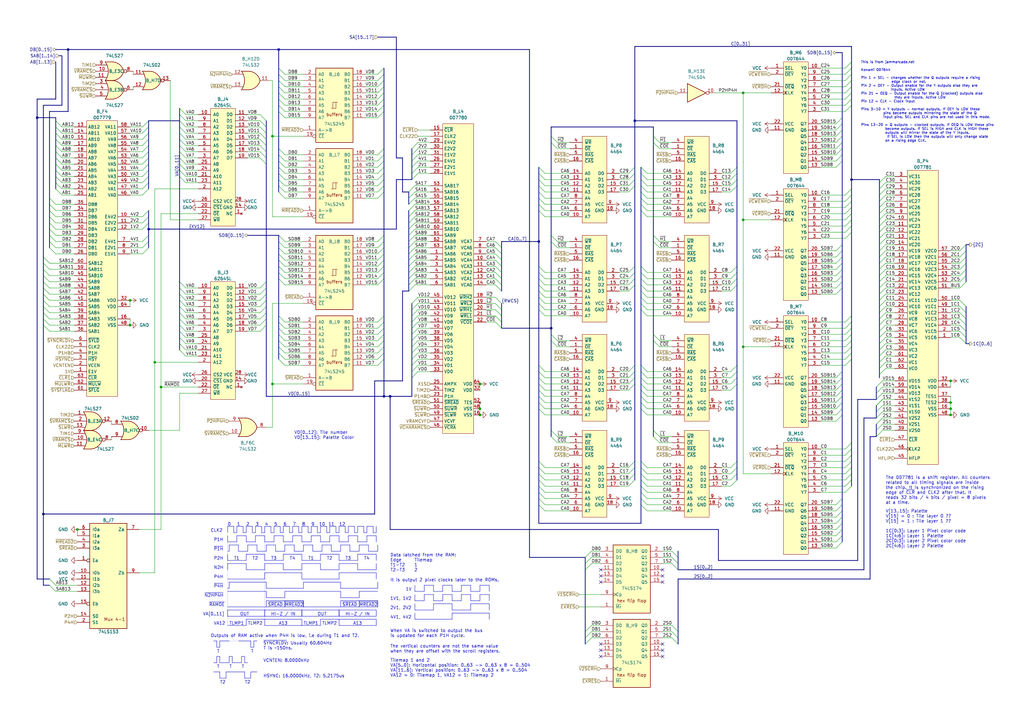
<source format=kicad_sch>
(kicad_sch (version 20231120) (generator "eeschema") (generator_version "8.0")
  (paper "A3")
  (title_block (title "Twin 16 - Rev B") (date "2024-08-04") (company "Konami GX785/GX870/GX808/GX903") (comment 1 "Ulf Skutnabba, twitter: @skutis77"))
  (bus_alias "2C" (members "2C[0..5]" "BUS"))
  (bus_alias "RWCS" (members "~{L1}" "~{L2}" "~{H1}" "~{H2}" "~{COE}"))
  (bus_alias "XV12" (members "1V1" "2V1" "4V1" "1V2" "2V2" "4V2"))
  (junction (at 53.34 133.35))
  (junction (at 304.8 90.17))
  (junction (at 389.89 165.1))
  (junction (at 63.5 148.59))
  (junction (at 260.35 49.53))
  (junction (at 111.76 55.88))
  (junction (at 157.48 162.56))
  (junction (at 114.3 20.32))
  (junction (at 304.8 142.24))
  (junction (at 304.8 38.1))
  (junction (at 60.96 93.98))
  (junction (at 160.02 162.56))
  (junction (at 15.24 48.26))
  (junction (at 196.85 170.18))
  (junction (at 389.89 167.64))
  (junction (at 196.85 157.48))
  (junction (at 220.98 99.06))
  (junction (at 27.94 20.32))
  (junction (at 349.25 73.66))
  (junction (at 66.04 158.75))
  (junction (at 17.78 210.82))
  (junction (at 53.34 123.19))
  (junction (at 226.06 134.62))
  (junction (at 389.89 170.18))
  (junction (at 111.76 157.48))
  (junction (at 389.89 156.21))
  (junction (at 31.75 217.17))
  (junction (at 196.85 167.64))
  (no_connect (at 246.38 264.16))
  (no_connect (at 246.38 269.24))
  (no_connect (at 246.38 266.7))
  (no_connect (at 271.78 269.24))
  (no_connect (at 271.78 266.7))
  (no_connect (at 271.78 264.16))
  (no_connect (at 246.38 238.76))
  (no_connect (at 246.38 236.22))
  (no_connect (at 246.38 233.68))
  (no_connect (at 271.78 238.76))
  (no_connect (at 271.78 236.22))
  (no_connect (at 271.78 233.68))
  (bus_entry (at 393.7 110.49) (size 2.54 -2.54))
  (bus_entry (at 267.97 55.88) (size 2.54 2.54))
  (bus_entry (at 17.78 107.95) (size 2.54 2.54))
  (bus_entry (at 220.98 121.92) (size 2.54 2.54))
  (bus_entry (at 167.64 106.68) (size 2.54 -2.54))
  (bus_entry (at 267.97 99.06) (size 2.54 2.54))
  (bus_entry (at 262.89 160.02) (size 2.54 2.54))
  (bus_entry (at 262.89 109.22) (size 2.54 2.54))
  (bus_entry (at 346.71 144.78) (size 2.54 -2.54))
  (bus_entry (at 114.3 33.02) (size 2.54 2.54))
  (bus_entry (at 257.81 154.94) (size 2.54 -2.54))
  (bus_entry (at 114.3 129.54) (size 2.54 2.54))
  (bus_entry (at 114.3 63.5) (size 2.54 2.54))
  (bus_entry (at 114.3 144.78) (size 2.54 2.54))
  (bus_entry (at 360.68 105.41) (size 2.54 -2.54))
  (bus_entry (at 114.3 96.52) (size 2.54 2.54))
  (bus_entry (at 167.64 101.6) (size 2.54 -2.54))
  (bus_entry (at 168.91 73.66) (size 2.54 -2.54))
  (bus_entry (at 257.81 71.12) (size 2.54 -2.54))
  (bus_entry (at 109.22 120.65) (size -2.54 2.54))
  (bus_entry (at 114.3 101.6) (size 2.54 2.54))
  (bus_entry (at 220.98 154.94) (size 2.54 2.54))
  (bus_entry (at 154.94 134.62) (size 2.54 -2.54))
  (bus_entry (at 114.3 40.64) (size 2.54 2.54))
  (bus_entry (at 73.66 57.15) (size 2.54 2.54))
  (bus_entry (at 257.81 157.48) (size 2.54 -2.54))
  (bus_entry (at 360.68 92.71) (size 2.54 -2.54))
  (bus_entry (at 167.64 93.98) (size 2.54 -2.54))
  (bus_entry (at 203.2 109.22) (size 2.54 2.54))
  (bus_entry (at 220.98 165.1) (size 2.54 2.54))
  (bus_entry (at 346.71 186.69) (size 2.54 -2.54))
  (bus_entry (at 359.41 179.07) (size 2.54 -2.54))
  (bus_entry (at 342.9 68.58) (size 2.54 -2.54))
  (bus_entry (at 360.68 120.65) (size 2.54 -2.54))
  (bus_entry (at 299.72 196.85) (size 2.54 -2.54))
  (bus_entry (at 226.06 176.53) (size 2.54 2.54))
  (bus_entry (at 114.3 132.08) (size 2.54 2.54))
  (bus_entry (at 346.71 30.48) (size 2.54 -2.54))
  (bus_entry (at 360.68 138.43) (size 2.54 -2.54))
  (bus_entry (at 17.78 130.81) (size 2.54 2.54))
  (bus_entry (at 257.81 196.85) (size 2.54 -2.54))
  (bus_entry (at 154.94 101.6) (size 2.54 -2.54))
  (bus_entry (at 154.94 71.12) (size 2.54 -2.54))
  (bus_entry (at 58.42 104.14) (size 2.54 -2.54))
  (bus_entry (at 342.9 219.71) (size 2.54 -2.54))
  (bus_entry (at 168.91 142.24) (size 2.54 -2.54))
  (bus_entry (at 17.78 105.41) (size 2.54 2.54))
  (bus_entry (at 168.91 71.12) (size 2.54 -2.54))
  (bus_entry (at 154.94 78.74) (size 2.54 -2.54))
  (bus_entry (at 262.89 127) (size 2.54 2.54))
  (bus_entry (at 278.13 264.16) (size -2.54 -2.54))
  (bus_entry (at 58.42 80.01) (size 2.54 -2.54))
  (bus_entry (at 220.98 68.58) (size 2.54 2.54))
  (bus_entry (at 114.3 109.22) (size 2.54 2.54))
  (bus_entry (at 342.9 212.09) (size 2.54 -2.54))
  (bus_entry (at 22.86 62.23) (size 2.54 2.54))
  (bus_entry (at 299.72 73.66) (size 2.54 -2.54))
  (bus_entry (at 167.64 88.9) (size 2.54 -2.54))
  (bus_entry (at 393.7 115.57) (size 2.54 -2.54))
  (bus_entry (at 346.71 199.39) (size 2.54 -2.54))
  (bus_entry (at 109.22 125.73) (size -2.54 2.54))
  (bus_entry (at 109.22 123.19) (size -2.54 2.54))
  (bus_entry (at 393.7 128.27) (size 2.54 2.54))
  (bus_entry (at 299.72 152.4) (size 2.54 -2.54))
  (bus_entry (at 203.2 121.92) (size 2.54 2.54))
  (bus_entry (at 114.3 137.16) (size 2.54 2.54))
  (bus_entry (at 168.91 139.7) (size 2.54 -2.54))
  (bus_entry (at 154.94 104.14) (size 2.54 -2.54))
  (bus_entry (at 203.2 124.46) (size 2.54 2.54))
  (bus_entry (at 167.64 119.38) (size 2.54 -2.54))
  (bus_entry (at 257.81 116.84) (size 2.54 -2.54))
  (bus_entry (at 154.94 30.48) (size 2.54 -2.54))
  (bus_entry (at 154.94 137.16) (size 2.54 -2.54))
  (bus_entry (at 267.97 96.52) (size 2.54 2.54))
  (bus_entry (at 154.94 142.24) (size 2.54 -2.54))
  (bus_entry (at 220.98 116.84) (size 2.54 2.54))
  (bus_entry (at 109.22 128.27) (size -2.54 2.54))
  (bus_entry (at 167.64 81.28) (size 2.54 -2.54))
  (bus_entry (at 167.64 109.22) (size 2.54 -2.54))
  (bus_entry (at 168.91 124.46) (size 2.54 -2.54))
  (bus_entry (at 360.68 77.47) (size 2.54 -2.54))
  (bus_entry (at 73.66 59.69) (size 2.54 2.54))
  (bus_entry (at 167.64 114.3) (size 2.54 -2.54))
  (bus_entry (at 342.9 214.63) (size 2.54 -2.54))
  (bus_entry (at 262.89 189.23) (size 2.54 2.54))
  (bus_entry (at 220.98 111.76) (size 2.54 2.54))
  (bus_entry (at 20.32 237.49) (size 2.54 2.54))
  (bus_entry (at 342.9 165.1) (size 2.54 -2.54))
  (bus_entry (at 17.78 128.27) (size 2.54 2.54))
  (bus_entry (at 346.71 95.25) (size 2.54 -2.54))
  (bus_entry (at 20.32 101.6) (size 2.54 2.54))
  (bus_entry (at 299.72 119.38) (size 2.54 -2.54))
  (bus_entry (at 114.3 60.96) (size 2.54 2.54))
  (bus_entry (at 342.9 58.42) (size 2.54 -2.54))
  (bus_entry (at 346.71 189.23) (size 2.54 -2.54))
  (bus_entry (at 58.42 91.44) (size 2.54 -2.54))
  (bus_entry (at 154.94 40.64) (size 2.54 -2.54))
  (bus_entry (at 342.9 222.25) (size 2.54 -2.54))
  (bus_entry (at 203.2 116.84) (size 2.54 2.54))
  (bus_entry (at 220.98 162.56) (size 2.54 2.54))
  (bus_entry (at 262.89 204.47) (size 2.54 2.54))
  (bus_entry (at 346.71 137.16) (size 2.54 -2.54))
  (bus_entry (at 73.66 123.19) (size 2.54 2.54))
  (bus_entry (at 114.3 43.18) (size 2.54 2.54))
  (bus_entry (at 220.98 73.66) (size 2.54 2.54))
  (bus_entry (at 154.94 109.22) (size 2.54 -2.54))
  (bus_entry (at 220.98 157.48) (size 2.54 2.54))
  (bus_entry (at 346.71 27.94) (size 2.54 -2.54))
  (bus_entry (at 360.68 74.93) (size 2.54 -2.54))
  (bus_entry (at 299.72 194.31) (size 2.54 -2.54))
  (bus_entry (at 154.94 81.28) (size 2.54 -2.54))
  (bus_entry (at 262.89 73.66) (size 2.54 2.54))
  (bus_entry (at 360.68 85.09) (size 2.54 -2.54))
  (bus_entry (at 73.66 128.27) (size 2.54 2.54))
  (bus_entry (at 262.89 196.85) (size 2.54 2.54))
  (bus_entry (at 20.32 91.44) (size 2.54 2.54))
  (bus_entry (at 262.89 157.48) (size 2.54 2.54))
  (bus_entry (at 220.98 119.38) (size 2.54 2.54))
  (bus_entry (at 267.97 139.7) (size 2.54 2.54))
  (bus_entry (at 109.22 49.53) (size -2.54 -2.54))
  (bus_entry (at 346.71 139.7) (size 2.54 -2.54))
  (bus_entry (at 20.32 86.36) (size 2.54 2.54))
  (bus_entry (at 220.98 201.93) (size 2.54 2.54))
  (bus_entry (at 299.72 154.94) (size 2.54 -2.54))
  (bus_entry (at 360.68 80.01) (size 2.54 -2.54))
  (bus_entry (at 22.86 59.69) (size 2.54 2.54))
  (bus_entry (at 114.3 106.68) (size 2.54 2.54))
  (bus_entry (at 109.22 54.61) (size -2.54 -2.54))
  (bus_entry (at 114.3 35.56) (size 2.54 2.54))
  (bus_entry (at 257.81 76.2) (size 2.54 -2.54))
  (bus_entry (at 167.64 86.36) (size 2.54 -2.54))
  (bus_entry (at 346.71 38.1) (size 2.54 -2.54))
  (bus_entry (at 114.3 114.3) (size 2.54 2.54))
  (bus_entry (at 360.68 100.33) (size 2.54 -2.54))
  (bus_entry (at 342.9 157.48) (size 2.54 -2.54))
  (bus_entry (at 73.66 135.89) (size 2.54 2.54))
  (bus_entry (at 226.06 99.06) (size 2.54 2.54))
  (bus_entry (at 346.71 87.63) (size 2.54 -2.54))
  (bus_entry (at 203.2 127) (size 2.54 2.54))
  (bus_entry (at 73.66 118.11) (size 2.54 2.54))
  (bus_entry (at 220.98 109.22) (size 2.54 2.54))
  (bus_entry (at 257.81 152.4) (size 2.54 -2.54))
  (bus_entry (at 203.2 104.14) (size 2.54 2.54))
  (bus_entry (at 393.7 130.81) (size 2.54 2.54))
  (bus_entry (at 73.66 143.51) (size 2.54 2.54))
  (bus_entry (at 154.94 33.02) (size 2.54 -2.54))
  (bus_entry (at 114.3 71.12) (size 2.54 2.54))
  (bus_entry (at 393.7 138.43) (size 2.54 2.54))
  (bus_entry (at 359.41 158.75) (size 2.54 -2.54))
  (bus_entry (at 346.71 92.71) (size 2.54 -2.54))
  (bus_entry (at 240.03 233.68) (size 2.54 -2.54))
  (bus_entry (at 20.32 83.82) (size 2.54 2.54))
  (bus_entry (at 114.3 134.62) (size 2.54 2.54))
  (bus_entry (at 346.71 45.72) (size 2.54 -2.54))
  (bus_entry (at 154.94 63.5) (size 2.54 -2.54))
  (bus_entry (at 267.97 179.07) (size 2.54 2.54))
  (bus_entry (at 342.9 162.56) (size 2.54 -2.54))
  (bus_entry (at 360.68 125.73) (size 2.54 -2.54))
  (bus_entry (at 342.9 118.11) (size 2.54 -2.54))
  (bus_entry (at 154.94 68.58) (size 2.54 -2.54))
  (bus_entry (at 203.2 132.08) (size 2.54 2.54))
  (bus_entry (at 22.86 52.07) (size 2.54 2.54))
  (bus_entry (at 58.42 74.93) (size 2.54 -2.54))
  (bus_entry (at 220.98 191.77) (size 2.54 2.54))
  (bus_entry (at 240.03 231.14) (size 2.54 -2.54))
  (bus_entry (at 109.22 118.11) (size -2.54 2.54))
  (bus_entry (at 168.91 154.94) (size 2.54 -2.54))
  (bus_entry (at 17.78 123.19) (size 2.54 2.54))
  (bus_entry (at 220.98 124.46) (size 2.54 2.54))
  (bus_entry (at 262.89 76.2) (size 2.54 2.54))
  (bus_entry (at 154.94 73.66) (size 2.54 -2.54))
  (bus_entry (at 393.7 118.11) (size 2.54 -2.54))
  (bus_entry (at 342.9 170.18) (size 2.54 -2.54))
  (bus_entry (at 360.68 123.19) (size 2.54 -2.54))
  (bus_entry (at 154.94 48.26) (size 2.54 -2.54))
  (bus_entry (at 167.64 83.82) (size 2.54 -2.54))
  (bus_entry (at 154.94 132.08) (size 2.54 -2.54))
  (bus_entry (at 278.13 259.08) (size -2.54 -2.54))
  (bus_entry (at 114.3 111.76) (size 2.54 2.54))
  (bus_entry (at 109.22 64.77) (size -2.54 -2.54))
  (bus_entry (at 360.68 133.35) (size 2.54 -2.54))
  (bus_entry (at 167.64 99.06) (size 2.54 -2.54))
  (bus_entry (at 346.71 201.93) (size 2.54 -2.54))
  (bus_entry (at 168.91 60.96) (size 2.54 -2.54))
  (bus_entry (at 360.68 115.57) (size 2.54 -2.54))
  (bus_entry (at 109.22 67.31) (size -2.54 -2.54))
  (bus_entry (at 393.7 107.95) (size 2.54 -2.54))
  (bus_entry (at 58.42 59.69) (size 2.54 -2.54))
  (bus_entry (at 346.71 80.01) (size 2.54 -2.54))
  (bus_entry (at 58.42 62.23) (size 2.54 -2.54))
  (bus_entry (at 226.06 139.7) (size 2.54 2.54))
  (bus_entry (at 168.91 147.32) (size 2.54 -2.54))
  (bus_entry (at 114.3 30.48) (size 2.54 2.54))
  (bus_entry (at 257.81 78.74) (size 2.54 -2.54))
  (bus_entry (at 240.03 261.62) (size 2.54 -2.54))
  (bus_entry (at 154.94 147.32) (size 2.54 -2.54))
  (bus_entry (at 267.97 176.53) (size 2.54 2.54))
  (bus_entry (at 73.66 67.31) (size 2.54 2.54))
  (bus_entry (at 17.78 115.57) (size 2.54 2.54))
  (bus_entry (at 58.42 101.6) (size 2.54 -2.54))
  (bus_entry (at 20.32 93.98) (size 2.54 2.54))
  (bus_entry (at 359.41 163.83) (size 2.54 -2.54))
  (bus_entry (at 278.13 233.68) (size -2.54 -2.54))
  (bus_entry (at 114.3 147.32) (size 2.54 2.54))
  (bus_entry (at 360.68 135.89) (size 2.54 -2.54))
  (bus_entry (at 58.42 52.07) (size 2.54 -2.54))
  (bus_entry (at 220.98 71.12) (size 2.54 2.54))
  (bus_entry (at 58.42 69.85) (size 2.54 -2.54))
  (bus_entry (at 342.9 154.94) (size 2.54 -2.54))
  (bus_entry (at 262.89 201.93) (size 2.54 2.54))
  (bus_entry (at 22.86 77.47) (size 2.54 2.54))
  (bus_entry (at 220.98 196.85) (size 2.54 2.54))
  (bus_entry (at 109.22 59.69) (size -2.54 -2.54))
  (bus_entry (at 114.3 99.06) (size 2.54 2.54))
  (bus_entry (at 226.06 55.88) (size 2.54 2.54))
  (bus_entry (at 22.86 72.39) (size 2.54 2.54))
  (bus_entry (at 262.89 81.28) (size 2.54 2.54))
  (bus_entry (at 360.68 118.11) (size 2.54 -2.54))
  (bus_entry (at 154.94 45.72) (size 2.54 -2.54))
  (bus_entry (at 257.81 73.66) (size 2.54 -2.54))
  (bus_entry (at 154.94 43.18) (size 2.54 -2.54))
  (bus_entry (at 58.42 67.31) (size 2.54 -2.54))
  (bus_entry (at 342.9 110.49) (size 2.54 -2.54))
  (bus_entry (at 154.94 114.3) (size 2.54 -2.54))
  (bus_entry (at 393.7 125.73) (size 2.54 2.54))
  (bus_entry (at 262.89 191.77) (size 2.54 2.54))
  (bus_entry (at 299.72 199.39) (size 2.54 -2.54))
  (bus_entry (at 167.64 91.44) (size 2.54 -2.54))
  (bus_entry (at 203.2 129.54) (size 2.54 2.54))
  (bus_entry (at 360.68 95.25) (size 2.54 -2.54))
  (bus_entry (at 262.89 116.84) (size 2.54 2.54))
  (bus_entry (at 220.98 189.23) (size 2.54 2.54))
  (bus_entry (at 58.42 72.39) (size 2.54 -2.54))
  (bus_entry (at 226.06 58.42) (size 2.54 2.54))
  (bus_entry (at 168.91 134.62) (size 2.54 -2.54))
  (bus_entry (at 22.86 54.61) (size 2.54 2.54))
  (bus_entry (at 342.9 66.04) (size 2.54 -2.54))
  (bus_entry (at 359.41 168.91) (size 2.54 -2.54))
  (bus_entry (at 342.9 167.64) (size 2.54 -2.54))
  (bus_entry (at 262.89 119.38) (size 2.54 2.54))
  (bus_entry (at 262.89 207.01) (size 2.54 2.54))
  (bus_entry (at 342.9 217.17) (size 2.54 -2.54))
  (bus_entry (at 154.94 111.76) (size 2.54 -2.54))
  (bus_entry (at 342.9 209.55) (size 2.54 -2.54))
  (bus_entry (at 220.98 83.82) (size 2.54 2.54))
  (bus_entry (at 114.3 38.1) (size 2.54 2.54))
  (bus_entry (at 393.7 135.89) (size 2.54 2.54))
  (bus_entry (at 257.81 191.77) (size 2.54 -2.54))
  (bus_entry (at 393.7 113.03) (size 2.54 -2.54))
  (bus_entry (at 360.68 113.03) (size 2.54 -2.54))
  (bus_entry (at 20.32 96.52) (size 2.54 2.54))
  (bus_entry (at 168.91 149.86) (size 2.54 -2.54))
  (bus_entry (at 346.71 142.24) (size 2.54 -2.54))
  (bus_entry (at 109.22 57.15) (size -2.54 -2.54))
  (bus_entry (at 360.68 151.13) (size 2.54 -2.54))
  (bus_entry (at 346.71 194.31) (size 2.54 -2.54))
  (bus_entry (at 109.22 133.35) (size -2.54 2.54))
  (bus_entry (at 346.71 43.18) (size 2.54 -2.54))
  (bus_entry (at 342.9 55.88) (size 2.54 -2.54))
  (bus_entry (at 262.89 167.64) (size 2.54 2.54))
  (bus_entry (at 154.94 35.56) (size 2.54 -2.54))
  (bus_entry (at 203.2 99.06) (size 2.54 2.54))
  (bus_entry (at 278.13 261.62) (size -2.54 -2.54))
  (bus_entry (at 346.71 196.85) (size 2.54 -2.54))
  (bus_entry (at 22.86 57.15) (size 2.54 2.54))
  (bus_entry (at 154.94 106.68) (size 2.54 -2.54))
  (bus_entry (at 360.68 148.59) (size 2.54 -2.54))
  (bus_entry (at 262.89 194.31) (size 2.54 2.54))
  (bus_entry (at 342.9 172.72) (size 2.54 -2.54))
  (bus_entry (at 109.22 130.81) (size -2.54 2.54))
  (bus_entry (at 342.9 102.87) (size 2.54 -2.54))
  (bus_entry (at 262.89 149.86) (size 2.54 2.54))
  (bus_entry (at 73.66 125.73) (size 2.54 2.54))
  (bus_entry (at 114.3 104.14) (size 2.54 2.54))
  (bus_entry (at 58.42 54.61) (size 2.54 -2.54))
  (bus_entry (at 346.71 85.09) (size 2.54 -2.54))
  (bus_entry (at 220.98 149.86) (size 2.54 2.54))
  (bus_entry (at 360.68 143.51) (size 2.54 -2.54))
  (bus_entry (at 299.72 116.84) (size 2.54 -2.54))
  (bus_entry (at 154.94 144.78) (size 2.54 -2.54))
  (bus_entry (at 73.66 49.53) (size 2.54 2.54))
  (bus_entry (at 73.66 140.97) (size 2.54 2.54))
  (bus_entry (at 299.72 78.74) (size 2.54 -2.54))
  (bus_entry (at 257.81 160.02) (size 2.54 -2.54))
  (bus_entry (at 393.7 133.35) (size 2.54 2.54))
  (bus_entry (at 257.81 194.31) (size 2.54 -2.54))
  (bus_entry (at 359.41 176.53) (size 2.54 -2.54))
  (bus_entry (at 262.89 86.36) (size 2.54 2.54))
  (bus_entry (at 360.68 110.49) (size 2.54 -2.54))
  (bus_entry (at 17.78 110.49) (size 2.54 2.54))
  (bus_entry (at 58.42 99.06) (size 2.54 -2.54))
  (bus_entry (at 73.66 54.61) (size 2.54 2.54))
  (bus_entry (at 58.42 57.15) (size 2.54 -2.54))
  (bus_entry (at 342.9 113.03) (size 2.54 -2.54))
  (bus_entry (at 360.68 140.97) (size 2.54 -2.54))
  (bus_entry (at 58.42 64.77) (size 2.54 -2.54))
  (bus_entry (at 257.81 111.76) (size 2.54 -2.54))
  (bus_entry (at 262.89 114.3) (size 2.54 2.54))
  (bus_entry (at 114.3 139.7) (size 2.54 2.54))
  (bus_entry (at 267.97 58.42) (size 2.54 2.54))
  (bus_entry (at 226.06 96.52) (size 2.54 2.54))
  (bus_entry (at 203.2 101.6) (size 2.54 2.54))
  (bus_entry (at 22.86 69.85) (size 2.54 2.54))
  (bus_entry (at 168.91 66.04) (size 2.54 -2.54))
  (bus_entry (at 17.78 133.35) (size 2.54 2.54))
  (bus_entry (at 154.94 149.86) (size 2.54 -2.54))
  (bus_entry (at 299.72 191.77) (size 2.54 -2.54))
  (bus_entry (at 58.42 93.98) (size 2.54 -2.54))
  (bus_entry (at 220.98 81.28) (size 2.54 2.54))
  (bus_entry (at 114.3 27.94) (size 2.54 2.54))
  (bus_entry (at 359.41 171.45) (size 2.54 -2.54))
  (bus_entry (at 393.7 102.87) (size 2.54 -2.54))
  (bus_entry (at 203.2 111.76) (size 2.54 2.54))
  (bus_entry (at 346.71 35.56) (size 2.54 -2.54))
  (bus_entry (at 360.68 107.95) (size 2.54 -2.54))
  (bus_entry (at 20.32 81.28) (size 2.54 2.54))
  (bus_entry (at 220.98 86.36) (size 2.54 2.54))
  (bus_entry (at 226.06 179.07) (size 2.54 2.54))
  (bus_entry (at 168.91 152.4) (size 2.54 -2.54))
  (bus_entry (at 114.3 76.2) (size 2.54 2.54))
  (bus_entry (at 299.72 71.12) (size 2.54 -2.54))
  (bus_entry (at 359.41 166.37) (size 2.54 -2.54))
  (bus_entry (at 299.72 111.76) (size 2.54 -2.54))
  (bus_entry (at 22.86 64.77) (size 2.54 2.54))
  (bus_entry (at 114.3 66.04) (size 2.54 2.54))
  (bus_entry (at 73.66 46.99) (size 2.54 2.54))
  (bus_entry (at 17.78 120.65) (size 2.54 2.54))
  (bus_entry (at 167.64 78.74) (size 2.54 -2.54))
  (bus_entry (at 346.71 149.86) (size 2.54 -2.54))
  (bus_entry (at 220.98 199.39) (size 2.54 2.54))
  (bus_entry (at 346.71 191.77) (size 2.54 -2.54))
  (bus_entry (at 168.91 132.08) (size 2.54 -2.54))
  (bus_entry (at 20.32 99.06) (size 2.54 2.54))
  (bus_entry (at 167.64 116.84) (size 2.54 -2.54))
  (bus_entry (at 360.68 90.17) (size 2.54 -2.54))
  (bus_entry (at 154.94 116.84) (size 2.54 -2.54))
  (bus_entry (at 262.89 68.58) (size 2.54 2.54))
  (bus_entry (at 22.86 49.53) (size 2.54 2.54))
  (bus_entry (at 73.66 120.65) (size 2.54 2.54))
  (bus_entry (at 346.71 33.02) (size 2.54 -2.54))
  (bus_entry (at 393.7 123.19) (size 2.54 2.54))
  (bus_entry (at 359.41 166.37) (size 2.54 -2.54))
  (bus_entry (at 299.72 160.02) (size 2.54 -2.54))
  (bus_entry (at 342.9 105.41) (size 2.54 -2.54))
  (bus_entry (at 299.72 76.2) (size 2.54 -2.54))
  (bus_entry (at 58.42 77.47) (size 2.54 -2.54))
  (bus_entry (at 360.68 97.79) (size 2.54 -2.54))
  (bus_entry (at 167.64 104.14) (size 2.54 -2.54))
  (bus_entry (at 58.42 88.9) (size 2.54 -2.54))
  (bus_entry (at 114.3 68.58) (size 2.54 2.54))
  (bus_entry (at 114.3 78.74) (size 2.54 2.54))
  (bus_entry (at 360.68 87.63) (size 2.54 -2.54))
  (bus_entry (at 393.7 105.41) (size 2.54 -2.54))
  (bus_entry (at 359.41 173.99) (size 2.54 -2.54))
  (bus_entry (at 167.64 96.52) (size 2.54 -2.54))
  (bus_entry (at 220.98 160.02) (size 2.54 2.54))
  (bus_entry (at 73.66 64.77) (size 2.54 2.54))
  (bus_entry (at 346.71 184.15) (size 2.54 -2.54))
  (bus_entry (at 262.89 121.92) (size 2.54 2.54))
  (bus_entry (at 346.71 40.64) (size 2.54 -2.54))
  (bus_entry (at 342.9 120.65) (size 2.54 -2.54))
  (bus_entry (at 168.91 68.58) (size 2.54 -2.54))
  (bus_entry (at 262.89 124.46) (size 2.54 2.54))
  (bus_entry (at 17.78 113.03) (size 2.54 2.54))
  (bus_entry (at 262.89 199.39) (size 2.54 2.54))
  (bus_entry (at 257.81 114.3) (size 2.54 -2.54))
  (bus_entry (at 114.3 45.72) (size 2.54 2.54))
  (bus_entry (at 240.03 259.08) (size 2.54 -2.54))
  (bus_entry (at 240.03 228.6) (size 2.54 -2.54))
  (bus_entry (at 203.2 114.3) (size 2.54 2.54))
  (bus_entry (at 73.66 133.35) (size 2.54 2.54))
  (bus_entry (at 346.71 147.32) (size 2.54 -2.54))
  (bus_entry (at 73.66 130.81) (size 2.54 2.54))
  (bus_entry (at 109.22 62.23) (size -2.54 -2.54))
  (bus_entry (at 360.68 102.87) (size 2.54 -2.54))
  (bus_entry (at 226.06 137.16) (size 2.54 2.54))
  (bus_entry (at 262.89 162.56) (size 2.54 2.54))
  (bus_entry (at 114.3 73.66) (size 2.54 2.54))
  (bus_entry (at 168.91 137.16) (size 2.54 -2.54))
  (bus_entry (at 220.98 204.47) (size 2.54 2.54))
  (bus_entry (at 342.9 60.96) (size 2.54 -2.54))
  (bus_entry (at 342.9 50.8) (size 2.54 -2.54))
  (bus_entry (at 109.22 52.07) (size -2.54 -2.54))
  (bus_entry (at 342.9 224.79) (size 2.54 -2.54))
  (bus_entry (at 346.71 90.17) (size 2.54 -2.54))
  (bus_entry (at 262.89 78.74) (size 2.54 2.54))
  (bus_entry (at 342.9 160.02) (size 2.54 -2.54))
  (bus_entry (at 342.9 53.34) (size 2.54 -2.54))
  (bus_entry (at 22.86 74.93) (size 2.54 2.54))
  (bus_entry (at 154.94 99.06) (size 2.54 -2.54))
  (bus_entry (at 262.89 165.1) (size 2.54 2.54))
  (bus_entry (at 346.71 132.08) (size 2.54 -2.54))
  (bus_entry (at 109.22 115.57) (size -2.54 2.54))
  (bus_entry (at 168.91 63.5) (size 2.54 -2.54))
  (bus_entry (at 346.71 97.79) (size 2.54 -2.54))
  (bus_entry (at 73.66 62.23) (size 2.54 2.54))
  (bus_entry (at 342.9 207.01) (size 2.54 -2.54))
  (bus_entry (at 257.81 199.39) (size 2.54 -2.54))
  (bus_entry (at 73.66 52.07) (size 2.54 2.54))
  (bus_entry (at 73.66 115.57) (size 2.54 2.54))
  (bus_entry (at 17.78 125.73) (size 2.54 2.54))
  (bus_entry (at 299.72 114.3) (size 2.54 -2.54))
  (bus_entry (at 154.94 76.2) (size 2.54 -2.54))
  (bus_entry (at 220.98 194.31) (size 2.54 2.54))
  (bus_entry (at 360.68 153.67) (size 2.54 -2.54))
  (bus_entry (at 262.89 71.12) (size 2.54 2.54))
  (bus_entry (at 360.68 82.55) (size 2.54 -2.54))
  (bus_entry (at 168.91 127) (size 2.54 -2.54))
  (bus_entry (at 342.9 107.95) (size 2.54 -2.54))
  (bus_entry (at 360.68 130.81) (size 2.54 -2.54))
  (bus_entry (at 278.13 231.14) (size -2.54 -2.54))
  (bus_entry (at 220.98 127) (size 2.54 2.54))
  (bus_entry (at 168.91 144.78) (size 2.54 -2.54))
  (bus_entry (at 154.94 38.1) (size 2.54 -2.54))
  (bus_entry (at 22.86 67.31) (size 2.54 2.54))
  (bus_entry (at 114.3 142.24) (size 2.54 2.54))
  (bus_entry (at 154.94 66.04) (size 2.54 -2.54))
  (bus_entry (at 220.98 207.01) (size 2.54 2.54))
  (bus_entry (at 20.32 240.03) (size 2.54 2.54))
  (bus_entry (at 262.89 152.4) (size 2.54 2.54))
  (bus_entry (at 73.66 44.45) (size 2.54 2.54))
  (bus_entry (at 73.66 72.39) (size 2.54 2.54))
  (bus_entry (at 203.2 106.68) (size 2.54 2.54))
  (bus_entry (at 299.72 157.48) (size 2.54 -2.54))
  (bus_entry (at 257.81 119.38) (size 2.54 -2.54))
  (bus_entry (at 73.66 69.85) (size 2.54 2.54))
  (bus_entry (at 220.98 114.3) (size 2.54 2.54))
  (bus_entry (at 168.91 129.54) (size 2.54 -2.54))
  (bus_entry (at 346.71 134.62) (size 2.54 -2.54))
  (bus_entry (at 220.98 167.64) (size 2.54 2.54))
  (bus_entry (at 220.98 152.4) (size 2.54 2.54))
  (bus_entry (at 359.41 161.29) (size 2.54 -2.54))
  (bus_entry (at 278.13 228.6) (size -2.54 -2.54))
  (bus_entry (at 346.71 82.55) (size 2.54 -2.54))
  (bus_entry (at 167.64 111.76) (size 2.54 -2.54))
  (bus_entry (at 360.68 146.05) (size 2.54 -2.54))
  (bus_entry (at 262.89 111.76) (size 2.54 2.54))
  (bus_entry (at 220.98 78.74) (size 2.54 2.54))
  (bus_entry (at 154.94 139.7) (size 2.54 -2.54))
  (bus_entry (at 262.89 83.82) (size 2.54 2.54))
  (bus_entry (at 267.97 137.16) (size 2.54 2.54))
  (bus_entry (at 342.9 115.57) (size 2.54 -2.54))
  (bus_entry (at 220.98 76.2) (size 2.54 2.54))
  (bus_entry (at 240.03 264.16) (size 2.54 -2.54))
  (bus_entry (at 17.78 118.11) (size 2.54 2.54))
  (bus_entry (at 262.89 154.94) (size 2.54 2.54))
  (bus_entry (at 73.66 138.43) (size 2.54 2.54))
  (bus_entry (at 360.68 128.27) (size 2.54 -2.54))
  (bus_entry (at 20.32 88.9) (size 2.54 2.54))
  (bus_entry (at 342.9 63.5) (size 2.54 -2.54))
  (bus (pts (xy 359.41 161.29) (xy 359.41 163.83)))
  (polyline (pts (xy 99.695 218.44) (xy 99.695 215.9)) (stroke (width 0) (type solid)))
  (bus (pts (xy 73.66 138.43) (xy 73.66 140.97)))
  (polyline (pts (xy 139.065 222.25) (xy 142.875 222.25)) (stroke (width 0) (type solid)))
  (wire (pts (xy 265.43 83.82) (xy 275.59 83.82)))
  (bus (pts (xy 294.64 217.17) (xy 294.64 229.87)))
  (bus (pts (xy 220.98 76.2) (xy 220.98 78.74)))
  (wire (pts (xy 223.52 162.56) (xy 233.68 162.56)))
  (polyline (pts (xy 100.33 271.78) (xy 101.6 271.78)) (stroke (width 0) (type solid)))
  (wire (pts (xy 22.86 86.36) (xy 30.48 86.36)))
  (polyline (pts (xy 87.63 262.89) (xy 88.9 262.89)) (stroke (width 0) (type solid)))
  (bus (pts (xy 20.32 81.28) (xy 20.32 83.82)))
  (wire (pts (xy 363.22 123.19) (xy 367.03 123.19)))
  (bus (pts (xy 260.35 189.23) (xy 260.35 191.77)))
  (wire (pts (xy 124.46 88.9) (xy 111.76 88.9)))
  (bus (pts (xy 73.66 44.45) (xy 73.66 46.99)))
  (bus (pts (xy 22.86 69.85) (xy 22.86 72.39)))
  (polyline (pts (xy 153.035 218.44) (xy 154.305 218.44)) (stroke (width 0) (type solid)))
  (polyline (pts (xy 131.445 229.87) (xy 131.445 227.33)) (stroke (width 0) (type solid)))
  (wire (pts (xy 336.55 63.5) (xy 342.9 63.5)))
  (wire (pts (xy 363.22 120.65) (xy 367.03 120.65)))
  (polyline (pts (xy 97.155 215.9) (xy 99.695 215.9)) (stroke (width 0) (type solid)))
  (wire (pts (xy 223.52 116.84) (xy 233.68 116.84)))
  (wire (pts (xy 149.86 144.78) (xy 154.94 144.78)))
  (bus (pts (xy 226.06 96.52) (xy 226.06 99.06)))
  (wire (pts (xy 149.86 81.28) (xy 154.94 81.28)))
  (polyline (pts (xy 93.98 223.52) (xy 93.98 226.06)) (stroke (width 0) (type solid)))
  (wire (pts (xy 20.32 125.73) (xy 30.48 125.73)))
  (wire (pts (xy 149.86 111.76) (xy 154.94 111.76)))
  (wire (pts (xy 76.2 62.23) (xy 81.28 62.23)))
  (wire (pts (xy 149.86 33.02) (xy 154.94 33.02)))
  (bus (pts (xy 226.06 55.88) (xy 226.06 58.42)))
  (bus (pts (xy 168.91 71.12) (xy 168.91 73.66)))
  (polyline (pts (xy 131.445 215.9) (xy 133.985 215.9)) (stroke (width 0) (type solid)))
  (polyline (pts (xy 139.7 223.52) (xy 139.7 226.06)) (stroke (width 0) (type solid)))
  (polyline (pts (xy 139.7 223.52) (xy 143.51 223.52)) (stroke (width 0) (type solid)))
  (bus (pts (xy 157.48 76.2) (xy 157.48 78.74)))
  (polyline (pts (xy 109.22 238.76) (xy 109.22 241.3)) (stroke (width 0) (type solid)))
  (bus (pts (xy 360.68 153.67) (xy 360.68 151.13)))
  (polyline (pts (xy 120.65 223.52) (xy 120.65 226.06)) (stroke (width 0) (type solid)))
  (bus (pts (xy 262.89 154.94) (xy 262.89 157.48)))
  (polyline (pts (xy 87.63 275.59) (xy 90.17 275.59)) (stroke (width 0) (type solid)))
  (polyline (pts (xy 99.695 218.44) (xy 100.965 218.44)) (stroke (width 0) (type solid)))
  (wire (pts (xy 22.86 240.03) (xy 31.75 240.03)))
  (bus (pts (xy 109.22 130.81) (xy 109.22 133.35)))
  (wire (pts (xy 265.43 71.12) (xy 275.59 71.12)))
  (bus (pts (xy 114.3 68.58) (xy 114.3 71.12)))
  (wire (pts (xy 336.55 209.55) (xy 342.9 209.55)))
  (polyline (pts (xy 170.18 246.38) (xy 170.18 243.84)) (stroke (width 0) (type solid)))
  (wire (pts (xy 116.84 81.28) (xy 124.46 81.28)))
  (bus (pts (xy 294.64 217.17) (xy 160.02 217.17)))
  (wire (pts (xy 22.86 99.06) (xy 30.48 99.06)))
  (bus (pts (xy 114.3 76.2) (xy 114.3 78.74)))
  (bus (pts (xy 20.32 88.9) (xy 20.32 91.44)))
  (bus (pts (xy 359.41 166.37) (xy 359.41 168.91)))
  (bus (pts (xy 349.25 25.4) (xy 349.25 27.94)))
  (wire (pts (xy 199.39 114.3) (xy 203.2 114.3)))
  (wire (pts (xy 76.2 64.77) (xy 81.28 64.77)))
  (bus (pts (xy 60.96 62.23) (xy 60.96 59.69)))
  (polyline (pts (xy 108.585 222.25) (xy 112.395 222.25)) (stroke (width 0) (type solid)))
  (bus (pts (xy 60.96 93.98) (xy 162.56 93.98)))
  (polyline (pts (xy 92.71 275.59) (xy 100.33 275.59)) (stroke (width 0) (type solid)))
  (polyline (pts (xy 93.345 222.25) (xy 93.345 219.71)) (stroke (width 0) (type solid)))
  (polyline (pts (xy 93.345 241.3) (xy 93.98 241.3)) (stroke (width 0) (type solid)))
  (wire (pts (xy 336.55 165.1) (xy 342.9 165.1)))
  (bus (pts (xy 114.3 20.32) (xy 217.17 20.32)))
  (bus (pts (xy 114.3 63.5) (xy 114.3 66.04)))
  (polyline (pts (xy 108.585 252.73) (xy 108.585 250.19)) (stroke (width 0) (type solid)))
  (polyline (pts (xy 181.61 246.38) (xy 181.61 243.84)) (stroke (width 0) (type solid)))
  (polyline (pts (xy 124.46 246.38) (xy 124.46 248.92)) (stroke (width 0) (type solid)))
  (polyline (pts (xy 139.065 252.73) (xy 139.065 250.19)) (stroke (width 0) (type solid)))
  (wire (pts (xy 270.51 60.96) (xy 275.59 60.96)))
  (polyline (pts (xy 93.345 248.92) (xy 116.84 248.92)) (stroke (width 0) (type solid)))
  (polyline (pts (xy 139.065 218.44) (xy 139.065 215.9)) (stroke (width 0) (type solid)))
  (bus (pts (xy 351.79 229.87) (xy 294.64 229.87)))
  (wire (pts (xy 149.86 78.74) (xy 154.94 78.74)))
  (bus (pts (xy 360.68 135.89) (xy 360.68 133.35)))
  (wire (pts (xy 389.89 128.27) (xy 393.7 128.27)))
  (wire (pts (xy 361.95 171.45) (xy 367.03 171.45)))
  (polyline (pts (xy 173.99 242.57) (xy 173.99 240.03)) (stroke (width 0) (type solid)))
  (wire (pts (xy 265.43 116.84) (xy 275.59 116.84)))
  (polyline (pts (xy 150.495 222.25) (xy 150.495 219.71)) (stroke (width 0) (type solid)))
  (bus (pts (xy 73.66 67.31) (xy 73.66 69.85)))
  (bus (pts (xy 396.24 135.89) (xy 396.24 138.43)))
  (bus (pts (xy 157.48 132.08) (xy 157.48 134.62)))
  (bus (pts (xy 226.06 58.42) (xy 226.06 96.52)))
  (polyline (pts (xy 109.22 246.38) (xy 116.84 246.38)) (stroke (width 0) (type solid)))
  (bus (pts (xy 220.98 121.92) (xy 220.98 124.46)))
  (bus (pts (xy 278.13 231.14) (xy 278.13 233.68)))
  (wire (pts (xy 149.86 66.04) (xy 154.94 66.04)))
  (bus (pts (xy 17.78 118.11) (xy 17.78 120.65)))
  (polyline (pts (xy 146.685 222.25) (xy 150.495 222.25)) (stroke (width 0) (type solid)))
  (polyline (pts (xy 107.315 218.44) (xy 107.315 215.9)) (stroke (width 0) (type solid)))
  (polyline (pts (xy 185.42 246.38) (xy 189.23 246.38)) (stroke (width 0) (type solid)))
  (wire (pts (xy 116.84 73.66) (xy 124.46 73.66)))
  (wire (pts (xy 25.4 72.39) (xy 30.48 72.39)))
  (wire (pts (xy 270.51 142.24) (xy 275.59 142.24)))
  (wire (pts (xy 389.89 115.57) (xy 393.7 115.57)))
  (bus (pts (xy 168.91 147.32) (xy 168.91 149.86)))
  (bus (pts (xy 109.22 118.11) (xy 109.22 120.65)))
  (wire (pts (xy 149.86 134.62) (xy 154.94 134.62)))
  (bus (pts (xy 349.25 82.55) (xy 349.25 85.09)))
  (polyline (pts (xy 146.685 229.87) (xy 146.685 227.33)) (stroke (width 0) (type solid)))
  (bus (pts (xy 168.91 129.54) (xy 168.91 132.08)))
  (wire (pts (xy 25.4 64.77) (xy 30.48 64.77)))
  (wire (pts (xy 223.52 71.12) (xy 233.68 71.12)))
  (polyline (pts (xy 124.46 223.52) (xy 128.27 223.52)) (stroke (width 0) (type solid)))
  (wire (pts (xy 336.55 55.88) (xy 342.9 55.88)))
  (wire (pts (xy 170.18 76.2) (xy 176.53 76.2)))
  (polyline (pts (xy 185.42 251.46) (xy 200.66 251.46)) (stroke (width 0) (type solid)))
  (polyline (pts (xy 100.965 218.44) (xy 100.965 215.9)) (stroke (width 0) (type solid)))
  (wire (pts (xy 171.45 144.78) (xy 176.53 144.78)))
  (wire (pts (xy 363.22 90.17) (xy 367.03 90.17)))
  (polyline (pts (xy 131.445 227.33) (xy 139.065 227.33)) (stroke (width 0) (type solid)))
  (polyline (pts (xy 189.23 240.03) (xy 193.04 240.03)) (stroke (width 0) (type solid)))
  (wire (pts (xy 336.55 207.01) (xy 342.9 207.01)))
  (wire (pts (xy 223.52 152.4) (xy 233.68 152.4)))
  (bus (pts (xy 345.44 60.96) (xy 345.44 63.5)))
  (wire (pts (xy 361.95 176.53) (xy 367.03 176.53)))
  (polyline (pts (xy 154.94 223.52) (xy 154.94 226.06)) (stroke (width 0) (type solid)))
  (polyline (pts (xy 146.685 218.44) (xy 146.685 215.9)) (stroke (width 0) (type solid)))
  (bus (pts (xy 345.44 66.04) (xy 345.44 100.33)))
  (bus (pts (xy 262.89 199.39) (xy 262.89 201.93)))
  (wire (pts (xy 54.61 29.21) (xy 54.61 30.48)))
  (bus (pts (xy 109.22 59.69) (xy 109.22 62.23)))
  (bus (pts (xy 302.26 149.86) (xy 302.26 152.4)))
  (bus (pts (xy 167.64 106.68) (xy 167.64 109.22)))
  (polyline (pts (xy 200.66 254) (xy 200.66 251.46)) (stroke (width 0) (type solid)))
  (wire (pts (xy 53.34 72.39) (xy 58.42 72.39)))
  (bus (pts (xy 349.25 134.62) (xy 349.25 137.16)))
  (wire (pts (xy 116.84 116.84) (xy 124.46 116.84)))
  (bus (pts (xy 220.98 99.06) (xy 220.98 109.22)))
  (bus (pts (xy 101.6 96.52) (xy 114.3 96.52)))
  (bus (pts (xy 157.48 101.6) (xy 157.48 104.14)))
  (wire (pts (xy 116.84 66.04) (xy 124.46 66.04)))
  (polyline (pts (xy 154.94 238.76) (xy 154.94 241.3)) (stroke (width 0) (type solid)))
  (bus (pts (xy 157.48 27.94) (xy 157.48 30.48)))
  (wire (pts (xy 304.8 38.1) (xy 316.23 38.1)))
  (polyline (pts (xy 104.775 219.71) (xy 108.585 219.71)) (stroke (width 0) (type solid)))
  (bus (pts (xy 220.98 191.77) (xy 220.98 194.31)))
  (bus (pts (xy 17.78 125.73) (xy 17.78 128.27)))
  (wire (pts (xy 149.86 30.48) (xy 154.94 30.48)))
  (wire (pts (xy 199.39 132.08) (xy 203.2 132.08)))
  (polyline (pts (xy 177.8 246.38) (xy 181.61 246.38)) (stroke (width 0) (type solid)))
  (wire (pts (xy 295.91 73.66) (xy 299.72 73.66)))
  (wire (pts (xy 199.39 127) (xy 203.2 127)))
  (polyline (pts (xy 170.18 246.38) (xy 173.99 246.38)) (stroke (width 0) (type solid)))
  (wire (pts (xy 116.84 111.76) (xy 124.46 111.76)))
  (wire (pts (xy 336.55 222.25) (xy 342.9 222.25)))
  (polyline (pts (xy 109.22 248.92) (xy 109.22 246.38)) (stroke (width 0) (type solid)))
  (wire (pts (xy 271.78 228.6) (xy 275.59 228.6)))
  (polyline (pts (xy 139.7 248.92) (xy 139.7 246.38)) (stroke (width 0) (type solid)))
  (bus (pts (xy 114.3 73.66) (xy 114.3 76.2)))
  (bus (pts (xy 267.97 99.06) (xy 267.97 137.16)))
  (wire (pts (xy 270.51 181.61) (xy 275.59 181.61)))
  (bus (pts (xy 109.22 115.57) (xy 109.22 118.11)))
  (bus (pts (xy 349.25 196.85) (xy 349.25 199.39)))
  (bus (pts (xy 114.3 106.68) (xy 114.3 109.22)))
  (wire (pts (xy 363.22 110.49) (xy 367.03 110.49)))
  (bus (pts (xy 73.66 59.69) (xy 73.66 62.23)))
  (wire (pts (xy 265.43 199.39) (xy 275.59 199.39)))
  (polyline (pts (xy 100.33 275.59) (xy 100.33 278.13)) (stroke (width 0) (type solid)))
  (polyline (pts (xy 173.99 240.03) (xy 177.8 240.03)) (stroke (width 0) (type solid)))
  (bus (pts (xy 22.86 74.93) (xy 22.86 77.47)))
  (bus (pts (xy 260.35 68.58) (xy 260.35 71.12)))
  (wire (pts (xy 171.45 127) (xy 176.53 127)))
  (wire (pts (xy 101.6 120.65) (xy 106.68 120.65)))
  (polyline (pts (xy 116.84 248.92) (xy 124.46 248.92)) (stroke (width 0) (type solid)))
  (bus (pts (xy 60.96 91.44) (xy 60.96 93.98)))
  (bus (pts (xy 60.96 88.9) (xy 60.96 91.44)))
  (wire (pts (xy 76.2 57.15) (xy 81.28 57.15)))
  (bus (pts (xy 157.48 33.02) (xy 157.48 35.56)))
  (wire (pts (xy 363.22 151.13) (xy 367.03 151.13)))
  (wire (pts (xy 53.34 88.9) (xy 58.42 88.9)))
  (polyline (pts (xy 100.965 222.25) (xy 104.775 222.25)) (stroke (width 0) (type solid)))
  (wire (pts (xy 45.72 180.34) (xy 45.72 179.07)))
  (bus (pts (xy 20.32 45.72) (xy 27.94 45.72)))
  (bus (pts (xy 114.3 33.02) (xy 114.3 35.56)))
  (bus (pts (xy 114.3 142.24) (xy 114.3 144.78)))
  (bus (pts (xy 109.22 52.07) (xy 109.22 54.61)))
  (wire (pts (xy 63.5 148.59) (xy 81.28 148.59)))
  (wire (pts (xy 116.84 71.12) (xy 124.46 71.12)))
  (polyline (pts (xy 95.25 271.78) (xy 99.06 271.78)) (stroke (width 0) (type solid)))
  (polyline (pts (xy 102.87 265.43) (xy 104.14 265.43)) (stroke (width 0) (type solid)))
  (polyline (pts (xy 90.17 262.89) (xy 93.98 262.89)) (stroke (width 0) (type solid)))
  (polyline (pts (xy 123.825 250.19) (xy 139.065 250.19)) (stroke (width 0) (type solid)))
  (wire (pts (xy 223.52 207.01) (xy 233.68 207.01)))
  (wire (pts (xy 76.2 138.43) (xy 81.28 138.43)))
  (bus (pts (xy 345.44 157.48) (xy 345.44 160.02)))
  (polyline (pts (xy 154.305 231.14) (xy 154.305 233.68)) (stroke (width 0) (type solid)))
  (wire (pts (xy 170.18 111.76) (xy 176.53 111.76)))
  (wire (pts (xy 254 114.3) (xy 257.81 114.3)))
  (polyline (pts (xy 133.985 218.44) (xy 135.255 218.44)) (stroke (width 0) (type solid)))
  (polyline (pts (xy 116.205 218.44) (xy 116.205 215.9)) (stroke (width 0) (type solid)))
  (bus (pts (xy 278.13 237.49) (xy 356.87 237.49)))
  (polyline (pts (xy 108.585 237.49) (xy 108.585 234.95)) (stroke (width 0) (type solid)))
  (wire (pts (xy 22.86 88.9) (xy 30.48 88.9)))
  (bus (pts (xy 278.13 228.6) (xy 278.13 231.14)))
  (bus (pts (xy 360.68 90.17) (xy 360.68 87.63)))
  (bus (pts (xy 302.26 71.12) (xy 302.26 73.66)))
  (bus (pts (xy 162.56 73.66) (xy 162.56 93.98)))
  (bus (pts (xy 73.66 140.97) (xy 73.66 143.51)))
  (bus (pts (xy 27.94 20.32) (xy 22.86 20.32)))
  (bus (pts (xy 22.86 59.69) (xy 22.86 62.23)))
  (bus (pts (xy 73.66 46.99) (xy 73.66 49.53)))
  (wire (pts (xy 170.18 86.36) (xy 176.53 86.36)))
  (bus (pts (xy 349.25 19.05) (xy 349.25 25.4)))
  (bus (pts (xy 60.96 69.85) (xy 60.96 67.31)))
  (bus (pts (xy 15.24 40.64) (xy 22.86 40.64)))
  (bus (pts (xy 226.06 176.53) (xy 226.06 179.07)))
  (bus (pts (xy 345.44 107.95) (xy 345.44 110.49)))
  (wire (pts (xy 363.22 85.09) (xy 367.03 85.09)))
  (bus (pts (xy 114.3 111.76) (xy 114.3 114.3)))
  (polyline (pts (xy 113.03 226.06) (xy 116.84 226.06)) (stroke (width 0) (type solid)))
  (bus (pts (xy 114.3 43.18) (xy 114.3 45.72)))
  (polyline (pts (xy 122.555 218.44) (xy 122.555 215.9)) (stroke (width 0) (type solid)))
  (polyline (pts (xy 93.345 252.73) (xy 108.585 252.73)) (stroke (width 0) (type solid)))
  (wire (pts (xy 171.45 149.86) (xy 176.53 149.86)))
  (bus (pts (xy 157.48 78.74) (xy 157.48 96.52)))
  (bus (pts (xy 168.91 139.7) (xy 168.91 142.24)))
  (polyline (pts (xy 112.395 215.9) (xy 114.935 215.9)) (stroke (width 0) (type solid)))
  (wire (pts (xy 336.55 142.24) (xy 346.71 142.24)))
  (bus (pts (xy 302.26 68.58) (xy 302.26 49.53)))
  (polyline (pts (xy 105.41 226.06) (xy 109.22 226.06)) (stroke (width 0) (type solid)))
  (polyline (pts (xy 139.065 231.14) (xy 146.685 231.14)) (stroke (width 0) (type solid)))
  (polyline (pts (xy 127.635 218.44) (xy 127.635 215.9)) (stroke (width 0) (type solid)))
  (polyline (pts (xy 123.825 231.14) (xy 131.445 231.14)) (stroke (width 0) (type solid)))
  (wire (pts (xy 149.86 137.16) (xy 154.94 137.16)))
  (wire (pts (xy 149.86 71.12) (xy 154.94 71.12)))
  (bus (pts (xy 345.44 209.55) (xy 345.44 212.09)))
  (bus (pts (xy 165.1 78.74) (xy 165.1 64.77)))
  (bus (pts (xy 345.44 212.09) (xy 345.44 214.63)))
  (polyline (pts (xy 93.345 250.19) (xy 108.585 250.19)) (stroke (width 0) (type solid)))
  (wire (pts (xy 223.52 191.77) (xy 233.68 191.77)))
  (polyline (pts (xy 181.61 242.57) (xy 181.61 240.03)) (stroke (width 0) (type solid)))
  (wire (pts (xy 116.84 45.72) (xy 124.46 45.72)))
  (bus (pts (xy 153.67 156.21) (xy 165.1 156.21)))
  (wire (pts (xy 389.89 135.89) (xy 393.7 135.89)))
  (bus (pts (xy 267.97 52.07) (xy 267.97 55.88)))
  (polyline (pts (xy 93.345 222.25) (xy 93.345 256.54)) (stroke (width 0) (type dot)))
  (polyline (pts (xy 185.42 242.57) (xy 185.42 240.03)) (stroke (width 0) (type solid)))
  (wire (pts (xy 223.52 83.82) (xy 233.68 83.82)))
  (bus (pts (xy 22.86 72.39) (xy 22.86 74.93)))
  (polyline (pts (xy 109.22 223.52) (xy 113.03 223.52)) (stroke (width 0) (type solid)))
  (polyline (pts (xy 154.305 252.73) (xy 154.305 250.19)) (stroke (width 0) (type solid)))
  (bus (pts (xy 226.06 99.06) (xy 226.06 134.62)))
  (polyline (pts (xy 151.13 226.06) (xy 154.94 226.06)) (stroke (width 0) (type solid)))
  (wire (pts (xy 223.52 76.2) (xy 233.68 76.2)))
  (polyline (pts (xy 108.585 256.54) (xy 108.585 254)) (stroke (width 0) (type solid)))
  (bus (pts (xy 278.13 261.62) (xy 278.13 264.16)))
  (polyline (pts (xy 109.22 242.57) (xy 109.22 245.11)) (stroke (width 0) (type solid)))
  (polyline (pts (xy 104.14 265.43) (xy 104.14 264.16)) (stroke (width 0) (type solid)))
  (wire (pts (xy 265.43 78.74) (xy 275.59 78.74)))
  (bus (pts (xy 17.78 123.19) (xy 17.78 125.73)))
  (bus (pts (xy 157.48 104.14) (xy 157.48 106.68)))
  (bus (pts (xy 17.78 105.41) (xy 17.78 107.95)))
  (polyline (pts (xy 108.585 231.14) (xy 116.205 231.14)) (stroke (width 0) (type solid)))
  (polyline (pts (xy 131.445 231.14) (xy 131.445 233.68)) (stroke (width 0) (type solid)))
  (bus (pts (xy 205.74 116.84) (xy 205.74 119.38)))
  (bus (pts (xy 22.86 64.77) (xy 22.86 67.31)))
  (bus (pts (xy 15.24 48.26) (xy 15.24 40.64)))
  (wire (pts (xy 20.32 133.35) (xy 30.48 133.35)))
  (wire (pts (xy 336.55 118.11) (xy 342.9 118.11)))
  (bus (pts (xy 73.66 54.61) (xy 73.66 57.15)))
  (polyline (pts (xy 200.66 250.19) (xy 200.66 247.65)) (stroke (width 0) (type solid)))
  (bus (pts (xy 267.97 58.42) (xy 267.97 96.52)))
  (polyline (pts (xy 150.495 215.9) (xy 153.035 215.9)) (stroke (width 0) (type solid)))
  (polyline (pts (xy 170.18 242.57) (xy 170.18 240.03)) (stroke (width 0) (type solid)))
  (bus (pts (xy 359.41 171.45) (xy 354.33 171.45)))
  (polyline (pts (xy 95.885 218.44) (xy 95.885 215.9)) (stroke (width 0) (type solid)))
  (wire (pts (xy 336.55 95.25) (xy 346.71 95.25)))
  (bus (pts (xy 205.74 106.68) (xy 205.74 109.22)))
  (wire (pts (xy 171.45 132.08) (xy 176.53 132.08)))
  (bus (pts (xy 153.67 156.21) (xy 153.67 210.82)))
  (bus (pts (xy 157.48 134.62) (xy 157.48 137.16)))
  (polyline (pts (xy 147.32 246.38) (xy 154.94 246.38)) (stroke (width 0) (type solid)))
  (bus (pts (xy 262.89 116.84) (xy 262.89 119.38)))
  (wire (pts (xy 199.39 129.54) (xy 203.2 129.54)))
  (wire (pts (xy 149.86 99.06) (xy 154.94 99.06)))
  (polyline (pts (xy 104.14 262.89) (xy 105.41 262.89)) (stroke (width 0) (type solid)))
  (bus (pts (xy 60.96 74.93) (xy 60.96 72.39)))
  (wire (pts (xy 170.18 88.9) (xy 176.53 88.9)))
  (wire (pts (xy 199.39 101.6) (xy 203.2 101.6)))
  (polyline (pts (xy 116.84 242.57) (xy 139.7 242.57)) (stroke (width 0) (type solid)))
  (bus (pts (xy 167.64 78.74) (xy 167.64 81.28)))
  (wire (pts (xy 149.86 101.6) (xy 154.94 101.6)))
  (wire (pts (xy 295.91 194.31) (xy 299.72 194.31)))
  (wire (pts (xy 101.6 64.77) (xy 106.68 64.77)))
  (wire (pts (xy 116.84 149.86) (xy 124.46 149.86)))
  (wire (pts (xy 116.84 43.18) (xy 124.46 43.18)))
  (polyline (pts (xy 124.46 223.52) (xy 124.46 226.06)) (stroke (width 0) (type solid)))
  (wire (pts (xy 53.34 59.69) (xy 58.42 59.69)))
  (bus (pts (xy 25.4 22.86) (xy 24.13 22.86)))
  (wire (pts (xy 271.78 259.08) (xy 275.59 259.08)))
  (wire (pts (xy 76.2 125.73) (xy 81.28 125.73)))
  (wire (pts (xy 270.51 139.7) (xy 275.59 139.7)))
  (polyline (pts (xy 93.98 269.24) (xy 95.25 269.24)) (stroke (width 0) (type solid)))
  (wire (pts (xy 228.6 181.61) (xy 233.68 181.61)))
  (wire (pts (xy 304.8 90.17) (xy 304.8 142.24)))
  (bus (pts (xy 220.98 111.76) (xy 220.98 114.3)))
  (bus (pts (xy 262.89 86.36) (xy 262.89 109.22)))
  (polyline (pts (xy 170.18 250.19) (xy 177.8 250.19)) (stroke (width 0) (type solid)))
  (polyline (pts (xy 116.84 223.52) (xy 120.65 223.52)) (stroke (width 0) (type solid)))
  (bus (pts (xy 114.3 30.48) (xy 114.3 33.02)))
  (bus (pts (xy 220.98 196.85) (xy 220.98 199.39)))
  (polyline (pts (xy 100.965 222.25) (xy 100.965 219.71)) (stroke (width 0) (type solid)))
  (wire (pts (xy 223.52 167.64) (xy 233.68 167.64)))
  (wire (pts (xy 265.43 196.85) (xy 275.59 196.85)))
  (bus (pts (xy 345.44 100.33) (xy 345.44 102.87)))
  (wire (pts (xy 254 194.31) (xy 257.81 194.31)))
  (wire (pts (xy 242.57 228.6) (xy 246.38 228.6)))
  (bus (pts (xy 360.68 133.35) (xy 360.68 130.81)))
  (polyline (pts (xy 97.79 262.89) (xy 102.87 262.89)) (stroke (width 0) (type solid)))
  (wire (pts (xy 101.6 62.23) (xy 106.68 62.23)))
  (polyline (pts (xy 177.8 247.65) (xy 185.42 247.65)) (stroke (width 0) (type solid)))
  (wire (pts (xy 25.4 54.61) (xy 30.48 54.61)))
  (wire (pts (xy 336.55 58.42) (xy 342.9 58.42)))
  (wire (pts (xy 53.34 62.23) (xy 58.42 62.23)))
  (wire (pts (xy 223.52 124.46) (xy 233.68 124.46)))
  (wire (pts (xy 116.84 147.32) (xy 124.46 147.32)))
  (wire (pts (xy 265.43 119.38) (xy 275.59 119.38)))
  (wire (pts (xy 336.55 194.31) (xy 346.71 194.31)))
  (wire (pts (xy 242.57 256.54) (xy 246.38 256.54)))
  (bus (pts (xy 168.91 142.24) (xy 168.91 144.78)))
  (bus (pts (xy 114.3 99.06) (xy 114.3 101.6)))
  (bus (pts (xy 157.48 30.48) (xy 157.48 33.02)))
  (wire (pts (xy 363.22 128.27) (xy 367.03 128.27)))
  (wire (pts (xy 389.89 102.87) (xy 393.7 102.87)))
  (polyline (pts (xy 123.825 237.49) (xy 123.825 234.95)) (stroke (width 0) (type solid)))
  (wire (pts (xy 336.55 134.62) (xy 346.71 134.62)))
  (polyline (pts (xy 130.175 218.44) (xy 130.175 215.9)) (stroke (width 0) (type solid)))
  (bus (pts (xy 154.94 15.24) (xy 162.56 15.24)))
  (wire (pts (xy 295.91 157.48) (xy 299.72 157.48)))
  (bus (pts (xy 157.48 162.56) (xy 160.02 162.56)))
  (wire (pts (xy 76.2 118.11) (xy 81.28 118.11)))
  (bus (pts (xy 73.66 57.15) (xy 73.66 59.69)))
  (bus (pts (xy 360.68 146.05) (xy 360.68 143.51)))
  (polyline (pts (xy 112.395 219.71) (xy 116.205 219.71)) (stroke (width 0) (type solid)))
  (polyline (pts (xy 154.94 248.92) (xy 154.94 246.38)) (stroke (width 0) (type solid)))
  (wire (pts (xy 363.22 125.73) (xy 367.03 125.73)))
  (bus (pts (xy 267.97 137.16) (xy 267.97 139.7)))
  (wire (pts (xy 196.85 157.48) (xy 198.12 157.48)))
  (bus (pts (xy 220.98 154.94) (xy 220.98 157.48)))
  (wire (pts (xy 116.84 132.08) (xy 124.46 132.08)))
  (bus (pts (xy 205.74 109.22) (xy 205.74 111.76)))
  (bus (pts (xy 114.3 109.22) (xy 114.3 111.76)))
  (bus (pts (xy 360.68 102.87) (xy 360.68 100.33)))
  (bus (pts (xy 220.98 78.74) (xy 220.98 81.28)))
  (bus (pts (xy 345.44 110.49) (xy 345.44 113.03)))
  (bus (pts (xy 260.35 71.12) (xy 260.35 73.66)))
  (polyline (pts (xy 123.825 222.25) (xy 127.635 222.25)) (stroke (width 0) (type solid)))
  (wire (pts (xy 361.95 161.29) (xy 367.03 161.29)))
  (wire (pts (xy 336.55 214.63) (xy 342.9 214.63)))
  (polyline (pts (xy 116.205 231.14) (xy 116.205 233.68)) (stroke (width 0) (type solid)))
  (wire (pts (xy 336.55 97.79) (xy 346.71 97.79)))
  (wire (pts (xy 116.84 33.02) (xy 124.46 33.02)))
  (bus (pts (xy 220.98 81.28) (xy 220.98 83.82)))
  (bus (pts (xy 167.64 114.3) (xy 167.64 116.84)))
  (polyline (pts (xy 141.605 218.44) (xy 141.605 215.9)) (stroke (width 0) (type solid)))
  (polyline (pts (xy 108.585 252.73) (xy 108.585 250.19)) (stroke (width 0) (type solid)))
  (wire (pts (xy 271.78 256.54) (xy 275.59 256.54)))
  (wire (pts (xy 336.55 162.56) (xy 342.9 162.56)))
  (wire (pts (xy 237.49 248.92) (xy 246.38 248.92)))
  (wire (pts (xy 170.18 78.74) (xy 176.53 78.74)))
  (wire (pts (xy 270.51 179.07) (xy 275.59 179.07)))
  (wire (pts (xy 53.34 80.01) (xy 58.42 80.01)))
  (bus (pts (xy 27.94 20.32) (xy 114.3 20.32)))
  (wire (pts (xy 170.18 96.52) (xy 176.53 96.52)))
  (wire (pts (xy 271.78 261.62) (xy 275.59 261.62)))
  (wire (pts (xy 73.66 176.53) (xy 73.66 161.29)))
  (polyline (pts (xy 141.605 218.44) (xy 142.875 218.44)) (stroke (width 0) (type solid)))
  (bus (pts (xy 260.35 191.77) (xy 260.35 194.31)))
  (wire (pts (xy 336.55 107.95) (xy 342.9 107.95)))
  (bus (pts (xy 345.44 154.94) (xy 345.44 157.48)))
  (wire (pts (xy 170.18 91.44) (xy 176.53 91.44)))
  (polyline (pts (xy 112.395 222.25) (xy 112.395 219.71)) (stroke (width 0) (type solid)))
  (polyline (pts (xy 99.06 271.78) (xy 99.06 269.24)) (stroke (width 0) (type solid)))
  (bus (pts (xy 167.64 86.36) (xy 167.64 88.9)))
  (wire (pts (xy 101.6 54.61) (xy 106.68 54.61)))
  (wire (pts (xy 101.6 125.73) (xy 106.68 125.73)))
  (bus (pts (xy 220.98 152.4) (xy 220.98 154.94)))
  (polyline (pts (xy 102.87 275.59) (xy 105.41 275.59)) (stroke (width 0) (type solid)))
  (bus (pts (xy 157.48 43.18) (xy 157.48 45.72)))
  (polyline (pts (xy 90.17 265.43) (xy 90.17 262.89)) (stroke (width 0) (type solid)))
  (wire (pts (xy 389.89 110.49) (xy 393.7 110.49)))
  (wire (pts (xy 265.43 114.3) (xy 275.59 114.3)))
  (bus (pts (xy 167.64 104.14) (xy 167.64 106.68)))
  (wire (pts (xy 254 73.66) (xy 257.81 73.66)))
  (bus (pts (xy 260.35 194.31) (xy 260.35 196.85)))
  (wire (pts (xy 53.34 91.44) (xy 58.42 91.44)))
  (polyline (pts (xy 123.825 222.25) (xy 123.825 219.71)) (stroke (width 0) (type solid)))
  (wire (pts (xy 265.43 86.36) (xy 275.59 86.36)))
  (bus (pts (xy 260.35 19.05) (xy 349.25 19.05)))
  (bus (pts (xy 167.64 81.28) (xy 167.64 83.82)))
  (bus (pts (xy 396.24 102.87) (xy 396.24 100.33)))
  (bus (pts (xy 360.68 123.19) (xy 360.68 120.65)))
  (bus (pts (xy 360.68 110.49) (xy 360.68 107.95)))
  (wire (pts (xy 45.72 172.72) (xy 45.72 173.99)))
  (wire (pts (xy 149.86 114.3) (xy 154.94 114.3)))
  (wire (pts (xy 101.6 59.69) (xy 106.68 59.69)))
  (bus (pts (xy 157.48 60.96) (xy 157.48 63.5)))
  (wire (pts (xy 265.43 207.01) (xy 275.59 207.01)))
  (bus (pts (xy 226.06 52.07) (xy 226.06 55.88)))
  (bus (pts (xy 60.96 99.06) (xy 60.96 101.6)))
  (bus (pts (xy 360.68 97.79) (xy 360.68 95.25)))
  (polyline (pts (xy 193.04 250.19) (xy 193.04 247.65)) (stroke (width 0) (type solid)))
  (bus (pts (xy 114.3 114.3) (xy 114.3 129.54)))
  (wire (pts (xy 171.45 121.92) (xy 176.53 121.92)))
  (bus (pts (xy 157.48 147.32) (xy 157.48 162.56)))
  (wire (pts (xy 101.6 135.89) (xy 106.68 135.89)))
  (polyline (pts (xy 123.825 215.9) (xy 126.365 215.9)) (stroke (width 0) (type solid)))
  (bus (pts (xy 17.78 120.65) (xy 17.78 123.19)))
  (wire (pts (xy 304.8 38.1) (xy 304.8 90.17)))
  (bus (pts (xy 360.68 140.97) (xy 360.68 138.43)))
  (polyline (pts (xy 131.445 222.25) (xy 135.255 222.25)) (stroke (width 0) (type solid)))
  (polyline (pts (xy 93.345 229.87) (xy 100.965 229.87)) (stroke (width 0) (type solid)))
  (polyline (pts (xy 149.225 218.44) (xy 149.225 215.9)) (stroke (width 0) (type solid)))
  (bus (pts (xy 114.3 96.52) (xy 114.3 99.06)))
  (wire (pts (xy 361.95 166.37) (xy 367.03 166.37)))
  (wire (pts (xy 25.4 69.85) (xy 30.48 69.85)))
  (wire (pts (xy 53.34 93.98) (xy 58.42 93.98)))
  (bus (pts (xy 60.96 77.47) (xy 60.96 74.93)))
  (wire (pts (xy 170.18 109.22) (xy 176.53 109.22)))
  (bus (pts (xy 345.44 55.88) (xy 345.44 58.42)))
  (wire (pts (xy 361.95 173.99) (xy 367.03 173.99)))
  (polyline (pts (xy 116.84 245.11) (xy 116.84 242.57)) (stroke (width 0) (type solid)))
  (polyline (pts (xy 147.32 242.57) (xy 154.94 242.57)) (stroke (width 0) (type solid)))
  (wire (pts (xy 20.32 130.81) (xy 30.48 130.81)))
  (bus (pts (xy 262.89 83.82) (xy 262.89 86.36)))
  (wire (pts (xy 363.22 72.39) (xy 367.03 72.39)))
  (wire (pts (xy 295.91 114.3) (xy 299.72 114.3)))
  (wire (pts (xy 20.32 123.19) (xy 30.48 123.19)))
  (bus (pts (xy 114.3 134.62) (xy 114.3 137.16)))
  (bus (pts (xy 168.91 134.62) (xy 168.91 137.16)))
  (polyline (pts (xy 189.23 242.57) (xy 189.23 240.03)) (stroke (width 0) (type solid)))
  (wire (pts (xy 170.18 114.3) (xy 176.53 114.3)))
  (bus (pts (xy 278.13 259.08) (xy 278.13 261.62)))
  (wire (pts (xy 336.55 132.08) (xy 346.71 132.08)))
  (bus (pts (xy 114.3 35.56) (xy 114.3 38.1)))
  (polyline (pts (xy 100.965 231.14) (xy 100.965 233.68)) (stroke (width 0) (type solid)))
  (bus (pts (xy 267.97 55.88) (xy 267.97 58.42)))
  (wire (pts (xy 20.32 113.03) (xy 30.48 113.03)))
  (wire (pts (xy 228.6 139.7) (xy 233.68 139.7)))
  (bus (pts (xy 109.22 133.35) (xy 109.22 162.56)))
  (wire (pts (xy 265.43 167.64) (xy 275.59 167.64)))
  (wire (pts (xy 57.15 217.17) (xy 66.04 217.17)))
  (wire (pts (xy 304.8 142.24) (xy 304.8 194.31)))
  (wire (pts (xy 53.34 64.77) (xy 58.42 64.77)))
  (bus (pts (xy 262.89 71.12) (xy 262.89 73.66)))
  (wire (pts (xy 196.85 165.1) (xy 196.85 167.64)))
  (polyline (pts (xy 93.345 231.14) (xy 100.965 231.14)) (stroke (width 0) (type solid)))
  (wire (pts (xy 361.95 163.83) (xy 367.03 163.83)))
  (bus (pts (xy 73.66 123.19) (xy 73.66 125.73)))
  (wire (pts (xy 101.6 130.81) (xy 106.68 130.81)))
  (polyline (pts (xy 100.965 227.33) (xy 108.585 227.33)) (stroke (width 0) (type solid)))
  (bus (pts (xy 302.26 76.2) (xy 302.26 109.22)))
  (wire (pts (xy 389.89 113.03) (xy 393.7 113.03)))
  (polyline (pts (xy 137.795 218.44) (xy 139.065 218.44)) (stroke (width 0) (type solid)))
  (wire (pts (xy 22.86 91.44) (xy 30.48 91.44)))
  (wire (pts (xy 223.52 209.55) (xy 233.68 209.55)))
  (wire (pts (xy 265.43 204.47) (xy 275.59 204.47)))
  (bus (pts (xy 220.98 114.3) (xy 220.98 116.84)))
  (wire (pts (xy 149.86 147.32) (xy 154.94 147.32)))
  (wire (pts (xy 22.86 96.52) (xy 30.48 96.52)))
  (wire (pts (xy 171.45 134.62) (xy 176.53 134.62)))
  (wire (pts (xy 116.84 101.6) (xy 124.46 101.6)))
  (bus (pts (xy 262.89 109.22) (xy 262.89 111.76)))
  (bus (pts (xy 167.64 119.38) (xy 165.1 119.38)))
  (bus (pts (xy 360.68 85.09) (xy 360.68 82.55)))
  (polyline (pts (xy 147.32 246.38) (xy 154.94 246.38)) (stroke (width 0) (type solid)))
  (polyline (pts (xy 123.825 252.73) (xy 123.825 250.19)) (stroke (width 0) (type solid)))
  (wire (pts (xy 170.18 99.06) (xy 176.53 99.06)))
  (wire (pts (xy 265.43 129.54) (xy 275.59 129.54)))
  (polyline (pts (xy 154.305 222.25) (xy 154.305 219.71)) (stroke (width 0) (type solid)))
  (polyline (pts (xy 147.32 248.92) (xy 147.32 246.38)) (stroke (width 0) (type solid)))
  (bus (pts (xy 349.25 77.47) (xy 349.25 80.01)))
  (wire (pts (xy 336.55 92.71) (xy 346.71 92.71)))
  (wire (pts (xy 389.89 118.11) (xy 393.7 118.11)))
  (wire (pts (xy 363.22 74.93) (xy 367.03 74.93)))
  (wire (pts (xy 25.4 62.23) (xy 30.48 62.23)))
  (bus (pts (xy 168.91 144.78) (xy 168.91 147.32)))
  (bus (pts (xy 396.24 138.43) (xy 396.24 140.97)))
  (polyline (pts (xy 90.17 269.24) (xy 90.17 271.78)) (stroke (width 0) (type solid)))
  (polyline (pts (xy 114.935 218.44) (xy 116.205 218.44)) (stroke (width 0) (type solid)))
  (wire (pts (xy 295.91 111.76) (xy 299.72 111.76)))
  (polyline (pts (xy 93.345 218.44) (xy 93.345 215.9)) (stroke (width 0) (type solid)))
  (wire (pts (xy 116.84 139.7) (xy 124.46 139.7)))
  (polyline (pts (xy 123.825 231.14) (xy 123.825 233.68)) (stroke (width 0) (type solid)))
  (wire (pts (xy 63.5 77.47) (xy 63.5 148.59)))
  (bus (pts (xy 359.41 173.99) (xy 359.41 176.53)))
  (bus (pts (xy 396.24 130.81) (xy 396.24 133.35)))
  (polyline (pts (xy 93.345 237.49) (xy 108.585 237.49)) (stroke (width 0) (type solid)))
  (bus (pts (xy 349.25 73.66) (xy 349.25 77.47)))
  (wire (pts (xy 199.39 124.46) (xy 203.2 124.46)))
  (wire (pts (xy 389.89 167.64) (xy 389.89 170.18)))
  (polyline (pts (xy 88.9 262.89) (xy 88.9 265.43)) (stroke (width 0) (type solid)))
  (wire (pts (xy 149.86 45.72) (xy 154.94 45.72)))
  (bus (pts (xy 220.98 199.39) (xy 220.98 201.93)))
  (bus (pts (xy 114.3 45.72) (xy 114.3 60.96)))
  (wire (pts (xy 149.86 142.24) (xy 154.94 142.24)))
  (bus (pts (xy 17.78 107.95) (xy 17.78 110.49)))
  (bus (pts (xy 396.24 140.97) (xy 397.51 140.97)))
  (bus (pts (xy 109.22 62.23) (xy 109.22 64.77)))
  (bus (pts (xy 109.22 57.15) (xy 109.22 59.69)))
  (polyline (pts (xy 100.965 256.54) (xy 100.965 254)) (stroke (width 0) (type solid)))
  (bus (pts (xy 60.96 57.15) (xy 60.96 54.61)))
  (wire (pts (xy 223.52 114.3) (xy 233.68 114.3)))
  (wire (pts (xy 170.18 83.82) (xy 176.53 83.82)))
  (polyline (pts (xy 100.965 215.9) (xy 103.505 215.9)) (stroke (width 0) (type solid)))
  (bus (pts (xy 262.89 160.02) (xy 262.89 162.56)))
  (bus (pts (xy 260.35 73.66) (xy 260.35 76.2)))
  (polyline (pts (xy 93.98 238.76) (xy 93.98 241.3)) (stroke (width 0) (type solid)))
  (bus (pts (xy 157.48 68.58) (xy 157.48 71.12)))
  (wire (pts (xy 336.55 184.15) (xy 346.71 184.15)))
  (wire (pts (xy 336.55 191.77) (xy 346.71 191.77)))
  (wire (pts (xy 336.55 82.55) (xy 346.71 82.55)))
  (wire (pts (xy 116.84 99.06) (xy 124.46 99.06)))
  (wire (pts (xy 336.55 167.64) (xy 342.9 167.64)))
  (bus (pts (xy 345.44 165.1) (xy 345.44 167.64)))
  (bus (pts (xy 240.03 233.68) (xy 240.03 231.14)))
  (bus (pts (xy 205.74 99.06) (xy 220.98 99.06)))
  (polyline (pts (xy 88.9 269.24) (xy 90.17 269.24)) (stroke (width 0) (type solid)))
  (wire (pts (xy 336.55 160.02) (xy 342.9 160.02)))
  (bus (pts (xy 349.25 92.71) (xy 349.25 95.25)))
  (wire (pts (xy 389.89 138.43) (xy 393.7 138.43)))
  (bus (pts (xy 262.89 162.56) (xy 262.89 165.1)))
  (bus (pts (xy 345.44 50.8) (xy 345.44 53.34)))
  (bus (pts (xy 22.86 48.26) (xy 15.24 48.26)))
  (bus (pts (xy 114.3 129.54) (xy 114.3 132.08)))
  (bus (pts (xy 157.48 38.1) (xy 157.48 40.64)))
  (bus (pts (xy 220.98 162.56) (xy 220.98 165.1)))
  (wire (pts (xy 116.84 68.58) (xy 124.46 68.58)))
  (wire (pts (xy 101.6 123.19) (xy 106.68 123.19)))
  (bus (pts (xy 240.03 261.62) (xy 240.03 259.08)))
  (wire (pts (xy 363.22 148.59) (xy 367.03 148.59)))
  (bus (pts (xy 168.91 132.08) (xy 168.91 134.62)))
  (wire (pts (xy 363.22 100.33) (xy 367.03 100.33)))
  (wire (pts (xy 336.55 110.49) (xy 342.9 110.49)))
  (wire (pts (xy 53.34 123.19) (xy 53.34 125.73)))
  (bus (pts (xy 205.74 124.46) (xy 205.74 127)))
  (bus (pts (xy 345.44 48.26) (xy 345.44 21.59)))
  (bus (pts (xy 360.68 92.71) (xy 360.68 90.17)))
  (polyline (pts (xy 145.415 218.44) (xy 145.415 215.9)) (stroke (width 0) (type solid)))
  (bus (pts (xy 17.78 43.18) (xy 17.78 105.41)))
  (bus (pts (xy 157.48 139.7) (xy 157.48 142.24)))
  (wire (pts (xy 110.49 33.02) (xy 111.76 33.02)))
  (wire (pts (xy 316.23 90.17) (xy 304.8 90.17)))
  (wire (pts (xy 149.86 76.2) (xy 154.94 76.2)))
  (bus (pts (xy 278.13 237.49) (xy 278.13 259.08)))
  (wire (pts (xy 76.2 128.27) (xy 81.28 128.27)))
  (bus (pts (xy 162.56 15.24) (xy 162.56 64.77)))
  (polyline (pts (xy 100.965 229.87) (xy 100.965 227.33)) (stroke (width 0) (type solid)))
  (polyline (pts (xy 93.345 215.9) (xy 95.885 215.9)) (stroke (width 0) (type solid)))
  (bus (pts (xy 220.98 127) (xy 220.98 149.86)))
  (wire (pts (xy 363.22 102.87) (xy 367.03 102.87)))
  (wire (pts (xy 228.6 142.24) (xy 233.68 142.24)))
  (polyline (pts (xy 135.255 219.71) (xy 139.065 219.71)) (stroke (width 0) (type solid)))
  (bus (pts (xy 73.66 133.35) (xy 73.66 135.89)))
  (wire (pts (xy 361.95 158.75) (xy 367.03 158.75)))
  (bus (pts (xy 345.44 105.41) (xy 345.44 107.95)))
  (wire (pts (xy 363.22 143.51) (xy 367.03 143.51)))
  (wire (pts (xy 171.45 60.96) (xy 176.53 60.96)))
  (bus (pts (xy 168.91 63.5) (xy 168.91 66.04)))
  (bus (pts (xy 157.48 142.24) (xy 157.48 144.78)))
  (bus (pts (xy 20.32 96.52) (xy 20.32 99.06)))
  (bus (pts (xy 345.44 167.64) (xy 345.44 170.18)))
  (wire (pts (xy 223.52 170.18) (xy 233.68 170.18)))
  (wire (pts (xy 170.18 101.6) (xy 176.53 101.6)))
  (bus (pts (xy 109.22 123.19) (xy 109.22 125.73)))
  (wire (pts (xy 389.89 125.73) (xy 393.7 125.73)))
  (bus (pts (xy 220.98 204.47) (xy 220.98 207.01)))
  (wire (pts (xy 170.18 106.68) (xy 176.53 106.68)))
  (wire (pts (xy 101.6 49.53) (xy 106.68 49.53)))
  (wire (pts (xy 76.2 49.53) (xy 81.28 49.53)))
  (wire (pts (xy 22.86 104.14) (xy 30.48 104.14)))
  (polyline (pts (xy 108.585 229.87) (xy 108.585 227.33)) (stroke (width 0) (type solid)))
  (bus (pts (xy 157.48 111.76) (xy 157.48 114.3)))
  (bus (pts (xy 20.32 91.44) (xy 20.32 93.98)))
  (bus (pts (xy 262.89 149.86) (xy 262.89 152.4)))
  (bus (pts (xy 396.24 125.73) (xy 396.24 128.27)))
  (polyline (pts (xy 102.87 278.13) (xy 102.87 275.59)) (stroke (width 0) (type solid)))
  (bus (pts (xy 73.66 130.81) (xy 73.66 133.35)))
  (bus (pts (xy 25.4 43.18) (xy 25.4 22.86)))
  (wire (pts (xy 336.55 68.58) (xy 342.9 68.58)))
  (wire (pts (xy 76.2 135.89) (xy 81.28 135.89)))
  (wire (pts (xy 171.45 147.32) (xy 176.53 147.32)))
  (bus (pts (xy 220.98 149.86) (xy 220.98 152.4)))
  (wire (pts (xy 101.6 46.99) (xy 106.68 46.99)))
  (wire (pts (xy 254 160.02) (xy 257.81 160.02)))
  (bus (pts (xy 205.74 101.6) (xy 205.74 104.14)))
  (wire (pts (xy 22.86 101.6) (xy 30.48 101.6)))
  (polyline (pts (xy 135.255 218.44) (xy 135.255 215.9)) (stroke (width 0) (type solid)))
  (wire (pts (xy 149.86 63.5) (xy 154.94 63.5)))
  (polyline (pts (xy 170.18 242.57) (xy 173.99 242.57)) (stroke (width 0) (type solid)))
  (bus (pts (xy 349.25 194.31) (xy 349.25 196.85)))
  (bus (pts (xy 157.48 144.78) (xy 157.48 147.32)))
  (bus (pts (xy 349.25 139.7) (xy 349.25 142.24)))
  (bus (pts (xy 262.89 68.58) (xy 262.89 71.12)))
  (polyline (pts (xy 150.495 219.71) (xy 154.305 219.71)) (stroke (width 0) (type solid)))
  (bus (pts (xy 60.96 59.69) (xy 60.96 57.15)))
  (wire (pts (xy 254 76.2) (xy 257.81 76.2)))
  (wire (pts (xy 363.22 87.63) (xy 367.03 87.63)))
  (polyline (pts (xy 139.065 256.54) (xy 154.305 256.54)) (stroke (width 0) (type solid)))
  (bus (pts (xy 260.35 152.4) (xy 260.35 154.94)))
  (bus (pts (xy 60.96 52.07) (xy 60.96 49.53)))
  (bus (pts (xy 260.35 157.48) (xy 260.35 189.23)))
  (bus (pts (xy 220.98 194.31) (xy 220.98 196.85)))
  (wire (pts (xy 76.2 72.39) (xy 81.28 72.39)))
  (wire (pts (xy 76.2 52.07) (xy 81.28 52.07)))
  (bus (pts (xy 22.86 62.23) (xy 22.86 64.77)))
  (wire (pts (xy 242.57 259.08) (xy 246.38 259.08)))
  (polyline (pts (xy 108.585 218.44) (xy 108.585 215.9)) (stroke (width 0) (type solid)))
  (bus (pts (xy 262.89 201.93) (xy 262.89 204.47)))
  (bus (pts (xy 262.89 157.48) (xy 262.89 160.02)))
  (wire (pts (xy 265.43 201.93) (xy 275.59 201.93)))
  (wire (pts (xy 389.89 133.35) (xy 393.7 133.35)))
  (wire (pts (xy 63.5 148.59) (xy 63.5 234.95)))
  (bus (pts (xy 168.91 154.94) (xy 168.91 162.56)))
  (bus (pts (xy 262.89 73.66) (xy 262.89 76.2)))
  (polyline (pts (xy 123.825 252.73) (xy 123.825 250.19)) (stroke (width 0) (type solid)))
  (bus (pts (xy 157.48 40.64) (xy 157.48 43.18)))
  (wire (pts (xy 363.22 95.25) (xy 367.03 95.25)))
  (wire (pts (xy 111.76 157.48) (xy 124.46 157.48)))
  (polyline (pts (xy 93.345 222.25) (xy 97.155 222.25)) (stroke (width 0) (type solid)))
  (bus (pts (xy 345.44 160.02) (xy 345.44 162.56)))
  (bus (pts (xy 262.89 81.28) (xy 262.89 83.82)))
  (wire (pts (xy 336.55 50.8) (xy 342.9 50.8)))
  (bus (pts (xy 396.24 107.95) (xy 396.24 105.41)))
  (bus (pts (xy 168.91 66.04) (xy 168.91 68.58)))
  (polyline (pts (xy 137.795 218.44) (xy 137.795 215.9)) (stroke (width 0) (type solid)))
  (polyline (pts (xy 109.22 223.52) (xy 109.22 226.06)) (stroke (width 0) (type solid)))
  (wire (pts (xy 116.84 134.62) (xy 124.46 134.62)))
  (polyline (pts (xy 87.63 271.78) (xy 88.9 271.78)) (stroke (width 0) (type solid)))
  (polyline (pts (xy 108.585 252.73) (xy 123.825 252.73)) (stroke (width 0) (type solid)))
  (bus (pts (xy 345.44 118.11) (xy 345.44 152.4)))
  (wire (pts (xy 363.22 135.89) (xy 367.03 135.89)))
  (bus (pts (xy 396.24 110.49) (xy 396.24 107.95)))
  (bus (pts (xy 220.98 119.38) (xy 220.98 121.92)))
  (bus (pts (xy 360.68 95.25) (xy 360.68 92.71)))
  (bus (pts (xy 356.87 179.07) (xy 356.87 237.49)))
  (polyline (pts (xy 154.305 256.54) (xy 154.305 254)) (stroke (width 0) (type solid)))
  (bus (pts (xy 349.25 40.64) (xy 349.25 43.18)))
  (bus (pts (xy 22.86 67.31) (xy 22.86 69.85)))
  (bus (pts (xy 114.3 38.1) (xy 114.3 40.64)))
  (wire (pts (xy 53.34 52.07) (xy 58.42 52.07)))
  (bus (pts (xy 396.24 105.41) (xy 396.24 102.87)))
  (wire (pts (xy 336.55 35.56) (xy 346.71 35.56)))
  (bus (pts (xy 360.68 154.94) (xy 360.68 153.67)))
  (wire (pts (xy 199.39 121.92) (xy 203.2 121.92)))
  (bus (pts (xy 22.86 48.26) (xy 22.86 49.53)))
  (polyline (pts (xy 116.84 248.92) (xy 116.84 246.38)) (stroke (width 0) (type solid)))
  (polyline (pts (xy 146.685 227.33) (xy 154.305 227.33)) (stroke (width 0) (type solid)))
  (polyline (pts (xy 149.225 218.44) (xy 150.495 218.44)) (stroke (width 0) (type solid)))
  (wire (pts (xy 389.89 130.81) (xy 393.7 130.81)))
  (wire (pts (xy 171.45 139.7) (xy 176.53 139.7)))
  (polyline (pts (xy 120.015 215.9) (xy 122.555 215.9)) (stroke (width 0) (type solid)))
  (bus (pts (xy 360.68 74.93) (xy 360.68 73.66)))
  (bus (pts (xy 302.26 154.94) (xy 302.26 157.48)))
  (wire (pts (xy 295.91 76.2) (xy 299.72 76.2)))
  (wire (pts (xy 336.55 80.01) (xy 346.71 80.01)))
  (wire (pts (xy 265.43 154.94) (xy 275.59 154.94)))
  (polyline (pts (xy 181.61 243.84) (xy 185.42 243.84)) (stroke (width 0) (type solid)))
  (bus (pts (xy 22.86 49.53) (xy 22.86 52.07)))
  (bus (pts (xy 60.96 93.98) (xy 60.96 96.52)))
  (wire (pts (xy 111.76 33.02) (xy 111.76 55.88)))
  (bus (pts (xy 349.25 80.01) (xy 349.25 82.55)))
  (wire (pts (xy 53.34 69.85) (xy 58.42 69.85)))
  (polyline (pts (xy 143.51 226.06) (xy 147.32 226.06)) (stroke (width 0) (type solid)))
  (bus (pts (xy 396.24 113.03) (xy 396.24 110.49)))
  (wire (pts (xy 270.51 99.06) (xy 275.59 99.06)))
  (bus (pts (xy 262.89 76.2) (xy 262.89 78.74)))
  (polyline (pts (xy 132.08 223.52) (xy 132.08 226.06)) (stroke (width 0) (type solid)))
  (polyline (pts (xy 116.84 246.38) (xy 116.84 248.92)) (stroke (width 0) (type solid)))
  (wire (pts (xy 363.22 80.01) (xy 367.03 80.01)))
  (wire (pts (xy 22.86 93.98) (xy 30.48 93.98)))
  (wire (pts (xy 76.2 143.51) (xy 81.28 143.51)))
  (bus (pts (xy 22.86 54.61) (xy 22.86 57.15)))
  (bus (pts (xy 345.44 217.17) (xy 345.44 219.71)))
  (wire (pts (xy 254 154.94) (xy 257.81 154.94)))
  (bus (pts (xy 345.44 214.63) (xy 345.44 217.17)))
  (wire (pts (xy 20.32 118.11) (xy 30.48 118.11)))
  (wire (pts (xy 265.43 157.48) (xy 275.59 157.48)))
  (bus (pts (xy 345.44 115.57) (xy 345.44 118.11)))
  (bus (pts (xy 260.35 49.53) (xy 260.35 68.58)))
  (polyline (pts (xy 139.7 241.3) (xy 154.94 241.3)) (stroke (width 0) (type solid)))
  (polyline (pts (xy 111.125 218.44) (xy 112.395 218.44)) (stroke (width 0) (type solid)))
  (polyline (pts (xy 116.205 215.9) (xy 118.745 215.9)) (stroke (width 0) (type solid)))
  (bus (pts (xy 205.74 132.08) (xy 205.74 134.62)))
  (bus (pts (xy 60.96 86.36) (xy 60.96 88.9)))
  (polyline (pts (xy 200.66 246.38) (xy 200.66 243.84)) (stroke (width 0) (type solid)))
  (wire (pts (xy 336.55 199.39) (xy 346.71 199.39)))
  (polyline (pts (xy 95.25 269.24) (xy 95.25 271.78)) (stroke (width 0) (type solid)))
  (bus (pts (xy 220.98 160.02) (xy 220.98 162.56)))
  (wire (pts (xy 149.86 38.1) (xy 154.94 38.1)))
  (polyline (pts (xy 170.18 250.19) (xy 170.18 247.65)) (stroke (width 0) (type solid)))
  (wire (pts (xy 265.43 88.9) (xy 275.59 88.9)))
  (wire (pts (xy 295.91 196.85) (xy 299.72 196.85)))
  (bus (pts (xy 260.35 154.94) (xy 260.35 157.48)))
  (polyline (pts (xy 128.27 223.52) (xy 128.27 226.06)) (stroke (width 0) (type solid)))
  (wire (pts (xy 336.55 87.63) (xy 346.71 87.63)))
  (polyline (pts (xy 133.985 218.44) (xy 133.985 215.9)) (stroke (width 0) (type solid)))
  (wire (pts (xy 254 196.85) (xy 257.81 196.85)))
  (polyline (pts (xy 104.14 264.16) (xy 104.14 262.89)) (stroke (width 0) (type solid)))
  (polyline (pts (xy 135.89 226.06) (xy 139.7 226.06)) (stroke (width 0) (type solid)))
  (polyline (pts (xy 146.685 233.68) (xy 154.305 233.68)) (stroke (width 0) (type solid)))
  (bus (pts (xy 15.24 48.26) (xy 15.24 237.49)))
  (wire (pts (xy 336.55 113.03) (xy 342.9 113.03)))
  (wire (pts (xy 116.84 104.14) (xy 124.46 104.14)))
  (wire (pts (xy 336.55 38.1) (xy 346.71 38.1)))
  (bus (pts (xy 345.44 53.34) (xy 345.44 55.88)))
  (bus (pts (xy 262.89 124.46) (xy 262.89 127)))
  (bus (pts (xy 262.89 78.74) (xy 262.89 81.28)))
  (wire (pts (xy 101.6 57.15) (xy 106.68 57.15)))
  (wire (pts (xy 116.84 144.78) (xy 124.46 144.78)))
  (polyline (pts (xy 177.8 250.19) (xy 177.8 247.65)) (stroke (width 0) (type solid)))
  (wire (pts (xy 336.55 186.69) (xy 346.71 186.69)))
  (wire (pts (xy 149.86 104.14) (xy 154.94 104.14)))
  (polyline (pts (xy 97.79 226.06) (xy 101.6 226.06)) (stroke (width 0) (type solid)))
  (bus (pts (xy 226.06 137.16) (xy 226.06 139.7)))
  (wire (pts (xy 63.5 77.47) (xy 81.28 77.47)))
  (bus (pts (xy 359.41 163.83) (xy 351.79 163.83)))
  (polyline (pts (xy 108.585 215.9) (xy 111.125 215.9)) (stroke (width 0) (type solid)))
  (wire (pts (xy 170.18 93.98) (xy 176.53 93.98)))
  (wire (pts (xy 69.85 33.02) (xy 69.85 90.17)))
  (wire (pts (xy 265.43 152.4) (xy 275.59 152.4)))
  (wire (pts (xy 254 71.12) (xy 257.81 71.12)))
  (wire (pts (xy 295.91 152.4) (xy 299.72 152.4)))
  (bus (pts (xy 240.03 231.14) (xy 240.03 228.6)))
  (wire (pts (xy 53.34 99.06) (xy 58.42 99.06)))
  (wire (pts (xy 271.78 231.14) (xy 275.59 231.14)))
  (wire (pts (xy 54.61 36.83) (xy 54.61 35.56)))
  (polyline (pts (xy 88.9 265.43) (xy 90.17 265.43)) (stroke (width 0) (type solid)))
  (polyline (pts (xy 147.32 223.52) (xy 151.13 223.52)) (stroke (width 0) (type solid)))
  (wire (pts (xy 336.55 33.02) (xy 346.71 33.02)))
  (polyline (pts (xy 139.065 231.14) (xy 139.065 233.68)) (stroke (width 0) (type solid)))
  (polyline (pts (xy 170.18 254) (xy 185.42 254)) (stroke (width 0) (type solid)))
  (polyline (pts (xy 132.08 223.52) (xy 135.89 223.52)) (stroke (width 0) (type solid)))
  (polyline (pts (xy 185.42 254) (xy 185.42 251.46)) (stroke (width 0) (type solid)))
  (bus (pts (xy 220.98 71.12) (xy 220.98 73.66)))
  (polyline (pts (xy 100.965 254) (xy 108.585 254)) (stroke (width 0) (type solid)))
  (wire (pts (xy 223.52 86.36) (xy 233.68 86.36)))
  (bus (pts (xy 360.68 151.13) (xy 360.68 148.59)))
  (polyline (pts (xy 123.825 229.87) (xy 131.445 229.87)) (stroke (width 0) (type solid)))
  (bus (pts (xy 349.25 147.32) (xy 349.25 181.61)))
  (bus (pts (xy 262.89 152.4) (xy 262.89 154.94)))
  (polyline (pts (xy 135.89 223.52) (xy 135.89 226.06)) (stroke (width 0) (type solid)))
  (polyline (pts (xy 97.155 222.25) (xy 97.155 219.71)) (stroke (width 0) (type solid)))
  (wire (pts (xy 81.28 87.63) (xy 66.04 87.63)))
  (bus (pts (xy 226.06 134.62) (xy 226.06 137.16)))
  (bus (pts (xy 349.25 132.08) (xy 349.25 134.62)))
  (wire (pts (xy 254 191.77) (xy 257.81 191.77)))
  (polyline (pts (xy 142.875 219.71) (xy 146.685 219.71)) (stroke (width 0) (type solid)))
  (bus (pts (xy 396.24 115.57) (xy 396.24 113.03)))
  (wire (pts (xy 53.34 104.14) (xy 58.42 104.14)))
  (bus (pts (xy 220.98 73.66) (xy 220.98 76.2)))
  (bus (pts (xy 168.91 149.86) (xy 168.91 152.4)))
  (polyline (pts (xy 154.94 246.38) (xy 154.94 248.92)) (stroke (width 0) (type solid)))
  (polyline (pts (xy 177.8 246.38) (xy 177.8 243.84)) (stroke (width 0) (type solid)))
  (polyline (pts (xy 93.345 231.14) (xy 93.345 233.68)) (stroke (width 0) (type solid)))
  (bus (pts (xy 73.66 52.07) (xy 73.66 54.61)))
  (wire (pts (xy 171.45 137.16) (xy 176.53 137.16)))
  (bus (pts (xy 217.17 228.6) (xy 217.17 20.32)))
  (bus (pts (xy 167.64 109.22) (xy 167.64 111.76)))
  (bus (pts (xy 360.68 128.27) (xy 360.68 125.73)))
  (bus (pts (xy 345.44 162.56) (xy 345.44 165.1)))
  (polyline (pts (xy 108.585 222.25) (xy 108.585 219.71)) (stroke (width 0) (type solid)))
  (wire (pts (xy 295.91 160.02) (xy 299.72 160.02)))
  (wire (pts (xy 149.86 139.7) (xy 154.94 139.7)))
  (wire (pts (xy 223.52 129.54) (xy 233.68 129.54)))
  (polyline (pts (xy 113.03 223.52) (xy 113.03 226.06)) (stroke (width 0) (type solid)))
  (bus (pts (xy 167.64 101.6) (xy 167.64 104.14)))
  (bus (pts (xy 360.68 82.55) (xy 360.68 80.01)))
  (wire (pts (xy 170.18 116.84) (xy 176.53 116.84)))
  (polyline (pts (xy 185.42 242.57) (xy 189.23 242.57)) (stroke (width 0) (type solid)))
  (polyline (pts (xy 177.8 242.57) (xy 177.8 240.03)) (stroke (width 0) (type solid)))
  (bus (pts (xy 360.68 113.03) (xy 360.68 110.49)))
  (wire (pts (xy 254 152.4) (xy 257.81 152.4)))
  (wire (pts (xy 116.84 76.2) (xy 124.46 76.2)))
  (bus (pts (xy 349.25 27.94) (xy 349.25 30.48)))
  (bus (pts (xy 345.44 204.47) (xy 345.44 207.01)))
  (wire (pts (xy 223.52 196.85) (xy 233.68 196.85)))
  (polyline (pts (xy 193.04 242.57) (xy 193.04 240.03)) (stroke (width 0) (type solid)))
  (bus (pts (xy 73.66 69.85) (xy 73.66 72.39)))
  (bus (pts (xy 22.86 52.07) (xy 22.86 54.61)))
  (bus (pts (xy 17.78 128.27) (xy 17.78 130.81)))
  (polyline (pts (xy 128.27 226.06) (xy 132.08 226.06)) (stroke (width 0) (type solid)))
  (bus (pts (xy 349.25 85.09) (xy 349.25 87.63)))
  (wire (pts (xy 223.52 121.92) (xy 233.68 121.92)))
  (bus (pts (xy 205.74 129.54) (xy 205.74 132.08)))
  (wire (pts (xy 171.45 142.24) (xy 176.53 142.24)))
  (polyline (pts (xy 99.06 269.24) (xy 100.33 269.24)) (stroke (width 0) (type solid)))
  (polyline (pts (xy 116.84 246.38) (xy 124.46 246.38)) (stroke (width 0) (type solid)))
  (bus (pts (xy 360.68 115.57) (xy 360.68 113.03)))
  (polyline (pts (xy 154.305 229.87) (xy 154.305 227.33)) (stroke (width 0) (type solid)))
  (wire (pts (xy 265.43 111.76) (xy 275.59 111.76)))
  (polyline (pts (xy 139.065 252.73) (xy 139.065 250.19)) (stroke (width 0) (type solid)))
  (polyline (pts (xy 111.125 218.44) (xy 111.125 215.9)) (stroke (width 0) (type solid)))
  (wire (pts (xy 116.84 78.74) (xy 124.46 78.74)))
  (bus (pts (xy 73.66 64.77) (xy 73.66 67.31)))
  (polyline (pts (xy 97.155 218.44) (xy 97.155 215.9)) (stroke (width 0) (type solid)))
  (wire (pts (xy 265.43 127) (xy 275.59 127)))
  (bus (pts (xy 168.91 68.58) (xy 168.91 71.12)))
  (wire (pts (xy 363.22 115.57) (xy 367.03 115.57)))
  (wire (pts (xy 336.55 147.32) (xy 346.71 147.32)))
  (bus (pts (xy 345.44 152.4) (xy 345.44 154.94)))
  (wire (pts (xy 363.22 130.81) (xy 367.03 130.81)))
  (wire (pts (xy 66.04 158.75) (xy 81.28 158.75)))
  (polyline (pts (xy 173.99 243.84) (xy 177.8 243.84)) (stroke (width 0) (type solid)))
  (bus (pts (xy 217.17 228.6) (xy 240.03 228.6)))
  (wire (pts (xy 228.6 60.96) (xy 233.68 60.96)))
  (wire (pts (xy 76.2 130.81) (xy 81.28 130.81)))
  (wire (pts (xy 336.55 137.16) (xy 346.71 137.16)))
  (polyline (pts (xy 114.935 218.44) (xy 114.935 215.9)) (stroke (width 0) (type solid)))
  (wire (pts (xy 223.52 165.1) (xy 233.68 165.1)))
  (wire (pts (xy 361.95 156.21) (xy 367.03 156.21)))
  (bus (pts (xy 345.44 207.01) (xy 345.44 209.55)))
  (bus (pts (xy 168.91 127) (xy 168.91 129.54)))
  (bus (pts (xy 360.68 130.81) (xy 360.68 128.27)))
  (bus (pts (xy 359.41 168.91) (xy 359.41 171.45)))
  (bus (pts (xy 240.03 259.08) (xy 240.03 233.68)))
  (bus (pts (xy 114.3 132.08) (xy 114.3 134.62)))
  (bus (pts (xy 17.78 43.18) (xy 25.4 43.18)))
  (polyline (pts (xy 189.23 243.84) (xy 193.04 243.84)) (stroke (width 0) (type solid)))
  (polyline (pts (xy 120.015 222.25) (xy 120.015 219.71)) (stroke (width 0) (type solid)))
  (bus (pts (xy 302.26 114.3) (xy 302.26 116.84)))
  (polyline (pts (xy 131.445 233.68) (xy 139.065 233.68)) (stroke (width 0) (type solid)))
  (polyline (pts (xy 116.205 229.87) (xy 116.205 227.33)) (stroke (width 0) (type solid)))
  (wire (pts (xy 223.52 194.31) (xy 233.68 194.31)))
  (bus (pts (xy 60.96 54.61) (xy 60.96 52.07)))
  (polyline (pts (xy 123.825 237.49) (xy 139.065 237.49)) (stroke (width 0) (type solid)))
  (bus (pts (xy 109.22 54.61) (xy 109.22 57.15)))
  (wire (pts (xy 66.04 87.63) (xy 66.04 158.75)))
  (polyline (pts (xy 93.345 226.06) (xy 93.98 226.06)) (stroke (width 0) (type solid)))
  (polyline (pts (xy 120.65 226.06) (xy 124.46 226.06)) (stroke (width 0) (type solid)))
  (bus (pts (xy 205.74 114.3) (xy 205.74 116.84)))
  (wire (pts (xy 149.86 43.18) (xy 154.94 43.18)))
  (wire (pts (xy 25.4 57.15) (xy 30.48 57.15)))
  (wire (pts (xy 57.15 234.95) (xy 63.5 234.95)))
  (bus (pts (xy 360.68 87.63) (xy 360.68 85.09)))
  (bus (pts (xy 17.78 113.03) (xy 17.78 115.57)))
  (bus (pts (xy 302.26 68.58) (xy 302.26 71.12)))
  (bus (pts (xy 240.03 264.16) (xy 240.03 261.62)))
  (wire (pts (xy 199.39 106.68) (xy 203.2 106.68)))
  (polyline (pts (xy 196.85 240.03) (xy 200.66 240.03)) (stroke (width 0) (type solid)))
  (polyline (pts (xy 124.46 248.92) (xy 147.32 248.92)) (stroke (width 0) (type solid)))
  (wire (pts (xy 76.2 46.99) (xy 81.28 46.99)))
  (polyline (pts (xy 139.065 237.49) (xy 139.065 234.95)) (stroke (width 0) (type solid)))
  (wire (pts (xy 101.6 133.35) (xy 106.68 133.35)))
  (polyline (pts (xy 139.065 252.73) (xy 154.305 252.73)) (stroke (width 0) (type solid)))
  (wire (pts (xy 20.32 107.95) (xy 30.48 107.95)))
  (polyline (pts (xy 139.065 229.87) (xy 146.685 229.87)) (stroke (width 0) (type solid)))
  (polyline (pts (xy 139.065 234.95) (xy 154.305 234.95)) (stroke (width 0) (type solid)))
  (wire (pts (xy 363.22 82.55) (xy 367.03 82.55)))
  (bus (pts (xy 360.68 77.47) (xy 360.68 74.93)))
  (bus (pts (xy 157.48 63.5) (xy 157.48 66.04)))
  (wire (pts (xy 31.75 217.17) (xy 31.75 219.71)))
  (wire (pts (xy 254 199.39) (xy 257.81 199.39)))
  (polyline (pts (xy 123.825 256.54) (xy 123.825 254)) (stroke (width 0) (type solid)))
  (bus (pts (xy 168.91 152.4) (xy 168.91 154.94)))
  (wire (pts (xy 295.91 116.84) (xy 299.72 116.84)))
  (bus (pts (xy 351.79 163.83) (xy 351.79 229.87)))
  (wire (pts (xy 336.55 219.71) (xy 342.9 219.71)))
  (wire (pts (xy 265.43 165.1) (xy 275.59 165.1)))
  (bus (pts (xy 60.96 64.77) (xy 60.96 62.23)))
  (wire (pts (xy 363.22 113.03) (xy 367.03 113.03)))
  (bus (pts (xy 349.25 184.15) (xy 349.25 186.69)))
  (bus (pts (xy 165.1 119.38) (xy 165.1 156.21)))
  (polyline (pts (xy 103.505 218.44) (xy 103.505 215.9)) (stroke (width 0) (type solid)))
  (polyline (pts (xy 93.98 262.89) (xy 97.79 262.89)) (stroke (width 0) (type dot)))
  (wire (pts (xy 363.22 107.95) (xy 367.03 107.95)))
  (wire (pts (xy 149.86 48.26) (xy 154.94 48.26)))
  (wire (pts (xy 116.84 106.68) (xy 124.46 106.68)))
  (bus (pts (xy 220.98 116.84) (xy 220.98 119.38)))
  (polyline (pts (xy 142.875 222.25) (xy 142.875 219.71)) (stroke (width 0) (type solid)))
  (wire (pts (xy 223.52 81.28) (xy 233.68 81.28)))
  (polyline (pts (xy 116.84 223.52) (xy 116.84 226.06)) (stroke (width 0) (type solid)))
  (polyline (pts (xy 101.6 223.52) (xy 101.6 226.06)) (stroke (width 0) (type solid)))
  (bus (pts (xy 109.22 49.53) (xy 109.22 52.07)))
  (wire (pts (xy 336.55 144.78) (xy 346.71 144.78)))
  (polyline (pts (xy 127.635 219.71) (xy 131.445 219.71)) (stroke (width 0) (type solid)))
  (bus (pts (xy 360.68 105.41) (xy 360.68 102.87)))
  (wire (pts (xy 53.34 57.15) (xy 58.42 57.15)))
  (wire (pts (xy 170.18 81.28) (xy 176.53 81.28)))
  (wire (pts (xy 199.39 99.06) (xy 203.2 99.06)))
  (polyline (pts (xy 93.345 242.57) (xy 109.22 242.57)) (stroke (width 0) (type solid)))
  (wire (pts (xy 196.85 157.48) (xy 196.85 160.02)))
  (wire (pts (xy 228.6 179.07) (xy 233.68 179.07)))
  (bus (pts (xy 349.25 186.69) (xy 349.25 189.23)))
  (bus (pts (xy 165.1 64.77) (xy 162.56 64.77)))
  (wire (pts (xy 171.45 55.88) (xy 176.53 55.88)))
  (wire (pts (xy 149.86 40.64) (xy 154.94 40.64)))
  (wire (pts (xy 336.55 189.23) (xy 346.71 189.23)))
  (bus (pts (xy 109.22 162.56) (xy 157.48 162.56)))
  (wire (pts (xy 254 116.84) (xy 257.81 116.84)))
  (wire (pts (xy 363.22 105.41) (xy 367.03 105.41)))
  (bus (pts (xy 302.26 111.76) (xy 302.26 114.3)))
  (bus (pts (xy 114.3 20.32) (xy 114.3 27.94)))
  (bus (pts (xy 345.44 113.03) (xy 345.44 115.57)))
  (wire (pts (xy 76.2 133.35) (xy 81.28 133.35)))
  (bus (pts (xy 262.89 127) (xy 262.89 149.86)))
  (polyline (pts (xy 147.32 245.11) (xy 147.32 242.57)) (stroke (width 0) (type solid)))
  (polyline (pts (xy 126.365 218.44) (xy 127.635 218.44)) (stroke (width 0) (type solid)))
  (bus (pts (xy 349.25 181.61) (xy 349.25 184.15)))
  (polyline (pts (xy 153.035 218.44) (xy 153.035 215.9)) (stroke (width 0) (type solid)))
  (polyline (pts (xy 147.32 223.52) (xy 147.32 226.06)) (stroke (width 0) (type solid)))
  (bus (pts (xy 157.48 71.12) (xy 157.48 73.66)))
  (wire (pts (xy 53.34 77.47) (xy 58.42 77.47)))
  (polyline (pts (xy 139.7 245.11) (xy 139.7 242.57)) (stroke (width 0) (type solid)))
  (polyline (pts (xy 97.79 223.52) (xy 97.79 226.06)) (stroke (width 0) (type solid)))
  (bus (pts (xy 262.89 214.63) (xy 220.98 214.63)))
  (wire (pts (xy 361.95 168.91) (xy 367.03 168.91)))
  (bus (pts (xy 160.02 162.56) (xy 160.02 217.17)))
  (polyline (pts (xy 93.345 252.73) (xy 93.345 250.19)) (stroke (width 0) (type solid)))
  (polyline (pts (xy 107.315 218.44) (xy 108.585 218.44)) (stroke (width 0) (type solid)))
  (bus (pts (xy 205.74 104.14) (xy 205.74 106.68)))
  (bus (pts (xy 360.68 143.51) (xy 360.68 140.97)))
  (bus (pts (xy 360.68 80.01) (xy 360.68 77.47)))
  (bus (pts (xy 205.74 111.76) (xy 205.74 114.3)))
  (bus (pts (xy 20.32 93.98) (xy 20.32 96.52)))
  (bus (pts (xy 168.91 60.96) (xy 168.91 63.5)))
  (wire (pts (xy 171.45 68.58) (xy 176.53 68.58)))
  (polyline (pts (xy 131.445 254) (xy 139.065 254)) (stroke (width 0) (type solid)))
  (wire (pts (xy 254 119.38) (xy 257.81 119.38)))
  (wire (pts (xy 336.55 196.85) (xy 346.71 196.85)))
  (polyline (pts (xy 105.41 223.52) (xy 105.41 226.06)) (stroke (width 0) (type solid)))
  (bus (pts (xy 60.96 96.52) (xy 60.96 99.06)))
  (bus (pts (xy 220.98 109.22) (xy 220.98 111.76)))
  (bus (pts (xy 262.89 204.47) (xy 262.89 207.01)))
  (bus (pts (xy 260.35 109.22) (xy 260.35 111.76)))
  (polyline (pts (xy 130.175 218.44) (xy 131.445 218.44)) (stroke (width 0) (type solid)))
  (bus (pts (xy 60.96 49.53) (xy 73.66 49.53)))
  (wire (pts (xy 76.2 59.69) (xy 81.28 59.69)))
  (polyline (pts (xy 185.42 246.38) (xy 185.42 243.84)) (stroke (width 0) (type solid)))
  (wire (pts (xy 66.04 217.17) (xy 66.04 158.75)))
  (bus (pts (xy 262.89 194.31) (xy 262.89 196.85)))
  (wire (pts (xy 223.52 119.38) (xy 233.68 119.38)))
  (wire (pts (xy 171.45 129.54) (xy 176.53 129.54)))
  (polyline (pts (xy 90.17 271.78) (xy 93.98 271.78)) (stroke (width 0) (type solid)))
  (wire (pts (xy 228.6 58.42) (xy 233.68 58.42)))
  (bus (pts (xy 349.25 87.63) (xy 349.25 90.17)))
  (wire (pts (xy 254 157.48) (xy 257.81 157.48)))
  (wire (pts (xy 223.52 73.66) (xy 233.68 73.66)))
  (polyline (pts (xy 139.7 245.11) (xy 147.32 245.11)) (stroke (width 0) (type solid)))
  (bus (pts (xy 157.48 114.3) (xy 157.48 129.54)))
  (wire (pts (xy 265.43 209.55) (xy 275.59 209.55)))
  (polyline (pts (xy 154.305 218.44) (xy 154.305 215.9)) (stroke (width 0) (type solid)))
  (polyline (pts (xy 116.205 222.25) (xy 120.015 222.25)) (stroke (width 0) (type solid)))
  (polyline (pts (xy 108.585 231.14) (xy 108.585 233.68)) (stroke (width 0) (type solid)))
  (wire (pts (xy 76.2 69.85) (xy 81.28 69.85)))
  (wire (pts (xy 149.86 35.56) (xy 154.94 35.56)))
  (bus (pts (xy 349.25 38.1) (xy 349.25 40.64)))
  (wire (pts (xy 149.86 116.84) (xy 154.94 116.84)))
  (bus (pts (xy 359.41 158.75) (xy 359.41 161.29)))
  (bus (pts (xy 167.64 99.06) (xy 167.64 101.6)))
  (bus (pts (xy 17.78 133.35) (xy 17.78 210.82)))
  (bus (pts (xy 114.3 144.78) (xy 114.3 147.32)))
  (bus (pts (xy 20.32 86.36) (xy 20.32 88.9)))
  (bus (pts (xy 73.66 115.57) (xy 73.66 118.11)))
  (bus (pts (xy 109.22 67.31) (xy 109.22 115.57)))
  (wire (pts (xy 76.2 67.31) (xy 81.28 67.31)))
  (bus (pts (xy 168.91 124.46) (xy 168.91 127)))
  (wire (pts (xy 25.4 67.31) (xy 30.48 67.31)))
  (polyline (pts (xy 193.04 246.38) (xy 196.85 246.38)) (stroke (width 0) (type solid)))
  (bus (pts (xy 15.24 237.49) (xy 20.32 237.49)))
  (bus (pts (xy 157.48 96.52) (xy 157.48 99.06)))
  (wire (pts (xy 389.89 123.19) (xy 393.7 123.19)))
  (bus (pts (xy 262.89 167.64) (xy 262.89 189.23)))
  (polyline (pts (xy 177.8 242.57) (xy 181.61 242.57)) (stroke (width 0) (type solid)))
  (wire (pts (xy 25.4 74.93) (xy 30.48 74.93)))
  (bus (pts (xy 342.9 21.59) (xy 345.44 21.59)))
  (wire (pts (xy 171.45 58.42) (xy 176.53 58.42)))
  (bus (pts (xy 345.44 58.42) (xy 345.44 60.96)))
  (wire (pts (xy 116.84 114.3) (xy 124.46 114.3)))
  (polyline (pts (xy 146.685 215.9) (xy 149.225 215.9)) (stroke (width 0) (type solid)))
  (polyline (pts (xy 100.965 233.68) (xy 108.585 233.68)) (stroke (width 0) (type solid)))
  (bus (pts (xy 73.66 72.39) (xy 73.66 115.57)))
  (wire (pts (xy 228.6 101.6) (xy 233.68 101.6)))
  (polyline (pts (xy 116.205 233.68) (xy 123.825 233.68)) (stroke (width 0) (type solid)))
  (wire (pts (xy 363.22 133.35) (xy 367.03 133.35)))
  (wire (pts (xy 336.55 53.34) (xy 342.9 53.34)))
  (polyline (pts (xy 181.61 240.03) (xy 185.42 240.03)) (stroke (width 0) (type solid)))
  (polyline (pts (xy 131.445 218.44) (xy 131.445 215.9)) (stroke (width 0) (type solid)))
  (bus (pts (xy 220.98 86.36) (xy 220.98 99.06)))
  (bus (pts (xy 109.22 128.27) (xy 109.22 130.81)))
  (polyline (pts (xy 185.42 250.19) (xy 185.42 247.65)) (stroke (width 0) (type solid)))
  (wire (pts (xy 363.22 118.11) (xy 367.03 118.11)))
  (wire (pts (xy 223.52 78.74) (xy 233.68 78.74)))
  (bus (pts (xy 262.89 111.76) (xy 262.89 114.3)))
  (wire (pts (xy 265.43 191.77) (xy 275.59 191.77)))
  (polyline (pts (xy 146.685 231.14) (xy 146.685 233.68)) (stroke (width 0) (type solid)))
  (bus (pts (xy 349.25 35.56) (xy 349.25 38.1)))
  (bus (pts (xy 114.3 101.6) (xy 114.3 104.14)))
  (bus (pts (xy 167.64 93.98) (xy 167.64 96.52)))
  (polyline (pts (xy 108.585 254) (xy 123.825 254)) (stroke (width 0) (type solid)))
  (bus (pts (xy 267.97 96.52) (xy 267.97 99.06)))
  (wire (pts (xy 265.43 76.2) (xy 275.59 76.2)))
  (wire (pts (xy 223.52 127) (xy 233.68 127)))
  (bus (pts (xy 60.96 67.31) (xy 60.96 64.77)))
  (wire (pts (xy 265.43 73.66) (xy 275.59 73.66)))
  (wire (pts (xy 336.55 154.94) (xy 342.9 154.94)))
  (bus (pts (xy 262.89 121.92) (xy 262.89 124.46)))
  (bus (pts (xy 73.66 120.65) (xy 73.66 123.19)))
  (bus (pts (xy 302.26 109.22) (xy 302.26 111.76)))
  (wire (pts (xy 242.57 231.14) (xy 246.38 231.14)))
  (wire (pts (xy 53.34 101.6) (xy 58.42 101.6)))
  (bus (pts (xy 302.26 152.4) (xy 302.26 154.94)))
  (polyline (pts (xy 116.205 227.33) (xy 123.825 227.33)) (stroke (width 0) (type solid)))
  (bus (pts (xy 220.98 189.23) (xy 220.98 191.77)))
  (wire (pts (xy 171.45 124.46) (xy 176.53 124.46)))
  (bus (pts (xy 73.66 125.73) (xy 73.66 128.27)))
  (polyline (pts (xy 118.745 218.44) (xy 118.745 215.9)) (stroke (width 0) (type solid)))
  (polyline (pts (xy 104.775 218.44) (xy 104.775 215.9)) (stroke (width 0) (type solid)))
  (bus (pts (xy 20.32 99.06) (xy 20.32 101.6)))
  (bus (pts (xy 73.66 118.11) (xy 73.66 120.65)))
  (polyline (pts (xy 147.32 246.38) (xy 147.32 248.92)) (stroke (width 0) (type solid)))
  (polyline (pts (xy 131.445 222.25) (xy 131.445 219.71)) (stroke (width 0) (type solid)))
  (bus (pts (xy 114.3 27.94) (xy 114.3 30.48)))
  (wire (pts (xy 223.52 88.9) (xy 233.68 88.9)))
  (wire (pts (xy 22.86 83.82) (xy 30.48 83.82)))
  (bus (pts (xy 349.25 95.25) (xy 349.25 129.54)))
  (wire (pts (xy 223.52 154.94) (xy 233.68 154.94)))
  (wire (pts (xy 76.2 146.05) (xy 81.28 146.05)))
  (wire (pts (xy 81.28 90.17) (xy 69.85 90.17)))
  (wire (pts (xy 363.22 92.71) (xy 367.03 92.71)))
  (bus (pts (xy 114.3 71.12) (xy 114.3 73.66)))
  (polyline (pts (xy 122.555 218.44) (xy 123.825 218.44)) (stroke (width 0) (type solid)))
  (wire (pts (xy 265.43 170.18) (xy 275.59 170.18)))
  (polyline (pts (xy 108.585 229.87) (xy 116.205 229.87)) (stroke (width 0) (type solid)))
  (polyline (pts (xy 108.585 222.25) (xy 108.585 254)) (stroke (width 0) (type dot)))
  (polyline (pts (xy 139.065 256.54) (xy 139.065 254)) (stroke (width 0) (type solid)))
  (wire (pts (xy 270.51 101.6) (xy 275.59 101.6)))
  (bus (pts (xy 226.06 139.7) (xy 226.06 176.53)))
  (bus (pts (xy 220.98 157.48) (xy 220.98 160.02)))
  (polyline (pts (xy 88.9 271.78) (xy 88.9 269.24)) (stroke (width 0) (type solid)))
  (wire (pts (xy 111.76 157.48) (xy 111.76 175.26)))
  (bus (pts (xy 396.24 128.27) (xy 396.24 130.81)))
  (wire (pts (xy 53.34 54.61) (xy 58.42 54.61)))
  (polyline (pts (xy 193.04 247.65) (xy 200.66 247.65)) (stroke (width 0) (type solid)))
  (wire (pts (xy 295.91 154.94) (xy 299.72 154.94)))
  (polyline (pts (xy 139.065 222.25) (xy 139.065 219.71)) (stroke (width 0) (type solid)))
  (wire (pts (xy 171.45 53.34) (xy 176.53 53.34)))
  (polyline (pts (xy 143.51 223.52) (xy 143.51 226.06)) (stroke (width 0) (type solid)))
  (wire (pts (xy 223.52 111.76) (xy 233.68 111.76)))
  (wire (pts (xy 304.8 194.31) (xy 316.23 194.31)))
  (wire (pts (xy 116.84 30.48) (xy 124.46 30.48)))
  (polyline (pts (xy 139.065 229.87) (xy 139.065 227.33)) (stroke (width 0) (type solid)))
  (bus (pts (xy 157.48 109.22) (xy 157.48 111.76)))
  (bus (pts (xy 205.74 134.62) (xy 226.06 134.62)))
  (bus (pts (xy 220.98 167.64) (xy 220.98 189.23)))
  (bus (pts (xy 22.86 40.64) (xy 22.86 25.4)))
  (wire (pts (xy 60.96 176.53) (xy 73.66 176.53)))
  (polyline (pts (xy 173.99 246.38) (xy 173.99 243.84)) (stroke (width 0) (type solid)))
  (wire (pts (xy 20.32 110.49) (xy 30.48 110.49)))
  (wire (pts (xy 111.76 88.9) (xy 111.76 55.88)))
  (polyline (pts (xy 124.46 238.76) (xy 124.46 241.3)) (stroke (width 0) (type solid)))
  (wire (pts (xy 20.32 115.57) (xy 30.48 115.57)))
  (wire (pts (xy 22.86 242.57) (xy 31.75 242.57)))
  (wire (pts (xy 228.6 99.06) (xy 233.68 99.06)))
  (bus (pts (xy 205.74 99.06) (xy 205.74 101.6)))
  (wire (pts (xy 242.57 261.62) (xy 246.38 261.62)))
  (polyline (pts (xy 170.18 254) (xy 170.18 251.46)) (stroke (width 0) (type solid)))
  (bus (pts (xy 302.26 194.31) (xy 302.26 196.85)))
  (bus (pts (xy 349.25 43.18) (xy 349.25 73.66)))
  (bus (pts (xy 205.74 127) (xy 205.74 129.54)))
  (bus (pts (xy 20.32 45.72) (xy 20.32 81.28)))
  (bus (pts (xy 349.25 129.54) (xy 349.25 132.08)))
  (bus (pts (xy 162.56 73.66) (xy 168.91 73.66)))
  (wire (pts (xy 336.55 120.65) (xy 342.9 120.65)))
  (polyline (pts (xy 92.71 278.13) (xy 92.71 275.59)) (stroke (width 0) (type solid)))
  (wire (pts (xy 336.55 27.94) (xy 346.71 27.94)))
  (wire (pts (xy 389.89 162.56) (xy 389.89 165.1)))
  (bus (pts (xy 302.26 73.66) (xy 302.26 76.2)))
  (bus (pts (xy 114.3 104.14) (xy 114.3 106.68)))
  (polyline (pts (xy 200.66 242.57) (xy 200.66 240.03)) (stroke (width 0) (type solid)))
  (bus (pts (xy 167.64 78.74) (xy 165.1 78.74)))
  (wire (pts (xy 363.22 138.43) (xy 367.03 138.43)))
  (wire (pts (xy 295.91 199.39) (xy 299.72 199.39)))
  (bus (pts (xy 17.78 240.03) (xy 17.78 210.82)))
  (bus (pts (xy 349.25 189.23) (xy 349.25 191.77)))
  (bus (pts (xy 167.64 96.52) (xy 167.64 99.06)))
  (polyline (pts (xy 93.345 229.87) (xy 93.345 227.33)) (stroke (width 0) (type solid)))
  (bus (pts (xy 220.98 165.1) (xy 220.98 167.64)))
  (bus (pts (xy 220.98 68.58) (xy 220.98 71.12)))
  (wire (pts (xy 223.52 160.02) (xy 233.68 160.02)))
  (bus (pts (xy 354.33 171.45) (xy 354.33 233.68)))
  (polyline (pts (xy 109.22 241.3) (xy 124.46 241.3)) (stroke (width 0) (type solid)))
  (polyline (pts (xy 196.85 246.38) (xy 196.85 243.84)) (stroke (width 0) (type solid)))
  (bus (pts (xy 220.98 201.93) (xy 220.98 204.47)))
  (wire (pts (xy 336.55 170.18) (xy 342.9 170.18)))
  (bus (pts (xy 22.86 57.15) (xy 22.86 59.69)))
  (wire (pts (xy 53.34 67.31) (xy 58.42 67.31)))
  (bus (pts (xy 262.89 119.38) (xy 262.89 121.92)))
  (bus (pts (xy 260.35 116.84) (xy 260.35 149.86)))
  (bus (pts (xy 302.26 116.84) (xy 302.26 149.86)))
  (wire (pts (xy 336.55 139.7) (xy 346.71 139.7)))
  (bus (pts (xy 396.24 133.35) (xy 396.24 135.89)))
  (bus (pts (xy 360.68 120.65) (xy 360.68 118.11)))
  (wire (pts (xy 171.45 66.04) (xy 176.53 66.04)))
  (bus (pts (xy 168.91 137.16) (xy 168.91 139.7)))
  (wire (pts (xy 389.89 105.41) (xy 393.7 105.41)))
  (wire (pts (xy 304.8 142.24) (xy 316.23 142.24)))
  (bus (pts (xy 267.97 176.53) (xy 267.97 179.07)))
  (wire (pts (xy 25.4 59.69) (xy 30.48 59.69)))
  (polyline (pts (xy 108.585 234.95) (xy 123.825 234.95)) (stroke (width 0) (type solid)))
  (bus (pts (xy 160.02 162.56) (xy 168.91 162.56)))
  (wire (pts (xy 149.86 149.86) (xy 154.94 149.86)))
  (bus (pts (xy 359.41 176.53) (xy 359.41 179.07)))
  (bus (pts (xy 262.89 189.23) (xy 262.89 191.77)))
  (bus (pts (xy 167.64 111.76) (xy 167.64 114.3)))
  (bus (pts (xy 220.98 83.82) (xy 220.98 86.36)))
  (polyline (pts (xy 123.825 256.54) (xy 131.445 256.54)) (stroke (width 0) (type solid)))
  (wire (pts (xy 20.32 120.65) (xy 30.48 120.65)))
  (bus (pts (xy 157.48 106.68) (xy 157.48 109.22)))
  (polyline (pts (xy 123.825 229.87) (xy 123.825 227.33)) (stroke (width 0) (type solid)))
  (bus (pts (xy 302.26 157.48) (xy 302.26 189.23)))
  (wire (pts (xy 336.55 45.72) (xy 346.71 45.72)))
  (polyline (pts (xy 142.875 218.44) (xy 142.875 215.9)) (stroke (width 0) (type solid)))
  (bus (pts (xy 349.25 142.24) (xy 349.25 144.78)))
  (wire (pts (xy 76.2 140.97) (xy 81.28 140.97)))
  (wire (pts (xy 111.76 124.46) (xy 111.76 157.48)))
  (polyline (pts (xy 193.04 242.57) (xy 196.85 242.57)) (stroke (width 0) (type solid)))
  (polyline (pts (xy 95.885 218.44) (xy 97.155 218.44)) (stroke (width 0) (type solid)))
  (bus (pts (xy 109.22 64.77) (xy 109.22 67.31)))
  (polyline (pts (xy 196.85 242.57) (xy 196.85 240.03)) (stroke (width 0) (type solid)))
  (wire (pts (xy 265.43 121.92) (xy 275.59 121.92)))
  (polyline (pts (xy 127.635 222.25) (xy 127.635 219.71)) (stroke (width 0) (type solid)))
  (wire (pts (xy 336.55 102.87) (xy 342.9 102.87)))
  (wire (pts (xy 25.4 80.01) (xy 30.48 80.01)))
  (wire (pts (xy 171.45 63.5) (xy 176.53 63.5)))
  (polyline (pts (xy 93.98 271.78) (xy 93.98 269.24)) (stroke (width 0) (type solid)))
  (bus (pts (xy 226.06 52.07) (xy 267.97 52.07)))
  (polyline (pts (xy 151.13 223.52) (xy 151.13 226.06)) (stroke (width 0) (type solid)))
  (polyline (pts (xy 150.495 218.44) (xy 150.495 215.9)) (stroke (width 0) (type solid)))
  (bus (pts (xy 360.68 100.33) (xy 360.68 97.79)))
  (bus (pts (xy 157.48 45.72) (xy 157.48 60.96)))
  (polyline (pts (xy 139.7 238.76) (xy 139.7 241.3)) (stroke (width 0) (type solid)))
  (wire (pts (xy 295.91 119.38) (xy 299.72 119.38)))
  (polyline (pts (xy 135.255 222.25) (xy 135.255 219.71)) (stroke (width 0) (type solid)))
  (bus (pts (xy 157.48 99.06) (xy 157.48 101.6)))
  (wire (pts (xy 336.55 105.41) (xy 342.9 105.41)))
  (wire (pts (xy 363.22 146.05) (xy 367.03 146.05)))
  (wire (pts (xy 295.91 78.74) (xy 299.72 78.74)))
  (bus (pts (xy 360.68 125.73) (xy 360.68 123.19)))
  (bus (pts (xy 260.35 149.86) (xy 260.35 152.4)))
  (wire (pts (xy 149.86 132.08) (xy 154.94 132.08)))
  (polyline (pts (xy 123.825 218.44) (xy 123.825 215.9)) (stroke (width 0) (type solid)))
  (wire (pts (xy 336.55 30.48) (xy 346.71 30.48)))
  (wire (pts (xy 53.34 74.93) (xy 58.42 74.93)))
  (bus (pts (xy 157.48 129.54) (xy 157.48 132.08)))
  (bus (pts (xy 262.89 114.3) (xy 262.89 116.84)))
  (polyline (pts (xy 127.635 215.9) (xy 130.175 215.9)) (stroke (width 0) (type solid)))
  (wire (pts (xy 295.91 191.77) (xy 299.72 191.77)))
  (wire (pts (xy 199.39 116.84) (xy 203.2 116.84)))
  (wire (pts (xy 270.51 58.42) (xy 275.59 58.42)))
  (bus (pts (xy 73.66 135.89) (xy 73.66 138.43)))
  (wire (pts (xy 101.6 52.07) (xy 106.68 52.07)))
  (bus (pts (xy 157.48 73.66) (xy 157.48 76.2)))
  (wire (pts (xy 389.89 107.95) (xy 393.7 107.95)))
  (bus (pts (xy 349.25 73.66) (xy 360.68 73.66)))
  (bus (pts (xy 167.64 116.84) (xy 167.64 119.38)))
  (wire (pts (xy 76.2 54.61) (xy 81.28 54.61)))
  (wire (pts (xy 336.55 217.17) (xy 342.9 217.17)))
  (bus (pts (xy 17.78 115.57) (xy 17.78 118.11)))
  (wire (pts (xy 170.18 104.14) (xy 176.53 104.14)))
  (wire (pts (xy 199.39 104.14) (xy 203.2 104.14)))
  (wire (pts (xy 199.39 111.76) (xy 203.2 111.76)))
  (polyline (pts (xy 100.33 278.13) (xy 102.87 278.13)) (stroke (width 0) (type solid)))
  (polyline (pts (xy 90.17 278.13) (xy 92.71 278.13)) (stroke (width 0) (type solid)))
  (wire (pts (xy 223.52 199.39) (xy 233.68 199.39)))
  (wire (pts (xy 76.2 123.19) (xy 81.28 123.19)))
  (wire (pts (xy 363.22 77.47) (xy 367.03 77.47)))
  (wire (pts (xy 171.45 71.12) (xy 176.53 71.12)))
  (polyline (pts (xy 123.825 252.73) (xy 139.065 252.73)) (stroke (width 0) (type solid)))
  (bus (pts (xy 359.41 179.07) (xy 356.87 179.07)))
  (bus (pts (xy 345.44 48.26) (xy 345.44 50.8)))
  (wire (pts (xy 265.43 162.56) (xy 275.59 162.56)))
  (polyline (pts (xy 185.42 250.19) (xy 193.04 250.19)) (stroke (width 0) (type solid)))
  (polyline (pts (xy 146.685 222.25) (xy 146.685 219.71)) (stroke (width 0) (type solid)))
  (wire (pts (xy 116.84 137.16) (xy 124.46 137.16)))
  (wire (pts (xy 336.55 224.79) (xy 342.9 224.79)))
  (polyline (pts (xy 118.745 218.44) (xy 120.015 218.44)) (stroke (width 0) (type solid)))
  (wire (pts (xy 116.84 63.5) (xy 124.46 63.5)))
  (polyline (pts (xy 108.585 250.19) (xy 123.825 250.19)) (stroke (width 0) (type solid)))
  (wire (pts (xy 116.84 35.56) (xy 124.46 35.56)))
  (wire (pts (xy 265.43 124.46) (xy 275.59 124.46)))
  (wire (pts (xy 149.86 109.22) (xy 154.94 109.22)))
  (bus (pts (xy 349.25 191.77) (xy 349.25 194.31)))
  (polyline (pts (xy 145.415 218.44) (xy 146.685 218.44)) (stroke (width 0) (type solid)))
  (polyline (pts (xy 193.04 246.38) (xy 193.04 243.84)) (stroke (width 0) (type solid)))
  (bus (pts (xy 345.44 170.18) (xy 345.44 204.47)))
  (polyline (pts (xy 93.345 256.54) (xy 100.965 256.54)) (stroke (width 0) (type solid)))
  (bus (pts (xy 109.22 120.65) (xy 109.22 123.19)))
  (bus (pts (xy 260.35 114.3) (xy 260.35 116.84)))
  (wire (pts (xy 76.2 120.65) (xy 81.28 120.65)))
  (bus (pts (xy 109.22 125.73) (xy 109.22 128.27)))
  (wire (pts (xy 237.49 243.84) (xy 246.38 243.84)))
  (wire (pts (xy 20.32 135.89) (xy 30.48 135.89)))
  (polyline (pts (xy 93.98 238.76) (xy 109.22 238.76)) (stroke (width 0) (type solid)))
  (bus (pts (xy 349.25 90.17) (xy 349.25 92.71)))
  (polyline (pts (xy 103.505 218.44) (xy 104.775 218.44)) (stroke (width 0) (type solid)))
  (polyline (pts (xy 131.445 256.54) (xy 131.445 254)) (stroke (width 0) (type solid)))
  (polyline (pts (xy 90.17 275.59) (xy 90.17 278.13)) (stroke (width 0) (type solid)))
  (polyline (pts (xy 124.46 238.76) (xy 139.7 238.76)) (stroke (width 0) (type solid)))
  (bus (pts (xy 349.25 30.48) (xy 349.25 33.02)))
  (wire (pts (xy 242.57 226.06) (xy 246.38 226.06)))
  (wire (pts (xy 20.32 128.27) (xy 30.48 128.27)))
  (bus (pts (xy 20.32 83.82) (xy 20.32 86.36)))
  (wire (pts (xy 25.4 52.07) (xy 30.48 52.07)))
  (wire (pts (xy 111.76 124.46) (xy 124.46 124.46)))
  (wire (pts (xy 25.4 77.47) (xy 30.48 77.47)))
  (wire (pts (xy 223.52 157.48) (xy 233.68 157.48)))
  (wire (pts (xy 363.22 97.79) (xy 367.03 97.79)))
  (wire (pts (xy 336.55 66.04) (xy 342.9 66.04)))
  (wire (pts (xy 265.43 160.02) (xy 275.59 160.02)))
  (bus (pts (xy 267.97 139.7) (xy 267.97 176.53)))
  (wire (pts (xy 265.43 81.28) (xy 275.59 81.28)))
  (bus (pts (xy 349.25 137.16) (xy 349.25 139.7)))
  (bus (pts (xy 114.3 139.7) (xy 114.3 142.24)))
  (wire (pts (xy 53.34 130.81) (xy 53.34 133.35)))
  (bus (pts (xy 17.78 130.81) (xy 17.78 133.35)))
  (wire (pts (xy 336.55 212.09) (xy 342.9 212.09)))
  (bus (pts (xy 60.96 72.39) (xy 60.96 69.85)))
  (bus (pts (xy 345.44 63.5) (xy 345.44 66.04)))
  (bus (pts (xy 360.68 138.43) (xy 360.68 135.89)))
  (wire (pts (xy 196.85 167.64) (xy 196.85 170.18)))
  (bus (pts (xy 260.35 49.53) (xy 260.35 19.05)))
  (bus (pts (xy 153.67 210.82) (xy 17.78 210.82)))
  (bus (pts (xy 114.3 66.04) (xy 114.3 68.58)))
  (bus (pts (xy 167.64 88.9) (xy 167.64 91.44)))
  (polyline (pts (xy 139.7 246.38) (xy 147.32 246.38)) (stroke (width 0) (type solid)))
  (bus (pts (xy 262.89 207.01) (xy 262.89 214.63)))
  (bus (pts (xy 262.89 165.1) (xy 262.89 167.64)))
  (polyline (pts (xy 120.015 218.44) (xy 120.015 215.9)) (stroke (width 0) (type solid)))
  (bus (pts (xy 278.13 226.06) (xy 278.13 228.6)))
  (polyline (pts (xy 147.32 248.92) (xy 154.94 248.92)) (stroke (width 0) (type solid)))
  (bus (pts (xy 360.68 118.11) (xy 360.68 115.57)))
  (wire (pts (xy 336.55 40.64) (xy 346.71 40.64)))
  (wire (pts (xy 271.78 226.06) (xy 275.59 226.06)))
  (wire (pts (xy 336.55 157.48) (xy 342.9 157.48)))
  (wire (pts (xy 336.55 115.57) (xy 342.9 115.57)))
  (polyline (pts (xy 100.33 269.24) (xy 100.33 271.78)) (stroke (width 0) (type solid)))
  (bus (pts (xy 157.48 137.16) (xy 157.48 139.7)))
  (polyline (pts (xy 116.205 222.25) (xy 116.205 219.71)) (stroke (width 0) (type solid)))
  (polyline (pts (xy 97.155 219.71) (xy 100.965 219.71)) (stroke (width 0) (type solid)))
  (polyline (pts (xy 93.98 223.52) (xy 97.79 223.52)) (stroke (width 0) (type solid)))
  (bus (pts (xy 220.98 124.46) (xy 220.98 127)))
  (bus (pts (xy 302.26 49.53) (xy 260.35 49.53)))
  (bus (pts (xy 302.26 189.23) (xy 302.26 191.77)))
  (bus (pts (xy 260.35 76.2) (xy 260.35 109.22)))
  (wire (pts (xy 116.84 109.22) (xy 124.46 109.22)))
  (bus (pts (xy 73.66 49.53) (xy 73.66 52.07)))
  (wire (pts (xy 254 78.74) (xy 257.81 78.74)))
  (wire (pts (xy 101.6 128.27) (xy 106.68 128.27)))
  (polyline (pts (xy 108.585 256.54) (xy 123.825 256.54)) (stroke (width 0) (type solid)))
  (wire (pts (xy 293.37 38.1) (xy 304.8 38.1)))
  (polyline (pts (xy 139.065 215.9) (xy 141.605 215.9)) (stroke (width 0) (type solid)))
  (wire (pts (xy 295.91 71.12) (xy 299.72 71.12)))
  (polyline (pts (xy 124.46 248.92) (xy 124.46 246.38)) (stroke (width 0) (type solid)))
  (polyline (pts (xy 139.065 254) (xy 154.305 254)) (stroke (width 0) (type solid)))
  (bus (pts (xy 360.68 148.59) (xy 360.68 146.05)))
  (wire (pts (xy 149.86 106.68) (xy 154.94 106.68)))
  (polyline (pts (xy 102.87 262.89) (xy 102.87 265.43)) (stroke (width 0) (type solid)))
  (polyline (pts (xy 116.84 246.38) (xy 124.46 246.38)) (stroke (width 0) (type solid)))
  (polyline (pts (xy 142.875 215.9) (xy 145.415 215.9)) (stroke (width 0) (type solid)))
  (wire (pts (xy 199.39 109.22) (xy 203.2 109.22)))
  (polyline (pts (xy 126.365 218.44) (xy 126.365 215.9)) (stroke (width 0) (type solid)))
  (bus (pts (xy 354.33 233.68) (xy 278.13 233.68)))
  (wire (pts (xy 336.55 85.09) (xy 346.71 85.09)))
  (wire (pts (xy 171.45 152.4) (xy 176.53 152.4)))
  (bus (pts (xy 167.64 91.44) (xy 167.64 93.98)))
  (wire (pts (xy 336.55 149.86) (xy 346.71 149.86)))
  (bus (pts (xy 114.3 137.16) (xy 114.3 139.7)))
  (polyline (pts (xy 139.065 250.19) (xy 154.305 250.19)) (stroke (width 0) (type solid)))
  (polyline (pts (xy 104.775 215.9) (xy 107.315 215.9)) (stroke (width 0) (type solid)))
  (bus (pts (xy 17.78 110.49) (xy 17.78 113.03)))
  (wire (pts (xy 223.52 204.47) (xy 233.68 204.47)))
  (wire (pts (xy 116.84 38.1) (xy 124.46 38.1)))
  (wire (pts (xy 336.55 201.93) (xy 346.71 201.93)))
  (wire (pts (xy 336.55 172.72) (xy 342.9 172.72)))
  (wire (pts (xy 254 111.76) (xy 257.81 111.76)))
  (wire (pts (xy 116.84 40.64) (xy 124.46 40.64)))
  (wire (pts (xy 336.55 60.96) (xy 342.9 60.96)))
  (bus (pts (xy 302.26 191.77) (xy 302.26 194.31)))
  (polyline (pts (xy 104.775 222.25) (xy 104.775 219.71)) (stroke (width 0) (type solid)))
  (bus (pts (xy 220.98 214.63) (xy 220.98 207.01)))
  (polyline (pts (xy 109.22 245.11) (xy 116.84 245.11)) (stroke (width 0) (type solid)))
  (wire (pts (xy 149.86 73.66) (xy 154.94 73.66)))
  (bus (pts (xy 349.25 33.02) (xy 349.25 35.56)))
  (bus (pts (xy 17.78 240.03) (xy 20.32 240.03)))
  (polyline (pts (xy 112.395 218.44) (xy 112.395 215.9)) (stroke (width 0) (type solid)))
  (polyline (pts (xy 101.6 223.52) (xy 105.41 223.52)) (stroke (width 0) (type solid)))
  (bus (pts (xy 114.3 60.96) (xy 114.3 63.5)))
  (wire (pts (xy 116.84 48.26) (xy 124.46 48.26)))
  (wire (pts (xy 101.6 118.11) (xy 106.68 118.11)))
  (bus (pts (xy 157.48 35.56) (xy 157.48 38.1)))
  (bus (pts (xy 396.24 100.33) (xy 397.51 100.33)))
  (bus (pts (xy 360.68 107.95) (xy 360.68 105.41)))
  (polyline (pts (xy 189.23 246.38) (xy 189.23 243.84)) (stroke (width 0) (type solid)))
  (bus (pts (xy 157.48 66.04) (xy 157.48 68.58)))
  (wire (pts (xy 336.55 90.17) (xy 346.71 90.17)))
  (bus (pts (xy 73.66 128.27) (xy 73.66 130.81)))
  (polyline (pts (xy 135.255 215.9) (xy 137.795 215.9)) (stroke (width 0) (type solid)))
  (wire (pts (xy 363.22 140.97) (xy 367.03 140.97)))
  (wire (pts (xy 149.86 68.58) (xy 154.94 68.58)))
  (bus (pts (xy 262.89 196.85) (xy 262.89 199.39)))
  (bus (pts (xy 345.44 219.71) (xy 345.44 222.25)))
  (wire (pts (xy 223.52 201.93) (xy 233.68 201.93)))
  (polyline (pts (xy 154.305 237.49) (xy 154.305 234.95)) (stroke (width 0) (type solid)))
  (bus (pts (xy 73.66 62.23) (xy 73.66 64.77)))
  (bus (pts (xy 260.35 111.76) (xy 260.35 114.3)))
  (bus (pts (xy 27.94 45.72) (xy 27.94 20.32)))
  (wire (pts (xy 116.84 142.24) (xy 124.46 142.24)))
  (bus (pts (xy 349.25 144.78) (xy 349.25 147.32)))
  (polyline (pts (xy 196.85 243.84) (xy 200.66 243.84)) (stroke (width 0) (type solid)))
  (wire (pts (xy 336.55 43.18) (xy 346.71 43.18)))
  (wire (pts (xy 76.2 74.93) (xy 81.28 74.93)))
  (wire (pts (xy 73.66 161.29) (xy 81.28 161.29)))
  (bus (pts (xy 345.44 102.87) (xy 345.44 105.41)))
  (bus (pts (xy 262.89 191.77) (xy 262.89 194.31)))
  (bus (pts (xy 114.3 40.64) (xy 114.3 43.18)))
  (wire (pts (xy 389.89 156.21) (xy 389.89 158.75)))
  (wire (pts (xy 111.76 55.88) (xy 124.46 55.88)))
  (wire (pts (xy 265.43 194.31) (xy 275.59 194.31)))
  (wire (pts (xy 389.89 165.1) (xy 389.89 167.64)))
  (polyline (pts (xy 120.015 219.71) (xy 123.825 219.71)) (stroke (width 0) (type solid)))
  (wire (pts (xy 111.76 175.26) (xy 109.22 175.26)))
  (text "When VA is switched to output the bus\nis updated for each P1H cycle." (at 160.02 261.62 0) (effects (font (size 1.27 1.27)) (justify left bottom)))
  (text "N2H" (at 87.63 233.68 0) (effects (font (size 1.27 1.27)) (justify left bottom)))
  (text "~{N2HP4H}" (at 83.82 245.11 0) (effects (font (size 1.27 1.27)) (justify left bottom)))
  (text "P1H" (at 87.63 222.25 0) (effects (font (size 1.27 1.27)) (justify left bottom)))
  (text "T2" (at 100.33 280.67 0) (effects (font (size 1.27 1.27)) (justify left bottom)))
  (text "~{SYNCRLDV}: Usually 60.604Hz\nT is ~150ns." (at 107.95 266.7 0) (effects (font (size 1.27 1.27)) (justify left bottom)))
  (text "12" (at 139.065 215.9 0) (effects (font (size 1.27 1.27)) (justify left bottom)))
  (text "11" (at 134.62 215.9 0) (effects (font (size 1.27 1.27)) (justify left bottom)))
  (text "1V1, 1V2" (at 160.02 246.38 0) (effects (font (size 1.27 1.27)) (justify left bottom)))
  (text "T" (at 88.9 274.32 0) (effects (font (size 1.27 1.27)) (justify left bottom)))
  (text "T" (at 88.9 267.97 0) (effects (font (size 1.27 1.27)) (justify left bottom)))
  (text "10" (at 130.81 215.9 0) (effects (font (size 1.27 1.27)) (justify left bottom)))
  (text "CLK2" (at 86.36 218.44 0) (effects (font (size 1.27 1.27)) (justify left bottom)))
  (text "9" (at 127.635 215.9 0) (effects (font (size 1.27 1.27)) (justify left bottom)))
  (text "2" (at 100.965 215.9 0) (effects (font (size 1.27 1.27)) (justify left bottom)))
  (text "TLMP2" (at 132.08 256.54 0) (effects (font (size 1.27 1.27)) (justify left bottom)))
  (text "2V1, 2V2" (at 160.02 250.19 0) (effects (font (size 1.27 1.27)) (justify left bottom)))
  (text "~{MREAD2}" (at 147.32 248.92 0) (effects (font (size 1.27 1.27)) (justify left bottom)))
  (text "TLMP2" (at 101.6 256.54 0) (effects (font (size 1.27 1.27)) (justify left bottom)))
  (text "5" (at 112.395 215.9 0) (effects (font (size 1.27 1.27)) (justify left bottom)))
  (text "~{RAMOE}" (at 85.725 248.92 0) (effects (font (size 1.27 1.27)) (justify left bottom)))
  (text "TLMP1" (at 124.46 256.54 0) (effects (font (size 1.27 1.27)) (justify left bottom)))
  (text "3" (at 104.775 215.9 0) (effects (font (size 1.27 1.27)) (justify left bottom)))
  (text "HI-Z / IN" (at 111.125 252.73 0) (effects (font (size 1.27 1.27)) (justify left bottom)))
  (text "1C[0:3]: Layer 1 Pixel color code\n1C[4:6]: Layer 1 Palette\n2C[0:3]: Layer 2 Pixel color code\n2C[4:6]: Layer 2 Palette" (at 363.22 224.79 0) (effects (font (size 1.27 1.27)) (justify left bottom)))
  (text "A13" (at 144.78 256.54 0) (effects (font (size 1.27 1.27)) (justify left bottom)))
  (text "The 007781 is a shift register. All counters\nrelated to all timing signals are inside\nthe chip. It is synchronized on the rising\nedge of ~{CLR} and CLK2 after that. It\nreads 32 bits / 4 bits / pixel = 8 pixels\nat a time." (at 363.22 207.01 0) (effects (font (size 1.27 1.27)) (justify left bottom)))
  (text "The vertical counters are not the same value\nwhen they are offset with the scroll registers." (at 160.02 267.97 0) (effects (font (size 1.27 1.27)) (justify left bottom)))
  (text "Data latched from the RAM:\nEdge	Tilemap\nT1-T2	1\nT2-T3	2\n\nIt is output 2 pixel clocks later to the ROMs." (at 160.02 238.76 0) (effects (font (size 1.27 1.27)) (justify left bottom)))
  (text "VCNTEN: 8.0000kHz" (at 107.95 271.78 0) (effects (font (size 1.27 1.27)) (justify left bottom)))
  (text "This is from jammarcade.net\n\nKonami 007644\n\nPin 1 = SEL - changes whether the Q outputs require a rising\n			 edge clock or not.\nPin 2 = OEY - Output enable for the Y outputs else they are\n                inputs. Active LOW\nPin 21 = OEQ - Output enable for the Q (clocked) outputs else\n                  they are inputs. Active LOW\nPin 12 = CLK - Clock input\n\nPins 3-10 = Y outputs - normal outputs. If OEY is LOW these\n            pins become outputs mirroring the state of the Q\n            input pins. SEL and CLK pins are not used in this mode.\n\nPins 13-20 = Q outputs - clocked outputs. If OEQ is LOW these pins\n             become outputs. If SEL is HIGH and CLK is HIGH these\n             outputs will mirror the state of the Y inputs.\n	         If SEL is LOW then the outputs will only change state\n             on a rising edge CLK." (at 353.06 58.42 0) (effects (font (size 1 1)) (justify left bottom)))
  (text "~{MREAD2}" (at 116.84 248.92 0) (effects (font (size 1.27 1.27)) (justify left bottom)))
  (text "OUT" (at 98.425 252.73 0) (effects (font (size 1.27 1.27)) (justify left bottom)))
  (text "T4" (at 149.225 229.87 0) (effects (font (size 1.27 1.27)) (justify left bottom)))
  (text "7" (at 120.015 215.9 0) (effects (font (size 1.27 1.27)) (justify left bottom)))
  (text "Outputs of RAM active when P4H is low, i.e during T1 and T2." (at 86.36 261.62 0) (effects (font (size 1.27 1.27)) (justify left bottom)))
  (text "1V" (at 166.37 242.57 0) (effects (font (size 1.27 1.27)) (justify left bottom)))
  (text "T1" (at 95.885 229.87 0) (effects (font (size 1.27 1.27)) (justify left bottom)))
  (text "TLMP1" (at 93.98 256.54 0) (effects (font (size 1.27 1.27)) (justify left bottom)))
  (text "P4H" (at 87.63 237.49 0) (effects (font (size 1.27 1.27)) (justify left bottom)))
  (text "OUT" (at 130.175 252.73 0) (effects (font (size 1.27 1.27)) (justify left bottom)))
  (text "VA[0..11]" (at 83.185 252.73 0) (effects (font (size 1.27 1.27)) (justify left bottom)))
  (text "~{SREAD}" (at 140.335 248.92 0) (effects (font (size 1.27 1.27)) (justify left bottom)))
  (text "4" (at 108.585 215.9 0) (effects (font (size 1.27 1.27)) (justify left bottom)))
  (text "8" (at 123.825 215.9 0) (effects (font (size 1.27 1.27)) (justify left bottom)))
  (text "HI-Z / IN" (at 141.605 252.73 0) (effects (font (size 1.27 1.27)) (justify left bottom)))
  (text "VD[0..12]: Tile number\nVD[13..15]: Palette Color" (at 120.65 180.34 0) (effects (font (size 1.27 1.27)) (justify left bottom)))
  (text "T3" (at 111.125 229.87 0) (effects (font (size 1.27 1.27)) (justify left bottom)))
  (text "~{SREAD}" (at 109.855 248.92 0) (effects (font (size 1.27 1.27)) (justify left bottom)))
  (text "0" (at 93.345 215.9 0) (effects (font (size 1.27 1.27)) (justify left bottom)))
  (text "T3" (at 141.605 229.87 0) (effects (font (size 1.27 1.27)) (justify left bottom)))
  (text "T2" (at 133.985 229.87 0) (effects (font (size 1.27 1.27)) (justify left bottom)))
  (text "T" (at 102.87 267.97 0) (effects (font (size 1.27 1.27)) (justify left bottom)))
  (text "T4" (at 118.745 229.87 0) (effects (font (size 1.27 1.27)) (justify left bottom)))
  (text "V[13..15]: Palette\nV[15] = 0 : Tile layer 0 ??\nV[15] = 1 : Tile layer 1 ??" (at 363.22 214.63 0) (effects (font (size 1.27 1.27)) (justify left bottom)))
  (text "T" (at 99.06 274.32 0) (effects (font (size 1.27 1.27)) (justify left bottom)))
  (text "T1" (at 126.365 229.87 0) (effects (font (size 1.27 1.27)) (justify left bottom)))
  (text "Tilemap 1 and 2\nVA[5..0]: Horizontal position: 0..63 -> 0..63 x 8 = 0..504\nVA[11..6]: Vertical position: 0..63 -> 0..63 x 8 = 0..504\nVA12 = 0: Tilemap 1, VA12 = 1: Tilemap 2\n\n\n" (at 160.02 281.94 0) (effects (font (size 1.27 1.27)) (justify left bottom)))
  (text "~{P4H}" (at 87.63 241.3 0) (effects (font (size 1.27 1.27)) (justify left bottom)))
  (text "~{P1H}" (at 87.63 226.06 0) (effects (font (size 1.27 1.27)) (justify left bottom)))
  (text "A13" (at 114.3 256.54 0) (effects (font (size 1.27 1.27)) (justify left bottom)))
  (text "VA12" (at 87.63 256.54 0) (effects (font (size 1.27 1.27)) (justify left bottom)))
  (text "4V1, 4V2" (at 160.02 254 0) (effects (font (size 1.27 1.27)) (justify left bottom)))
  (text "T" (at 93.98 274.32 0) (effects (font (size 1.27 1.27)) (justify left bottom)))
  (text "T2" (at 90.17 280.67 0) (effects (font (size 1.27 1.27)) (justify left bottom)))
  (text "HSYNC: 16.0000kHz, T2: 5.2175us" (at 107.95 278.13 0) (effects (font (size 1.27 1.27)) (justify left bottom)))
  (text "P2H" (at 87.63 229.87 0) (effects (font (size 1.27 1.27)) (justify left bottom)))
  (text "6" (at 116.205 215.9 0) (effects (font (size 1.27 1.27)) (justify left bottom)))
  (text "T2" (at 103.505 229.87 0) (effects (font (size 1.27 1.27)) (justify left bottom)))
  (text "1" (at 97.155 215.9 0) (effects (font (size 1.27 1.27)) (justify left bottom)))
  (label "VA0" (at 76.2 118.11 0))
  (label "C10" (at 336.55 137.16 0))
  (label "C12" (at 363.22 120.65 0))
  (label "SAB11" (at 24.13 110.49 0))
  (label "C9" (at 336.55 134.62 0))
  (label "VD3" (at 149.86 71.12 0))
  (label "C8" (at 363.22 130.81 0))
  (label "C20" (at 254 152.4 0))
  (label "~{L2}" (at 228.6 179.07 0))
  (label "1S1" (at 271.78 228.6 0))
  (label "C4" (at 336.55 194.31 0))
  (label "C30" (at 363.22 74.93 0))
  (label "C29" (at 336.55 40.64 0))
  (label "SAB12" (at 170.18 88.9 0))
  (label "SAB4" (at 170.18 109.22 0))
  (label "SAB5" (at 170.18 106.68 0))
  (label "DB2" (at 242.57 231.14 0))
  (label "CA5" (at 229.87 157.48 0))
  (label "DB8" (at 118.11 30.48 0))
  (label "VA11" (at 53.34 52.07 0))
  (label "C14" (at 336.55 147.32 0))
  (label "~{COE}" (at 228.6 101.6 0))
  (label "C13" (at 336.55 144.78 0))
  (label "CA6" (at 271.78 201.93 0))
  (label "VD7" (at 149.86 149.86 0))
  (label "AB10" (at 25.4 57.15 0))
  (label "~{COE}" (at 270.51 101.6 0))
  (label "SDB13" (at 336.55 160.02 0))
  (label "VA8" (at 76.2 138.43 0))
  (label "SDB2" (at 118.11 137.16 0))
  (label "C24" (at 254 114.3 0))
  (label "SDB2" (at 336.55 115.57 0))
  (label "VA1" (at 76.2 49.53 0))
  (label "CA2" (at 271.78 165.1 0))
  (label "VA0" (at 53.34 80.01 0))
  (label "VA7" (at 76.2 135.89 0))
  (label "CA7" (at 229.87 81.28 0))
  (label "CA6" (at 229.87 71.12 0))
  (label "C23" (at 336.55 97.79 0))
  (label "CA2" (at 229.87 83.82 0))
  (label "C7" (at 336.55 201.93 0))
  (label "VA1" (at 76.2 120.65 0))
  (label "SAB8" (at 24.13 118.11 0))
  (label "SDB7" (at 336.55 207.01 0))
  (label "CA6" (at 229.87 201.93 0))
  (label "C20" (at 336.55 90.17 0))
  (label "CA0" (at 229.87 88.9 0))
  (label "C1" (at 363.22 148.59 0))
  (label "2S1" (at 271.78 259.08 0))
  (label "CA5" (at 228.6 114.3 0))
  (label "C9" (at 363.22 128.27 0))
  (label "SDB12" (at 336.55 58.42 0))
  (label "SDB8" (at 336.55 68.58 0))
  (label "CA7" (at 271.78 162.56 0))
  (label "CA6" (at 271.78 121.92 0))
  (label "~{H2}" (at 199.39 121.92 0))
  (label "VD9" (at 101.6 49.53 0))
  (label "C6" (at 363.22 135.89 0))
  (label "C19" (at 254 199.39 0))
  (label "DB7" (at 25.4 86.36 0))
  (label "2C0" (at 389.89 102.87 0))
  (label "~{L2}" (at 228.6 139.7 0))
  (label "VA6" (at 76.2 62.23 0))
  (label "C[0..31]" (at 299.72 19.05 0))
  (label "CA1" (at 199.39 114.3 0))
  (label "CA0" (at 229.87 170.18 0))
  (label "VD[0..15]" (at 118.11 162.56 0))
  (label "SAB11" (at 170.18 91.44 0))
  (label "VD13" (at 361.95 161.29 0))
  (label "C30" (at 336.55 43.18 0))
  (label "~{L2}" (at 199.39 124.46 0))
  (label "AB13" (at 22.86 240.03 0))
  (label "CA0" (at 228.6 129.54 0))
  (label "1S2" (at 271.78 231.14 0))
  (label "VD8" (at 149.86 30.48 0))
  (label "SAB12" (at 24.13 107.95 0))
  (label "C17" (at 254 194.31 0))
  (label "CA1" (at 271.78 78.74 0))
  (label "CA5" (at 271.78 76.2 0))
  (label "VD3" (at 105.41 125.73 180))
  (label "VD5" (at 149.86 144.78 0))
  (label "SAB10" (at 24.13 113.03 0))
  (label "CA2" (at 229.87 165.1 0))
  (label "SDB8" (at 336.55 172.72 0))
  (label "VA11" (at 76.2 146.05 0))
  (label "SAB1" (at 170.18 116.84 0))
  (label "C26" (at 363.22 85.09 0))
  (label "SDB4" (at 336.55 110.49 0))
  (label "DB0" (at 25.4 104.14 0))
  (label "VA5" (at 76.2 130.81 0))
  (label "4V1" (at 53.34 99.06 0))
  (label "VD4" (at 149.86 73.66 0))
  (label "VD9" (at 149.86 101.6 0))
  (label "VA7" (at 76.2 64.77 0))
  (label "C7" (at 295.91 154.94 0))
  (label "C21" (at 254 154.94 0))
  (label "SDB5" (at 336.55 107.95 0))
  (label "C8" (at 336.55 132.08 0))
  (label "VD2" (at 149.86 68.58 0))
  (label "4V2" (at 171.45 58.42 0))
  (label "CA[0..7]" (at 208.28 99.06 0))
  (label "SAB3" (at 170.18 111.76 0))
  (label "AB8" (at 25.4 62.23 0))
  (label "2C3" (at 389.89 110.49 0))
  (label "C20" (at 363.22 100.33 0))
  (label "1V2" (at 171.45 63.5 0))
  (label "C1" (at 295.91 191.77 0))
  (label "2C2" (at 389.89 107.95 0))
  (label "CA1" (at 228.6 119.38 0))
  (label "SAB7" (at 170.18 101.6 0))
  (label "C3" (at 336.55 191.77 0))
  (label "CA6" (at 228.6 121.92 0))
  (label "1C1" (at 389.89 125.73 0))
  (label "SDB1" (at 336.55 118.11 0))
  (label "DB3" (at 118.11 71.12 0))
  (label "~{COE}" (at 228.6 142.24 0))
  (label "VD11" (at 171.45 124.46 0))
  (label "VD10" (at 149.86 104.14 0))
  (label "CA3" (at 271.78 154.94 0))
  (label "SDB1" (at 118.11 134.62 0))
  (label "SDB7" (at 336.55 102.87 0))
  (label "VD10" (at 101.6 52.07 0))
  (label "SDB6" (at 118.11 147.32 0))
  (label "AB1" (at 25.4 80.01 0))
  (label "VD6" (at 149.86 78.74 0))
  (label "CA3" (at 199.39 109.22 0))
  (label "VD10" (at 171.45 127 0))
  (label "VD3" (at 149.86 139.7 0))
  (label "C10" (at 363.22 125.73 0))
  (label "VA5" (at 53.34 67.31 0))
  (label "C2" (at 363.22 146.05 0))
  (label "DB10" (at 118.11 35.56 0))
  (label "C13" (at 363.22 118.11 0))
  (label "VD9" (at 149.86 33.02 0))
  (label "C8" (at 295.91 111.76 0))
  (label "DB4" (at 25.4 93.98 0))
  (label "C6" (at 295.91 157.48 0))
  (label "VD2" (at 105.41 123.19 180))
  (label "SDB3" (at 336.55 113.03 0))
  (label "SDB11" (at 118.11 106.68 0))
  (label "CA0" (at 271.78 124.46 0))
  (label "2S[0..2]" (at 284.48 237.49 0))
  (label "C18" (at 336.55 85.09 0))
  (label "DB1" (at 242.57 228.6 0))
  (label "~{L1}" (at 270.51 139.7 0))
  (label "2S0" (at 365.76 176.53 180))
  (label "CA1" (at 229.87 160.02 0))
  (label "DB0" (at 242.57 226.06 0))
  (label "VD3" (at 171.45 144.78 0))
  (label "C26" (at 336.55 33.02 0))
  (label "CA3" (at 271.78 196.85 0))
  (label "1V1" (at 171.45 71.12 0))
  (label "VA4" (at 76.2 57.15 0))
  (label "DB13" (at 118.11 43.18 0))
  (label "SA17" (at 170.18 76.2 0))
  (label "1S0" (at 365.76 168.91 180))
  (label "CA5" (at 229.87 76.2 0))
  (label "SAB14" (at 170.18 83.82 0))
  (label "C28" (at 363.22 80.01 0))
  (label "VA9" (at 53.34 57.15 0))
  (label "C27" (at 254 116.84 0))
  (label "~{L1}" (at 270.51 179.07 0))
  (label "VA3" (at 76.2 54.61 0))
  (label "1V2" (at 53.34 93.98 0))
  (label "VD6" (at 171.45 137.16 0))
  (label "SAB10" (at 170.18 93.98 0))
  (label "DB1" (at 25.4 101.6 0))
  (label "VD14" (at 361.95 158.75 0))
  (label "C28" (at 336.55 38.1 0))
  (label "C15" (at 295.91 76.2 0))
  (label "C0" (at 363.22 151.13 0))
  (label "C23" (at 254 157.48 0))
  (label "SDB9" (at 118.11 101.6 0))
  (label "~{H1}" (at 270.51 58.42 0))
  (label "VD13" (at 101.6 59.69 0))
  (label "SDB2" (at 336.55 219.71 0))
  (label "CA6" (at 271.78 152.4 0))
  (label "C21" (at 336.55 92.71 0))
  (label "CA3" (at 271.78 116.84 0))
  (label "SAB6" (at 24.13 123.19 0))
  (label "SA16" (at 170.18 78.74 0))
  (label "C11" (at 295.91 119.38 0))
  (label "CA2" (at 271.78 83.82 0))
  (label "VA7" (at 53.34 62.23 0))
  (label "SDB15" (at 336.55 154.94 0))
  (label "C25" (at 336.55 30.48 0))
  (label "AB7" (at 25.4 64.77 0))
  (label "CA0" (at 229.87 209.55 0))
  (label "C13" (at 295.91 71.12 0))
  (label "C31" (at 336.55 45.72 0))
  (label "C15" (at 336.55 149.86 0))
  (label "C17" (at 336.55 82.55 0))
  (label "CA4" (at 271.78 129.54 0))
  (label "VA6" (at 53.34 64.77 0))
  (label "SAB8" (at 170.18 99.06 0))
  (label "VD9" (at 171.45 129.54 0))
  (label "C4" (at 295.91 152.4 0))
  (label "SDB10" (at 336.55 63.5 0))
  (label "C2" (at 336.55 189.23 0))
  (label "1C0" (at 389.89 123.19 0))
  (label "CA0" (at 271.78 88.9 0))
  (label "2S0" (at 271.78 256.54 0))
  (label "SDB9" (at 336.55 66.04 0))
  (label "C19" (at 336.55 87.63 0))
  (label "1V1" (at 53.34 104.14 0))
  (label "VD1" (at 149.86 134.62 0))
  (label "VD11" (at 101.6 54.61 0))
  (label "C18" (at 254 196.85 0))
  (label "SDB12" (at 118.11 109.22 0))
  (label "VD7" (at 105.41 135.89 180))
  (label "SDB6" (at 336.55 209.55 0))
  (label "VD13" (at 149.86 111.76 0))
  (label "SDB8" (at 118.11 99.06 0))
  (label "SDB7" (at 118.11 149.86 0))
  (label "VD4" (at 171.45 142.24 0))
  (label "2C4" (at 389.89 113.03 0))
  (label "AB9" (at 25.4 59.69 0))
  (label "VD7" (at 149.86 81.28 0))
  (label "C14" (at 295.91 78.74 0))
  (label "DB1" (at 242.57 259.08 0))
  (label "CA5" (at 271.78 119.38 0))
  (label "~{COE}" (at 199.39 132.08 0))
  (label "C16" (at 363.22 110.49 0))
  (label "C29" (at 363.22 77.47 0))
  (label "C5" (at 363.22 138.43 0))
  (label "2C5" (at 389.89 115.57 0))
  (label "SDB15" (at 118.11 116.84 0))
  (label "~{H2}" (at 228.6 99.06 0))
  (label "SDB9" (at 336.55 170.18 0))
  (label "{XV12}" (at 77.47 93.98 0))
  (label "VD0" (at 149.86 63.5 0))
  (label "VD2" (at 171.45 147.32 0))
  (label "SDB6" (at 336.55 105.41 0))
  (label "VD1" (at 149.86 66.04 0))
  (label "AB11" (at 25.4 54.61 0))
  (label "4V1" (at 171.45 66.04 0))
  (label "VD8" (at 149.86 99.06 0))
  (label "SAB7" (at 24.13 120.65 0))
  (label "CA2" (at 199.39 111.76 0))
  (label "2V1" (at 171.45 68.58 0))
  (label "1C3" (at 389.89 130.81 0))
  (label "SAB2" (at 24.13 133.35 0))
  (label "C23" (at 363.22 92.71 0))
  (label "DB1" (at 118.11 66.04 0))
  (label "CA7" (at 229.87 191.77 0))
  (label "VD14" (at 149.86 114.3 0))
  (label "DB14" (at 118.11 45.72 0))
  (label "DB0" (at 242.57 256.54 0))
  (label "VA4" (at 76.2 128.27 0))
  (label "VD4" (at 149.86 142.24 0))
  (label "VA2" (at 76.2 52.07 0))
  (label "SDB4" (at 118.11 142.24 0))
  (label "C12" (at 295.91 73.66 0))
  (label "VD13" (at 149.86 43.18 0))
  (label "VD2" (at 149.86 137.16 0))
  (label "SA15" (at 170.18 81.28 0))
  (label "VD0" (at 105.41 118.11 180))
  (label "VA3" (at 76.2 125.73 0))
  (label "C27" (at 336.55 35.56 0))
  (label "SDB11" (at 336.55 60.96 0))
  (label "VD4" (at 105.41 128.27 180))
  (label "VD14" (at 149.86 45.72 0))
  (label "CA7" (at 199.39 99.06 0))
  (label "C24" (at 336.55 27.94 0))
  (label "CA7" (at 229.87 162.56 0))
  (label "1C4" (at 389.89 133.35 0))
  (label "DB5" (at 118.11 76.2 0))
  (label "~{L1}" (at 199.39 129.54 0))
  (label "VA5" (at 76.2 59.69 0))
  (label "CA7" (at 271.78 81.28 0))
  (label "DB7" (at 118.11 81.28 0))
  (label "CA1" (at 229.87 78.74 0))
  (label "4V2" (at 53.34 88.9 0))
  (label "SDB14" (at 336.55 157.48 0))
  (label "CA5" (at 271.78 157.48 0))
  (label "SDB0" (at 336.55 224.79 0))
  (label "C16" (at 254 191.77 0))
  (label "DB0" (at 118.11 63.5 0))
  (label "CA3" (at 229.87 154.94 0))
  (label "CA6" (at 271.78 71.12 0))
  (label "VD8" (at 171.45 132.08 0))
  (label "VD11" (at 149.86 38.1 0))
  (label "C11" (at 363.22 123.19 0))
  (label "DB4" (at 118.11 73.66 0))
  (label "SAB5" (at 24.13 125.73 0))
  (label "CA2" (at 228.6 127 0))
  (label "AB4" (at 25.4 72.39 0))
  (label "SDB13" (at 336.55 55.88 0))
  (label "CA2" (at 271.78 207.01 0))
  (label "VA10" (at 76.2 72.39 0))
  (label "C3" (at 295.91 196.85 0))
  (label "C10" (at 295.91 116.84 0))
  (label "C25" (at 254 111.76 0))
  (label "~{H1}" (at 270.51 99.06 0))
  (label "C22" (at 336.55 95.25 0))
  (label "VD10" (at 149.86 35.56 0))
  (label "VD5" (at 105.41 130.81 180))
  (label "DB2" (at 118.11 68.58 0))
  (label "CA4" (at 229.87 86.36 0))
  (label "C15" (at 363.22 113.03 0))
  (label "~{H1}" (at 199.39 127 0))
  (label "AB12" (at 25.4 52.07 0))
  (label "2V1" (at 53.34 101.6 0))
  (label "C21" (at 363.22 97.79 0))
  (label "C25" (at 363.22 87.63 0))
  (label "~{COE}" (at 228.6 181.61 0))
  (label "CA2" (at 229.87 207.01 0))
  (label "SDB14" (at 336.55 53.34 0))
  (label "CA1" (at 271.78 199.39 0))
  (label "SDB10" (at 336.55 167.64 0))
  (label "VD1" (at 105.41 120.65 180))
  (label "VD14" (at 101.6 62.23 0))
  (label "C3" (at 363.22 143.51 0))
  (label "CA4" (at 229.87 204.47 0))
  (label "VD12" (at 171.45 121.92 0))
  (label "C7" (at 363.22 133.35 0))
  (label "VA[0..11]" (at 73.66 72.39 90))
  (label "VD12" (at 101.6 57.15 0))
  (label "CA5" (at 199.39 104.14 0))
  (label "SDB0" (at 336.55 120.65 0))
  (label "C1" (at 336.55 186.69 0))
  (label "C29" (at 254 71.12 0))
  (label "SDB4" (at 336.55 214.63 0))
  (label "VD8" (at 101.6 46.99 0))
  (label "C5" (at 336.55 196.85 0))
  (label "SAB6" (at 170.18 104.14 0))
  (label "~{COE}" (at 270.51 181.61 0))
  (label "CA7" (at 228.6 111.76 0))
  (label "SDB5" (at 118.11 144.78 0))
  (label "DB11" (at 118.11 38.1 0))
  (label "C26" (at 254 119.38 0))
  (label "VA1" (at 53.34 77.47 0))
  (label "C19" (at 363.22 102.87 0))
  (label "CA2" (at 271.78 127 0))
  (label "SAB9" (at 24.13 115.57 0))
  (label "1C2" (at 389.89 128.27 0))
  (label "CA7" (at 271.78 111.76 0))
  (label "VD7" (at 171.45 134.62 0))
  (label "AB5" (at 25.4 69.85 0))
  (label "SDB15" (at 336.55 50.8 0))
  (label "SDB10" (at 118.11 104.14 0))
  (label "DB15" (at 118.11 48.26 0))
  (label "SAB4" (at 24.13 128.27 0))
  (label "VD6" (at 149.86 147.32 0))
  (label "C4" (at 363.22 140.97 0))
  (label "VA3" (at 53.34 72.39 0))
  (label "P2HP4H" (at 294.64 38.1 0))
  (label "C5" (at 295.91 160.02 0))
  (label "AB6" (at 25.4 67.31 0))
  (label "SAB1" (at 24.13 135.89 0))
  (label "{RWCS}" (at 205.74 124.46 0))
  (label "1C6" (at 389.89 138.43 0))
  (label "VA9" (at 76.2 69.85 0))
  (label "1S1" (at 365.76 166.37 180))
  (label "VA8" (at 53.34 59.69 0))
  (label "AB3" (at 25.4 74.93 0))
  (label "SDB13" (at 118.11 111.76 0))
  (label "CA4" (at 271.78 86.36 0))
  (label "VA11" (at 76.2 74.93 0))
  (label "~{H2}" (at 228.6 58.42 0))
  (label "DB2" (at 25.4 99.06 0))
  (label "C31" (at 363.22 72.39 0))
  (label "VD15" (at 361.95 156.21 0))
  (label "C22" (at 363.22 95.25 0))
  (label "SAB3" (at 24.13 130.81 0))
  (label "C27" (at 363.22 82.55 0))
  (label "C24" (at 363.22 90.17 0))
  (label "VD15" (at 101.6 64.77 0))
  (label "C28" (at 254 73.66 0))
  (label "CA3" (at 229.87 73.66 0))
  (label "VA9" (at 76.2 140.97 0))
  (label "CA3" (at 228.6 116.84 0))
  (label "CA5" (at 271.78 194.31 0))
  (label "~{COE}" (at 228.6 60.96 0))
  (label "SDB3" (at 118.11 139.7 0))
  (label "DB8" (at 25.4 83.82 0))
  (label "VD5" (at 149.86 76.2 0))
  (label "DB9" (at 118.11 33.02 0))
  (label "2S1" (at 365.76 173.99 180))
  (label "C9" (at 295.91 114.3 0))
  (label "VD15" (at 149.86 48.26 0))
  (label "C2" (at 295.91 199.39 0))
  (label "C6" (at 336.55 199.39 0))
  (label "C14" (at 363.22 115.57 0))
  (label "CA3" (at 229.87 196.85 0))
  (label "SDB5" (at 336.55 212.09 0))
  (label "SDB1" (at 336.55 222.25 0))
  (label "CA4" (at 229.87 167.64 0))
  (label "CA5" (at 229.87 194.31 0))
  (label "~{COE}" (at 270.51 60.96 0))
  (label "~{COE}" (at 270.51 142.24 0))
  (label "VA10" (at 53.34 54.61 0))
  (label "VA6" (at 76.2 133.35 0))
  (label "1S0" (at 271.78 226.06 0))
  (label "SDB0" (at 118.11 132.08 0))
  (label "VD6" (at 105.41 133.35 180))
  (label "VD0" (at 149.86 132.08 0))
  (label "DB5" (at 25.4 91.44 0))
  (label "SAB9" (at 170.18 96.52 0))
  (label "CA7" (at 271.78 191.77 0))
  (label "CA0" (at 271.78 209.55 0))
  (label "VD12" (at 149.86 109.22 0))
  (label "CA6" (at 229.87 152.4 0))
  (label "C0" (at 295.91 194.31 0))
  (label "C12" (at 336.55 142.24 0))
  (label "VA8" (at 76.2 67.31 0))
  (label "SDB3" (at 336.55 217.17 0))
  (label "SAB13" (at 170.18 86.36 0))
  (label "SDB14" (at 118.11 114.3 0))
  (label "~{RAMOE}" (at 67.31 158.75 0))
  (label "VA4" (at 53.34 69.85 0))
  (label "C11" (at 336.55 139.7 0))
  (label "2V2" (at 171.45 60.96 0))
  (label "2V2" (at 53.34 91.44 0))
  (label "C16" (at 336.55 80.01 0))
  (label "C22" (at 254 160.02 0))
  (label "SDB12" (at 336.55 162.56 0))
  (label "DB3" (at 25.4 96.52 0))
  (label "1C5" (at 389.89 135.89 0))
  (label "CA4" (at 199.39 106.68 0))
  (label "C0" (at 336.55 184.15 0))
  (label "BUS" (at 389.89 118.11 0))
  (label "DB6" (at 118.11 78.74 0))
  (label "2S2" (at 271.78 261.62 0))
  (label "2S2" (at 365.76 171.45 180))
  (label "CA1" (at 271.78 114.3 0))
  (label "CA1" (at 229.87 199.39 0))
  (label "VA2" (at 53.34 74.93 0))
  (label "VA10" (at 76.2 143.51 0))
  (label "CA1" (at 271.78 160.02 0))
  (label "VD1" (at 171.45 149.86 0))
  (label "AB2" (at 25.4 77.47 0))
  (label "VD11" (at 149.86 106.68 0))
  (label "CA0" (at 199.39 116.84 0))
  (label "CA4" (at 228.6 124.46 0))
  (label "2C1" (at 389.89 105.41 0))
  (label "VD0" (at 171.45 152.4 0))
  (label "VD12" (at 149.86 40.64 0))
  (label "VA0" (at 76.2 46.99 0))
  (label "VD15" (at 149.86 116.84 0))
  (label "CA4" (at 271.78 204.47 0))
  (label "VD5" (at 171.45 139.7 0))
  (label "SAB2" (at 170.18 114.3 0))
  (label "CA0" (at 271.78 170.18 0))
  (label "1S2" (at 365.76 163.83 180))
  (label "C30" (at 254 78.74 0))
  (label "VA2" (at 76.2 123.19 0))
  (label "SDB11" (at 336.55 165.1 0))
  (label "CA3" (at 271.78 73.66 0))
  (label "DB2" (at 242.57 261.62 0))
  (label "DB6" (at 25.4 88.9 0))
  (label "CA6" (at 199.39 101.6 0))
  (label "1S[0..2]" (at 284.48 233.68 0))
  (label "C31" (at 254 76.2 0))
  (label "SAB13" (at 22.86 242.57 0))
  (label "DB12" (at 118.11 40.64 0))
  (label "C18" (at 363.22 105.41 0))
  (label "C17" (at 363.22 107.95 0))
  (label "CA4" (at 271.78 167.64 0))
  (hierarchical_label "~{CASB}" (shape input) (at 233.68 66.04 180))
  (hierarchical_label "~{CASB}" (shape input) (at 233.68 106.68 180))
  (hierarchical_label "~{RASB}" (shape input) (at 275.59 63.5 180))
  (hierarchical_label "~{MULWR}" (shape input) (at 30.48 157.48 180))
  (hierarchical_label "~{MLWR}" (shape input) (at 30.48 182.88 180))
  (hierarchical_label "~{P2HP4H}" (shape input) (at 93.98 172.72 180))
  (hierarchical_label "~{SLWR}" (shape input) (at 176.53 170.18 180))
  (hierarchical_label "P1HB" (shape input) (at 176.53 162.56 180))
  (hierarchical_label "~{VRAMCS}" (shape input) (at 39.37 29.21 180))
  (hierarchical_label "~{SUWR}" (shape input) (at 176.53 167.64 180))
  (hierarchical_label "~{P2HP4H}" (shape input) (at 278.13 38.1 180))
  (hierarchical_label "~{RASB}" (shape input) (at 233.68 144.78 180))
  (hierarchical_label "~{MUWR}" (shape input) (at 39.37 31.75 180))
  (hierarchical_label "~{VCRDH}" (shape input) (at 316.23 87.63 180))
  (hierarchical_label "~{SVRAMCS}" (shape input) (at 93.98 177.8 180))
  (hierarchical_label "SDB[0..15]" (shape bidirectional) (at 101.6 96.52 180))
  (hierarchical_label "~{RASB}" (shape input) (at 275.59 184.15 180))
  (hierarchical_label "~{RASB}" (shape input) (at 233.68 104.14 180))
  (hierarchical_label "~{VCRDL}" (shape input) (at 316.23 191.77 180))
  (hierarchical_label "~{MREAD2}" (shape input) (at 124.46 53.34 180))
  (hierarchical_label "{2C}" (shape output) (at 397.51 100.33 0))
  (hierarchical_label "~{VRAMCS}" (shape input) (at 30.48 180.34 180))
  (hierarchical_label "~{VCRDL}" (shape input) (at 316.23 139.7 180))
  (hierarchical_label "TIM1" (shape input) (at 30.48 177.8 180))
  (hierarchical_label "TIM1" (shape input) (at 39.37 26.67 180))
  (hierarchical_label "~{SREAD}" (shape input) (at 31.75 224.79 180))
  (hierarchical_label "SAB[1..14]" (shape input) (at 24.13 22.86 180))
  (hierarchical_label "~{VCHARAMCS}" (shape input) (at 176.53 175.26 180))
  (hierarchical_label "~{CASB}" (shape input) (at 233.68 186.69 180))
  (hierarchical_label "1V" (shape input) (at 30.48 152.4 180))
  (hierarchical_label "~{VCWENH}" (shape input) (at 316.23 82.55 180))
  (hierarchical_label "~{CASB}" (shape input) (at 275.59 186.69 180))
  (hierarchical_label "CLK22" (shape input) (at 171.45 55.88 180))
  (hierarchical_label "~{SREAD}" (shape input) (at 176.53 165.1 180))
  (hierarchical_label "TIM2" (shape input) (at 39.37 34.29 180))
  (hierarchical_label "~{RASB}" (shape input) (at 233.68 63.5 180))
  (hierarchical_label "~{CASB}" (shape input) (at 275.59 106.68 180))
  (hierarchical_label "~{CASB}" (shape input) (at 275.59 66.04 180))
  (hierarchical_label "~{N2HP4H}" (shape input) (at 95.25 30.48 180))
  (hierarchical_label "VRAMCVF" (shape input) (at 176.53 172.72 180))
  (hierarchical_label "~{SREAD}" (shape input) (at 124.46 121.92 180))
  (hierarchical_label "~{HSYNC}" (shape input) (at 30.48 147.32 180))
  (hierarchical_label "~{CLR1}" (shape input) (at 367.03 180.34 180))
  (hierarchical_label "P4H" (shape input) (at 31.75 255.27 180))
  (hierarchical_label "~{SYNCRLDV}" (shape input) (at 30.48 139.7 180))
  (hierarchical_label "CLK22" (shape input) (at 367.03 184.15 180))
  (hierarchical_label "VCNTEN" (shape input) (at 30.48 149.86 180))
  (hierarchical_label "~{MREAD2}" (shape input) (at 124.46 86.36 180))
  (hierarchical_label "~{RASB}" (shape input) (at 233.68 184.15 180))
  (hierarchical_label "~{VCWENL}" (shape input) (at 316.23 134.62 180))
  (hierarchical_label "~{SYSFLAG}" (shape input) (at 30.48 160.02 180))
  (hierarchical_label "~{SVRAMCS}" (shape input) (at 39.37 36.83 180))
  (hierarchical_label "TIM2" (shape input) (at 176.53 160.02 180))
  (hierarchical_label "SDB[0..15]" (shape bidirectional) (at 342.9 21.59 180))
  (hierarchical_label "~{EXRES}" (shape input) (at 246.38 279.4 180))
  (hierarchical_label "CLK22" (shape input) (at 30.48 142.24 180))
  (hierarchical_label "~{CLR1}" (shape input) (at 30.48 154.94 180))
  (hierarchical_label "~{VCWENH}" (shape input) (at 316.23 30.48 180))
  (hierarchical_label "DB[0..15]" (shape bidirectional) (at 22.86 20.32 180))
  (hierarchical_label "~{VRAMCS}" (shape input) (at 95.25 35.56 180))
  (hierarchical_label "X1S" (shape input) (at 176.53 157.48 180))
  (hierarchical_label "~{CLR1}" (shape input) (at 171.45 53.34 180))
  (hierarchical_label "~{SUWR}" (shape input) (at 39.37 39.37 180))
  (hierarchical_label "P1HB" (shape input) (at 30.48 144.78 180))
  (hierarchical_label "~{SREAD}" (shape input) (at 124.46 154.94 180))
  (hierarchical_label "~{RASB}" (shape input) (at 275.59 104.14 180))
  (hierarchical_label "~{EXRES}" (shape input) (at 237.49 248.92 180))
  (hierarchical_label "~{V2SCRH}" (shape input) (at 246.38 274.32 180))
  (hierarchical_label "P2H" (shape input) (at 31.75 252.73 180))
  (hierarchical_label "TIM2" (shape input) (at 30.48 170.18 180))
  (hierarchical_label "~{CASB}" (shape input) (at 233.68 147.32 180))
  (hierarchical_label "AB[1..13]" (shape input) (at 22.86 25.4 180))
  (hierarchical_label "~{SLWR}" (shape input) (at 30.48 175.26 180))
  (hierarchical_label "~{VCWENL}" (shape input) (at 316.23 186.69 180))
  (hierarchical_label "1C[0..6]" (shape output) (at 397.51 140.97 0))
  (hierarchical_label "~{SVRAMCS}" (shape input) (at 30.48 172.72 180))
  (hierarchical_label "SA[15..17]" (shape input) (at 154.94 15.24 180))
  (hierarchical_label "~{VCRDH}" (shape input) (at 316.23 35.56 180))
  (hierarchical_label "~{V1SCRH}" (shape input) (at 237.49 243.84 180))
  (hierarchical_label "~{RASB}" (shape input) (at 275.59 144.78 180))
  (hierarchical_label "~{MREAD2}" (shape input) (at 31.75 222.25 180))
  (hierarchical_label "HFLIP" (shape input) (at 367.03 187.96 180))
  (hierarchical_label "~{CASB}" (shape input) (at 275.59 147.32 180))
  (symbol (lib_id "power:VCC") (at 316.23 132.08 90) (unit 1)
    (property "Reference" "#PWR0264" (effects (hide yes)))
    (property "Value" "VCC" (at 312.42 132.0799 90) (effects (justify left)))
  )
  (symbol (lib_id "jt_ram:DRAM64K4B") (at 243.84 114.3 0) (unit 1)
    (property "Reference" "B_P7" (at 252.73 100.33 0))
    (property "Value" "4464" (at 252.73 102.87 0))
    (property "Datasheet" "https://datasheetspdf.com/pdf-file/500358/Fujitsu/MB81464/1" (effects (hide yes)))
  )
  (symbol (lib_id "power:VCC") (at 293.37 165.1 270) (unit 1)
    (property "Reference" "#PWR0249" (effects (hide yes)))
    (property "Value" "VCC" (at 297.18 165.0999 90) (effects (justify left)))
  )
  (symbol (lib_id "jt_ram:SRAM8K8B") (at 91.44 139.7 0) (unit 1)
    (property "Reference" "B_J3" (at 91.44 111.76 0))
    (property "Value" "6264SL" (at 91.44 114.3 0))
    (property "Datasheet" "https://circuits-diy.com/wp-content/uploads/2021/10/6264P-12.pdf" (effects (hide yes)))
  )
  (symbol (lib_id "jt74:74LS02") (at 53.34 176.53 0) (unit 3)
    (property "Reference" "B_H7" (at 53.975 176.53 0))
    (property "Value" "74LS02" (at 53.34 171.45 0))
    (property "Datasheet" "http://www.ti.com/lit/gpn/sn74ls02" (effects (hide yes)))
  )
  (symbol (lib_id "konami:007780") (at 187.96 114.3 0) (unit 1)
    (property "Reference" "B_L4" (at 187.96 45.72 0))
    (property "Value" "007780" (at 187.96 48.26 0))
    (property "Description" "Konami custom Tilemap DRAM Controller" (effects (hide yes)))
  )
  (symbol (lib_id "jt74:74LS174") (at 259.08 266.7 0) (unit 1)
    (property "Reference" "B_H9" (at 259.08 256.54 0))
    (property "Value" "74LS174" (at 259.08 271.78 0))
    (property "Datasheet" "http://www.ti.com/lit/gpn/sn74LS174" (effects (hide yes)))
  )
  (symbol (lib_id "power:VCC") (at 251.46 124.46 270) (unit 1)
    (property "Reference" "#PWR0259" (effects (hide yes)))
    (property "Value" "VCC" (at 255.27 124.4599 90) (effects (justify left)))
  )
  (symbol (lib_id "power:VCC") (at 316.23 154.94 90) (unit 1)
    (property "Reference" "#PWR0273" (effects (hide yes)))
    (property "Value" "VCC" (at 312.42 154.9399 90) (effects (justify left)))
  )
  (symbol (lib_id "power:VCC") (at 251.46 204.47 270) (unit 1)
    (property "Reference" "#PWR0253" (effects (hide yes)))
    (property "Value" "VCC" (at 255.27 204.4699 90) (effects (justify left)))
  )
  (symbol (lib_id "power:GND") (at 293.37 207.01 90) (unit 1)
    (property "Reference" "#PWR0255" (effects (hide yes)))
    (property "Value" "GND" (at 297.18 207.0099 90) (effects (justify right)))
  )
  (symbol (lib_id "power:GND") (at 81.28 156.21 270) (unit 1)
    (property "Reference" "#PWR0123" (effects (hide yes)))
    (property "Value" "GND" (at 76.835 156.21 90))
  )
  (symbol (lib_id "jt74:74LS27") (at 38.1 172.72 0) (unit 1)
    (property "Reference" "B_E3" (at 38.735 172.72 0))
    (property "Value" "74LS27" (at 38.1 167.64 0))
    (property "Datasheet" "http://www.ti.com/lit/gpn/sn74LS27" (effects (hide yes)))
  )
  (symbol (lib_id "jt_ram:SRAM8K8B") (at 91.44 68.58 0) (unit 1)
    (property "Reference" "B_J4" (at 91.44 40.64 0))
    (property "Value" "6264SL" (at 91.44 43.18 0))
    (property "Datasheet" "https://circuits-diy.com/wp-content/uploads/2021/10/6264P-12.pdf" (effects (hide yes)))
  )
  (symbol (lib_id "jt74:74LS245") (at 137.16 144.78 0) (unit 1)
    (property "Reference" "B_L9" (at 137.16 132.08 0))
    (property "Value" "74LS245" (at 137.16 152.4 0))
    (property "Datasheet" "http://www.ti.com/lit/gpn/sn74LS245" (effects (hide yes)))
  )
  (symbol (lib_id "power:VCC") (at 251.46 83.82 270) (unit 1)
    (property "Reference" "#PWR0279" (effects (hide yes)))
    (property "Value" "VCC" (at 255.27 83.8199 90) (effects (justify left)))
  )
  (symbol (lib_id "jt74:74LS27") (at 38.1 180.34 0) (unit 3)
    (property "Reference" "B_E4" (at 38.735 180.34 0))
    (property "Value" "74LS27" (at 43.18 184.15 0))
    (property "Datasheet" "http://www.ti.com/lit/gpn/sn74LS27" (effects (hide yes)))
  )
  (symbol (lib_id "power:VCC") (at 99.06 82.55 270) (unit 1)
    (property "Reference" "#PWR0126" (effects (hide yes)))
    (property "Value" "VCC" (at 101.6 82.55 90) (effects (justify left)))
  )
  (symbol (lib_id "power:VCC") (at 81.28 82.55 90) (mirror x) (unit 1)
    (property "Reference" "#PWR0100" (effects (hide yes)))
    (property "Value" "VCC" (at 78.74 82.55 90) (effects (justify left)))
  )
  (symbol (lib_id "power:VCC") (at 293.37 124.46 270) (unit 1)
    (property "Reference" "#PWR0262" (effects (hide yes)))
    (property "Value" "VCC" (at 297.18 124.4599 90) (effects (justify left)))
  )
  (symbol (lib_id "power:VCC") (at 316.23 50.8 90) (unit 1)
    (property "Reference" "#PWR0269" (effects (hide yes)))
    (property "Value" "VCC" (at 312.42 50.7999 90) (effects (justify left)))
  )
  (symbol (lib_id "power:VCC") (at 316.23 207.01 90) (unit 1)
    (property "Reference" "#PWR0277" (effects (hide yes)))
    (property "Value" "VCC" (at 312.42 207.0099 90) (effects (justify left)))
  )
  (symbol (lib_id "konami:007644") (at 326.39 152.4 0) (unit 1)
    (property "Reference" "B_M7" (at 326.39 125.73 0))
    (property "Value" "007644" (at 326.39 128.27 0))
  )
  (symbol (lib_id "power:GND") (at 293.37 127 90) (unit 1)
    (property "Reference" "#PWR0263" (effects (hide yes)))
    (property "Value" "GND" (at 297.18 126.9999 90) (effects (justify right)))
  )
  (symbol (lib_id "power:GND") (at 293.37 167.64 90) (unit 1)
    (property "Reference" "#PWR0250" (effects (hide yes)))
    (property "Value" "GND" (at 297.18 167.6399 90) (effects (justify right)))
  )
  (symbol (lib_id "power:VCC") (at 196.85 157.48 270) (unit 1)
    (property "Reference" "#PWR0261" (effects (hide yes)))
    (property "Value" "VCC" (at 200.66 157.4799 90) (effects (justify left)))
  )
  (symbol (lib_id "jt74:74LS32") (at 101.6 175.26 0) (unit 3)
    (property "Reference" "B_F6" (at 101.6 181.61 0))
    (property "Value" "74LS32" (at 101.6 184.15 0))
    (property "Datasheet" "http://www.ti.com/lit/gpn/sn74LS32" (effects (hide yes)))
  )
  (symbol (lib_id "jt74:74LS245") (at 137.16 43.18 0) (unit 1)
    (property "Reference" "B_L6" (at 137.16 30.48 0))
    (property "Value" "74LS245" (at 137.16 50.8 0))
    (property "Datasheet" "http://www.ti.com/lit/gpn/sn74LS245" (effects (hide yes)))
  )
  (symbol (lib_id "power:GND") (at 251.46 207.01 90) (unit 1)
    (property "Reference" "#PWR0254" (effects (hide yes)))
    (property "Value" "GND" (at 255.27 207.0099 90) (effects (justify right)))
  )
  (symbol (lib_id "power:VCC") (at 316.23 80.01 90) (unit 1)
    (property "Reference" "#PWR0270" (effects (hide yes)))
    (property "Value" "VCC" (at 312.42 80.0099 90) (effects (justify left)))
  )
  (symbol (lib_id "power:GND") (at 316.23 53.34 270) (unit 1)
    (property "Reference" "#PWR0268" (effects (hide yes)))
    (property "Value" "GND" (at 312.42 53.3399 90) (effects (justify right)))
  )
  (symbol (lib_id "power:VCC") (at 293.37 204.47 270) (unit 1)
    (property "Reference" "#PWR0256" (effects (hide yes)))
    (property "Value" "VCC" (at 297.18 204.4699 90) (effects (justify left)))
  )
  (symbol (lib_id "power:VCC") (at 316.23 184.15 90) (unit 1)
    (property "Reference" "#PWR0275" (effects (hide yes)))
    (property "Value" "VCC" (at 312.42 184.1499 90) (effects (justify left)))
  )
  (symbol (lib_id "jt74:74LS02") (at 62.23 33.02 0) (unit 4)
    (property "Reference" "B_H7" (at 62.865 33.02 0))
    (property "Value" "74LS02" (at 62.23 26.67 0))
    (property "Datasheet" "http://www.ti.com/lit/gpn/sn74ls02" (effects (hide yes)))
  )
  (symbol (lib_id "power:GND") (at 31.75 247.65 270) (unit 1)
    (property "Reference" "#PWR0287" (effects (hide yes)))
    (property "Value" "GND" (at 27.94 247.6499 90) (effects (justify right)))
  )
  (symbol (lib_id "jt74:74LS27") (at 46.99 29.21 0) (unit 3)
    (property "Reference" "B_E3" (at 47.625 29.21 0))
    (property "Value" "74LS27" (at 46.99 22.86 0))
    (property "Datasheet" "http://www.ti.com/lit/gpn/sn74LS27" (effects (hide yes)))
  )
  (symbol (lib_id "power:GND") (at 99.06 156.21 90) (mirror x) (unit 1)
    (property "Reference" "#PWR0134" (effects (hide yes)))
    (property "Value" "GND" (at 103.505 156.21 90))
  )
  (symbol (lib_id "power:GND") (at 251.46 127 90) (unit 1)
    (property "Reference" "#PWR0260" (effects (hide yes)))
    (property "Value" "GND" (at 255.27 126.9999 90) (effects (justify right)))
  )
  (symbol (lib_id "power:VCC") (at 99.06 153.67 270) (unit 1)
    (property "Reference" "#PWR0133" (effects (hide yes)))
    (property "Value" "VCC" (at 101.6 153.67 90) (effects (justify left)))
  )
  (symbol (lib_id "power:GND") (at 316.23 105.41 270) (unit 1)
    (property "Reference" "#PWR0271" (effects (hide yes)))
    (property "Value" "GND" (at 312.42 105.4099 90) (effects (justify right)))
  )
  (symbol (lib_id "power:GND") (at 53.34 133.35 90) (unit 1)
    (property "Reference" "#PWR0284" (effects (hide yes)))
    (property "Value" "GND" (at 57.15 133.3499 90) (effects (justify right)))
  )
  (symbol (lib_id "konami:007779") (at 41.91 105.41 0) (unit 1)
    (property "Reference" "B_F4" (at 41.91 45.72 0))
    (property "Value" "007779" (at 41.91 48.26 0))
  )
  (symbol (lib_id "power:GND") (at 316.23 209.55 270) (unit 1)
    (property "Reference" "#PWR0276" (effects (hide yes)))
    (property "Value" "GND" (at 312.42 209.5499 90) (effects (justify right)))
  )
  (symbol (lib_id "power:GND") (at 31.75 229.87 270) (unit 1)
    (property "Reference" "#PWR0288" (effects (hide yes)))
    (property "Value" "GND" (at 27.94 229.8699 90) (effects (justify right)))
  )
  (symbol (lib_id "konami:007644") (at 326.39 100.33 0) (unit 1)
    (property "Reference" "B_M8" (at 326.39 73.66 0))
    (property "Value" "007644" (at 326.39 76.2 0))
  )
  (symbol (lib_id "power:GND") (at 81.28 85.09 270) (unit 1)
    (property "Reference" "#PWR0117" (effects (hide yes)))
    (property "Value" "GND" (at 76.835 85.09 90))
  )
  (symbol (lib_id "power:VCC") (at 251.46 165.1 270) (unit 1)
    (property "Reference" "#PWR0251" (effects (hide yes)))
    (property "Value" "VCC" (at 255.27 165.0999 90) (effects (justify left)))
  )
  (symbol (lib_id "konami:007644") (at 326.39 48.26 0) (unit 1)
    (property "Reference" "B_M6" (at 326.39 21.59 0))
    (property "Value" "007644" (at 326.39 24.13 0))
  )
  (symbol (lib_id "jt74:74LS245") (at 137.16 76.2 0) (unit 1)
    (property "Reference" "B_L7" (at 137.16 63.5 0))
    (property "Value" "74LS245" (at 137.16 83.82 0))
    (property "Datasheet" "http://www.ti.com/lit/gpn/sn74LS245" (effects (hide yes)))
  )
  (symbol (lib_id "jt_ram:DRAM64K4B") (at 285.75 194.31 0) (unit 1)
    (property "Reference" "B_P9" (at 294.64 180.34 0))
    (property "Value" "4464" (at 294.64 182.88 0))
    (property "Datasheet" "https://datasheetspdf.com/pdf-file/500358/Fujitsu/MB81464/1" (effects (hide yes)))
  )
  (symbol (lib_id "jt_ram:DRAM64K4B") (at 285.75 154.94 0) (unit 1)
    (property "Reference" "B_R6" (at 294.64 140.97 0))
    (property "Value" "4464" (at 294.64 143.51 0))
    (property "Datasheet" "https://datasheetspdf.com/pdf-file/500358/Fujitsu/MB81464/1" (effects (hide yes)))
  )
  (symbol (lib_id "jt74:74LS04") (at 285.75 38.1 0) (unit 5)
    (property "Reference" "B_H13" (at 285.75 29.21 0))
    (property "Value" "74LS04" (at 285.75 31.75 0))
    (property "Datasheet" "http://www.ti.com/lit/gpn/sn74LS04" (effects (hide yes)))
  )
  (symbol (lib_id "power:GND") (at 251.46 167.64 90) (unit 1)
    (property "Reference" "#PWR0252" (effects (hide yes)))
    (property "Value" "GND" (at 255.27 167.6399 90) (effects (justify right)))
  )
  (symbol (lib_id "konami:007644") (at 326.39 204.47 0) (unit 1)
    (property "Reference" "B_M10" (at 326.39 177.8 0))
    (property "Value" "007644" (at 326.39 180.34 0))
  )
  (symbol (lib_id "jt_ram:DRAM64K4B") (at 285.75 73.66 0) (unit 1)
    (property "Reference" "B_R8" (at 294.64 59.69 0))
    (property "Value" "4464" (at 294.64 62.23 0))
    (property "Datasheet" "https://datasheetspdf.com/pdf-file/500358/Fujitsu/MB81464/1" (effects (hide yes)))
  )
  (symbol (lib_id "power:GND") (at 316.23 157.48 270) (unit 1)
    (property "Reference" "#PWR0274" (effects (hide yes)))
    (property "Value" "GND" (at 312.42 157.4799 90) (effects (justify right)))
  )
  (symbol (lib_id "power:GND") (at 31.75 234.95 270) (unit 1)
    (property "Reference" "#PWR0289" (effects (hide yes)))
    (property "Value" "GND" (at 27.94 234.9499 90) (effects (justify right)))
  )
  (symbol (lib_id "power:GND") (at 196.85 170.18 90) (unit 1)
    (property "Reference" "#PWR0258" (effects (hide yes)))
    (property "Value" "GND" (at 200.66 170.1799 90) (effects (justify right)))
  )
  (symbol (lib_id "power:GND") (at 99.06 85.09 90) (mirror x) (unit 1)
    (property "Reference" "#PWR0129" (effects (hide yes)))
    (property "Value" "GND" (at 103.505 85.09 90))
  )
  (symbol (lib_id "jt74:74LS32") (at 102.87 33.02 0) (unit 4)
    (property "Reference" "B_H12" (at 102.87 24.13 0))
    (property "Value" "74LS32" (at 102.87 26.67 0))
    (property "Datasheet" "http://www.ti.com/lit/gpn/sn74LS32" (effects (hide yes)))
  )
  (symbol (lib_id "power:VCC") (at 293.37 83.82 270) (unit 1)
    (property "Reference" "#PWR0266" (effects (hide yes)))
    (property "Value" "VCC" (at 297.18 83.8199 90) (effects (justify left)))
  )
  (symbol (lib_id "power:GND") (at 293.37 86.36 90) (unit 1)
    (property "Reference" "#PWR0267" (effects (hide yes)))
    (property "Value" "GND" (at 297.18 86.3599 90) (effects (justify right)))
  )
  (symbol (lib_id "jt_ram:DRAM64K4B") (at 243.84 73.66 0) (unit 1)
    (property "Reference" "B_P8" (at 252.73 59.69 0))
    (property "Value" "4464" (at 252.73 62.23 0))
    (property "Datasheet" "https://datasheetspdf.com/pdf-file/500358/Fujitsu/MB81464/1" (effects (hide yes)))
  )
  (symbol (lib_id "power:VCC") (at 316.23 102.87 90) (unit 1)
    (property "Reference" "#PWR0272" (effects (hide yes)))
    (property "Value" "VCC" (at 312.42 102.8699 90) (effects (justify left)))
  )
  (symbol (lib_id "power:VCC") (at 81.28 153.67 90) (mirror x) (unit 1)
    (property "Reference" "#PWR0121" (effects (hide yes)))
    (property "Value" "VCC" (at 78.74 153.67 90) (effects (justify left)))
  )
  (symbol (lib_id "power:VCC") (at 31.75 237.49 90) (unit 1)
    (property "Reference" "#PWR0290" (effects (hide yes)))
    (property "Value" "VCC" (at 27.94 237.4899 90) (effects (justify left)))
  )
  (symbol (lib_id "power:GND") (at 251.46 86.36 90) (unit 1)
    (property "Reference" "#PWR0280" (effects (hide yes)))
    (property "Value" "GND" (at 255.27 86.3599 90) (effects (justify right)))
  )
  (symbol (lib_id "jt74:74LS174") (at 259.08 236.22 0) (unit 1)
    (property "Reference" "B_H8" (at 259.08 226.06 0))
    (property "Value" "74LS174" (at 259.08 241.3 0))
    (property "Datasheet" "http://www.ti.com/lit/gpn/sn74LS174" (effects (hide yes)))
  )
  (symbol (lib_id "jt74:74LS245") (at 137.16 111.76 0) (unit 1)
    (property "Reference" "B_L8" (at 137.16 99.06 0))
    (property "Value" "74LS245" (at 137.16 119.38 0))
    (property "Datasheet" "http://www.ti.com/lit/gpn/sn74LS245" (effects (hide yes)))
  )
  (symbol (lib_id "power:GND") (at 389.89 170.18 90) (unit 1)
    (property "Reference" "#PWR0257" (effects (hide yes)))
    (property "Value" "GND" (at 393.7 170.1799 90) (effects (justify right)))
  )
  (symbol (lib_id "konami:007781") (at 378.46 130.81 0) (unit 1)
    (property "Reference" "B_P4" (at 378.46 66.04 0))
    (property "Value" "007781" (at 378.46 68.58 0))
  )
  (symbol (lib_id "power:VCC") (at 389.89 156.21 270) (unit 1)
    (property "Reference" "#PWR0278" (effects (hide yes)))
    (property "Value" "VCC" (at 393.7 156.2099 90) (effects (justify left)))
  )
  (symbol (lib_id "jt74:74LS153") (at 44.45 234.95 0) (unit 1)
    (property "Reference" "B_J7" (at 44.45 213.36 0))
    (property "Value" "74LS153" (at 44.45 259.08 0))
    (property "Datasheet" "http://www.ti.com/lit/gpn/sn74LS153" (effects (hide yes)))
  )
  (symbol (lib_id "jt_ram:DRAM64K4B") (at 285.75 114.3 0) (unit 1)
    (property "Reference" "B_R7" (at 294.64 100.33 0))
    (property "Value" "4464" (at 294.64 102.87 0))
    (property "Datasheet" "https://datasheetspdf.com/pdf-file/500358/Fujitsu/MB81464/1" (effects (hide yes)))
  )
  (symbol (lib_id "jt_ram:DRAM64K4B") (at 243.84 154.94 0) (unit 1)
    (property "Reference" "B_P6" (at 252.73 140.97 0))
    (property "Value" "4464" (at 252.73 143.51 0))
    (property "Datasheet" "https://datasheetspdf.com/pdf-file/500358/Fujitsu/MB81464/1" (effects (hide yes)))
  )
  (symbol (lib_id "power:GND") (at 31.75 217.17 270) (unit 1)
    (property "Reference" "#PWR0291" (effects (hide yes)))
    (property "Value" "GND" (at 27.94 217.1699 90) (effects (justify right)))
  )
  (symbol (lib_id "jt74:74LS27") (at 46.99 36.83 0) (unit 2)
    (property "Reference" "B_E3" (at 47.625 36.83 0))
    (property "Value" "74LS27" (at 46.99 43.18 0))
    (property "Datasheet" "http://www.ti.com/lit/gpn/sn74LS27" (effects (hide yes)))
  )
  (symbol (lib_id "power:VCC") (at 316.23 27.94 90) (unit 1)
    (property "Reference" "#PWR0265" (effects (hide yes)))
    (property "Value" "VCC" (at 312.42 27.9399 90) (effects (justify left)))
  )
  (symbol (lib_id "jt_ram:DRAM64K4B") (at 243.84 194.31 0) (unit 1)
    (property "Reference" "B_R9" (at 252.73 180.34 0))
    (property "Value" "4464" (at 252.73 182.88 0))
    (property "Datasheet" "https://datasheetspdf.com/pdf-file/500358/Fujitsu/MB81464/1" (effects (hide yes)))
  )
  (symbol (lib_id "power:VCC") (at 53.34 123.19 270) (unit 1)
    (property "Reference" "#PWR0285" (effects (hide yes)))
    (property "Value" "VCC" (at 57.15 123.1899 90) (effects (justify left)))
  )
)
</source>
